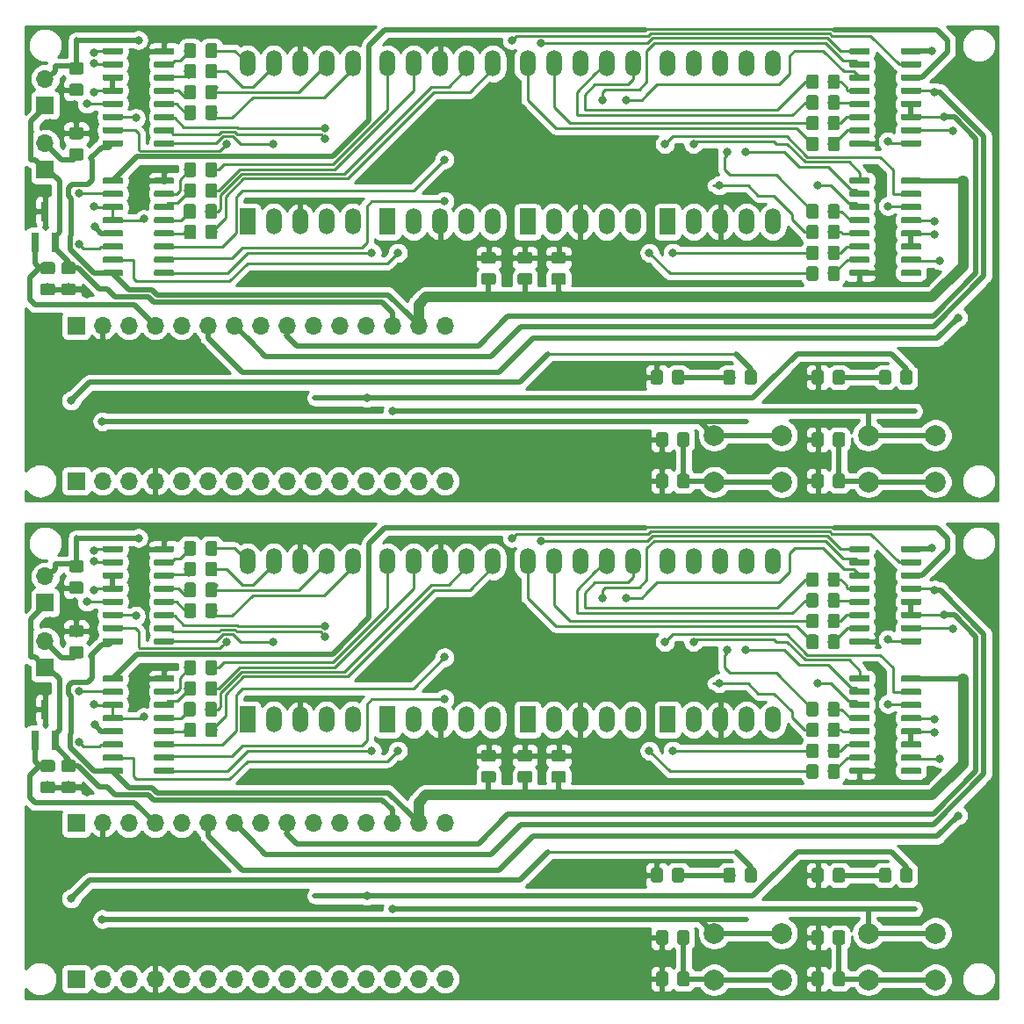
<source format=gbr>
G04 #@! TF.GenerationSoftware,KiCad,Pcbnew,(5.1.2)-1*
G04 #@! TF.CreationDate,2019-07-15T20:07:30+01:00*
G04 #@! TF.ProjectId,Reference_voltage,52656665-7265-46e6-9365-5f766f6c7461,rev?*
G04 #@! TF.SameCoordinates,Original*
G04 #@! TF.FileFunction,Copper,L1,Top*
G04 #@! TF.FilePolarity,Positive*
%FSLAX46Y46*%
G04 Gerber Fmt 4.6, Leading zero omitted, Abs format (unit mm)*
G04 Created by KiCad (PCBNEW (5.1.2)-1) date 2019-07-15 20:07:30*
%MOMM*%
%LPD*%
G04 APERTURE LIST*
%ADD10R,0.800000X1.900000*%
%ADD11O,1.524000X2.524000*%
%ADD12R,1.524000X2.524000*%
%ADD13R,1.700000X1.700000*%
%ADD14O,1.700000X1.700000*%
%ADD15C,2.000000*%
%ADD16C,0.100000*%
%ADD17C,1.150000*%
%ADD18C,0.600000*%
%ADD19C,0.800000*%
%ADD20C,0.250000*%
%ADD21C,0.500000*%
%ADD22C,1.000000*%
%ADD23C,0.254000*%
G04 APERTURE END LIST*
D10*
X99050000Y-117000000D03*
X100950000Y-117000000D03*
X100000000Y-114000000D03*
D11*
X160000000Y-99760000D03*
X162540000Y-99760000D03*
X165080000Y-99760000D03*
X167620000Y-99760000D03*
X170160000Y-99760000D03*
X170160000Y-115000000D03*
X167620000Y-115000000D03*
X165080000Y-115000000D03*
X162540000Y-115000000D03*
D12*
X160000000Y-115000000D03*
D11*
X146500000Y-99760000D03*
X149040000Y-99760000D03*
X151580000Y-99760000D03*
X154120000Y-99760000D03*
X156660000Y-99760000D03*
X156660000Y-115000000D03*
X154120000Y-115000000D03*
X151580000Y-115000000D03*
X149040000Y-115000000D03*
D12*
X146500000Y-115000000D03*
D11*
X133000000Y-99760000D03*
X135540000Y-99760000D03*
X138080000Y-99760000D03*
X140620000Y-99760000D03*
X143160000Y-99760000D03*
X143160000Y-115000000D03*
X140620000Y-115000000D03*
X138080000Y-115000000D03*
X135540000Y-115000000D03*
D12*
X133000000Y-115000000D03*
D11*
X119500000Y-99760000D03*
X122040000Y-99760000D03*
X124580000Y-99760000D03*
X127120000Y-99760000D03*
X129660000Y-99760000D03*
X129660000Y-115000000D03*
X127120000Y-115000000D03*
X124580000Y-115000000D03*
X122040000Y-115000000D03*
D12*
X119500000Y-115000000D03*
D13*
X100000000Y-110000000D03*
D14*
X100000000Y-107460000D03*
D13*
X100000000Y-103750000D03*
D14*
X100000000Y-101210000D03*
D15*
X179350000Y-140100000D03*
X179350000Y-135600000D03*
X185850000Y-140100000D03*
X185850000Y-135600000D03*
X164500000Y-140100000D03*
X164500000Y-135600000D03*
X171000000Y-140100000D03*
X171000000Y-135600000D03*
D16*
G36*
X174824505Y-129301204D02*
G01*
X174848773Y-129304804D01*
X174872572Y-129310765D01*
X174895671Y-129319030D01*
X174917850Y-129329520D01*
X174938893Y-129342132D01*
X174958599Y-129356747D01*
X174976777Y-129373223D01*
X174993253Y-129391401D01*
X175007868Y-129411107D01*
X175020480Y-129432150D01*
X175030970Y-129454329D01*
X175039235Y-129477428D01*
X175045196Y-129501227D01*
X175048796Y-129525495D01*
X175050000Y-129549999D01*
X175050000Y-130450001D01*
X175048796Y-130474505D01*
X175045196Y-130498773D01*
X175039235Y-130522572D01*
X175030970Y-130545671D01*
X175020480Y-130567850D01*
X175007868Y-130588893D01*
X174993253Y-130608599D01*
X174976777Y-130626777D01*
X174958599Y-130643253D01*
X174938893Y-130657868D01*
X174917850Y-130670480D01*
X174895671Y-130680970D01*
X174872572Y-130689235D01*
X174848773Y-130695196D01*
X174824505Y-130698796D01*
X174800001Y-130700000D01*
X174149999Y-130700000D01*
X174125495Y-130698796D01*
X174101227Y-130695196D01*
X174077428Y-130689235D01*
X174054329Y-130680970D01*
X174032150Y-130670480D01*
X174011107Y-130657868D01*
X173991401Y-130643253D01*
X173973223Y-130626777D01*
X173956747Y-130608599D01*
X173942132Y-130588893D01*
X173929520Y-130567850D01*
X173919030Y-130545671D01*
X173910765Y-130522572D01*
X173904804Y-130498773D01*
X173901204Y-130474505D01*
X173900000Y-130450001D01*
X173900000Y-129549999D01*
X173901204Y-129525495D01*
X173904804Y-129501227D01*
X173910765Y-129477428D01*
X173919030Y-129454329D01*
X173929520Y-129432150D01*
X173942132Y-129411107D01*
X173956747Y-129391401D01*
X173973223Y-129373223D01*
X173991401Y-129356747D01*
X174011107Y-129342132D01*
X174032150Y-129329520D01*
X174054329Y-129319030D01*
X174077428Y-129310765D01*
X174101227Y-129304804D01*
X174125495Y-129301204D01*
X174149999Y-129300000D01*
X174800001Y-129300000D01*
X174824505Y-129301204D01*
X174824505Y-129301204D01*
G37*
D17*
X174475000Y-130000000D03*
D16*
G36*
X176874505Y-129301204D02*
G01*
X176898773Y-129304804D01*
X176922572Y-129310765D01*
X176945671Y-129319030D01*
X176967850Y-129329520D01*
X176988893Y-129342132D01*
X177008599Y-129356747D01*
X177026777Y-129373223D01*
X177043253Y-129391401D01*
X177057868Y-129411107D01*
X177070480Y-129432150D01*
X177080970Y-129454329D01*
X177089235Y-129477428D01*
X177095196Y-129501227D01*
X177098796Y-129525495D01*
X177100000Y-129549999D01*
X177100000Y-130450001D01*
X177098796Y-130474505D01*
X177095196Y-130498773D01*
X177089235Y-130522572D01*
X177080970Y-130545671D01*
X177070480Y-130567850D01*
X177057868Y-130588893D01*
X177043253Y-130608599D01*
X177026777Y-130626777D01*
X177008599Y-130643253D01*
X176988893Y-130657868D01*
X176967850Y-130670480D01*
X176945671Y-130680970D01*
X176922572Y-130689235D01*
X176898773Y-130695196D01*
X176874505Y-130698796D01*
X176850001Y-130700000D01*
X176199999Y-130700000D01*
X176175495Y-130698796D01*
X176151227Y-130695196D01*
X176127428Y-130689235D01*
X176104329Y-130680970D01*
X176082150Y-130670480D01*
X176061107Y-130657868D01*
X176041401Y-130643253D01*
X176023223Y-130626777D01*
X176006747Y-130608599D01*
X175992132Y-130588893D01*
X175979520Y-130567850D01*
X175969030Y-130545671D01*
X175960765Y-130522572D01*
X175954804Y-130498773D01*
X175951204Y-130474505D01*
X175950000Y-130450001D01*
X175950000Y-129549999D01*
X175951204Y-129525495D01*
X175954804Y-129501227D01*
X175960765Y-129477428D01*
X175969030Y-129454329D01*
X175979520Y-129432150D01*
X175992132Y-129411107D01*
X176006747Y-129391401D01*
X176023223Y-129373223D01*
X176041401Y-129356747D01*
X176061107Y-129342132D01*
X176082150Y-129329520D01*
X176104329Y-129319030D01*
X176127428Y-129310765D01*
X176151227Y-129304804D01*
X176175495Y-129301204D01*
X176199999Y-129300000D01*
X176850001Y-129300000D01*
X176874505Y-129301204D01*
X176874505Y-129301204D01*
G37*
D17*
X176525000Y-130000000D03*
D16*
G36*
X174824505Y-139301204D02*
G01*
X174848773Y-139304804D01*
X174872572Y-139310765D01*
X174895671Y-139319030D01*
X174917850Y-139329520D01*
X174938893Y-139342132D01*
X174958599Y-139356747D01*
X174976777Y-139373223D01*
X174993253Y-139391401D01*
X175007868Y-139411107D01*
X175020480Y-139432150D01*
X175030970Y-139454329D01*
X175039235Y-139477428D01*
X175045196Y-139501227D01*
X175048796Y-139525495D01*
X175050000Y-139549999D01*
X175050000Y-140450001D01*
X175048796Y-140474505D01*
X175045196Y-140498773D01*
X175039235Y-140522572D01*
X175030970Y-140545671D01*
X175020480Y-140567850D01*
X175007868Y-140588893D01*
X174993253Y-140608599D01*
X174976777Y-140626777D01*
X174958599Y-140643253D01*
X174938893Y-140657868D01*
X174917850Y-140670480D01*
X174895671Y-140680970D01*
X174872572Y-140689235D01*
X174848773Y-140695196D01*
X174824505Y-140698796D01*
X174800001Y-140700000D01*
X174149999Y-140700000D01*
X174125495Y-140698796D01*
X174101227Y-140695196D01*
X174077428Y-140689235D01*
X174054329Y-140680970D01*
X174032150Y-140670480D01*
X174011107Y-140657868D01*
X173991401Y-140643253D01*
X173973223Y-140626777D01*
X173956747Y-140608599D01*
X173942132Y-140588893D01*
X173929520Y-140567850D01*
X173919030Y-140545671D01*
X173910765Y-140522572D01*
X173904804Y-140498773D01*
X173901204Y-140474505D01*
X173900000Y-140450001D01*
X173900000Y-139549999D01*
X173901204Y-139525495D01*
X173904804Y-139501227D01*
X173910765Y-139477428D01*
X173919030Y-139454329D01*
X173929520Y-139432150D01*
X173942132Y-139411107D01*
X173956747Y-139391401D01*
X173973223Y-139373223D01*
X173991401Y-139356747D01*
X174011107Y-139342132D01*
X174032150Y-139329520D01*
X174054329Y-139319030D01*
X174077428Y-139310765D01*
X174101227Y-139304804D01*
X174125495Y-139301204D01*
X174149999Y-139300000D01*
X174800001Y-139300000D01*
X174824505Y-139301204D01*
X174824505Y-139301204D01*
G37*
D17*
X174475000Y-140000000D03*
D16*
G36*
X176874505Y-139301204D02*
G01*
X176898773Y-139304804D01*
X176922572Y-139310765D01*
X176945671Y-139319030D01*
X176967850Y-139329520D01*
X176988893Y-139342132D01*
X177008599Y-139356747D01*
X177026777Y-139373223D01*
X177043253Y-139391401D01*
X177057868Y-139411107D01*
X177070480Y-139432150D01*
X177080970Y-139454329D01*
X177089235Y-139477428D01*
X177095196Y-139501227D01*
X177098796Y-139525495D01*
X177100000Y-139549999D01*
X177100000Y-140450001D01*
X177098796Y-140474505D01*
X177095196Y-140498773D01*
X177089235Y-140522572D01*
X177080970Y-140545671D01*
X177070480Y-140567850D01*
X177057868Y-140588893D01*
X177043253Y-140608599D01*
X177026777Y-140626777D01*
X177008599Y-140643253D01*
X176988893Y-140657868D01*
X176967850Y-140670480D01*
X176945671Y-140680970D01*
X176922572Y-140689235D01*
X176898773Y-140695196D01*
X176874505Y-140698796D01*
X176850001Y-140700000D01*
X176199999Y-140700000D01*
X176175495Y-140698796D01*
X176151227Y-140695196D01*
X176127428Y-140689235D01*
X176104329Y-140680970D01*
X176082150Y-140670480D01*
X176061107Y-140657868D01*
X176041401Y-140643253D01*
X176023223Y-140626777D01*
X176006747Y-140608599D01*
X175992132Y-140588893D01*
X175979520Y-140567850D01*
X175969030Y-140545671D01*
X175960765Y-140522572D01*
X175954804Y-140498773D01*
X175951204Y-140474505D01*
X175950000Y-140450001D01*
X175950000Y-139549999D01*
X175951204Y-139525495D01*
X175954804Y-139501227D01*
X175960765Y-139477428D01*
X175969030Y-139454329D01*
X175979520Y-139432150D01*
X175992132Y-139411107D01*
X176006747Y-139391401D01*
X176023223Y-139373223D01*
X176041401Y-139356747D01*
X176061107Y-139342132D01*
X176082150Y-139329520D01*
X176104329Y-139319030D01*
X176127428Y-139310765D01*
X176151227Y-139304804D01*
X176175495Y-139301204D01*
X176199999Y-139300000D01*
X176850001Y-139300000D01*
X176874505Y-139301204D01*
X176874505Y-139301204D01*
G37*
D17*
X176525000Y-140000000D03*
D16*
G36*
X159324505Y-129301204D02*
G01*
X159348773Y-129304804D01*
X159372572Y-129310765D01*
X159395671Y-129319030D01*
X159417850Y-129329520D01*
X159438893Y-129342132D01*
X159458599Y-129356747D01*
X159476777Y-129373223D01*
X159493253Y-129391401D01*
X159507868Y-129411107D01*
X159520480Y-129432150D01*
X159530970Y-129454329D01*
X159539235Y-129477428D01*
X159545196Y-129501227D01*
X159548796Y-129525495D01*
X159550000Y-129549999D01*
X159550000Y-130450001D01*
X159548796Y-130474505D01*
X159545196Y-130498773D01*
X159539235Y-130522572D01*
X159530970Y-130545671D01*
X159520480Y-130567850D01*
X159507868Y-130588893D01*
X159493253Y-130608599D01*
X159476777Y-130626777D01*
X159458599Y-130643253D01*
X159438893Y-130657868D01*
X159417850Y-130670480D01*
X159395671Y-130680970D01*
X159372572Y-130689235D01*
X159348773Y-130695196D01*
X159324505Y-130698796D01*
X159300001Y-130700000D01*
X158649999Y-130700000D01*
X158625495Y-130698796D01*
X158601227Y-130695196D01*
X158577428Y-130689235D01*
X158554329Y-130680970D01*
X158532150Y-130670480D01*
X158511107Y-130657868D01*
X158491401Y-130643253D01*
X158473223Y-130626777D01*
X158456747Y-130608599D01*
X158442132Y-130588893D01*
X158429520Y-130567850D01*
X158419030Y-130545671D01*
X158410765Y-130522572D01*
X158404804Y-130498773D01*
X158401204Y-130474505D01*
X158400000Y-130450001D01*
X158400000Y-129549999D01*
X158401204Y-129525495D01*
X158404804Y-129501227D01*
X158410765Y-129477428D01*
X158419030Y-129454329D01*
X158429520Y-129432150D01*
X158442132Y-129411107D01*
X158456747Y-129391401D01*
X158473223Y-129373223D01*
X158491401Y-129356747D01*
X158511107Y-129342132D01*
X158532150Y-129329520D01*
X158554329Y-129319030D01*
X158577428Y-129310765D01*
X158601227Y-129304804D01*
X158625495Y-129301204D01*
X158649999Y-129300000D01*
X159300001Y-129300000D01*
X159324505Y-129301204D01*
X159324505Y-129301204D01*
G37*
D17*
X158975000Y-130000000D03*
D16*
G36*
X161374505Y-129301204D02*
G01*
X161398773Y-129304804D01*
X161422572Y-129310765D01*
X161445671Y-129319030D01*
X161467850Y-129329520D01*
X161488893Y-129342132D01*
X161508599Y-129356747D01*
X161526777Y-129373223D01*
X161543253Y-129391401D01*
X161557868Y-129411107D01*
X161570480Y-129432150D01*
X161580970Y-129454329D01*
X161589235Y-129477428D01*
X161595196Y-129501227D01*
X161598796Y-129525495D01*
X161600000Y-129549999D01*
X161600000Y-130450001D01*
X161598796Y-130474505D01*
X161595196Y-130498773D01*
X161589235Y-130522572D01*
X161580970Y-130545671D01*
X161570480Y-130567850D01*
X161557868Y-130588893D01*
X161543253Y-130608599D01*
X161526777Y-130626777D01*
X161508599Y-130643253D01*
X161488893Y-130657868D01*
X161467850Y-130670480D01*
X161445671Y-130680970D01*
X161422572Y-130689235D01*
X161398773Y-130695196D01*
X161374505Y-130698796D01*
X161350001Y-130700000D01*
X160699999Y-130700000D01*
X160675495Y-130698796D01*
X160651227Y-130695196D01*
X160627428Y-130689235D01*
X160604329Y-130680970D01*
X160582150Y-130670480D01*
X160561107Y-130657868D01*
X160541401Y-130643253D01*
X160523223Y-130626777D01*
X160506747Y-130608599D01*
X160492132Y-130588893D01*
X160479520Y-130567850D01*
X160469030Y-130545671D01*
X160460765Y-130522572D01*
X160454804Y-130498773D01*
X160451204Y-130474505D01*
X160450000Y-130450001D01*
X160450000Y-129549999D01*
X160451204Y-129525495D01*
X160454804Y-129501227D01*
X160460765Y-129477428D01*
X160469030Y-129454329D01*
X160479520Y-129432150D01*
X160492132Y-129411107D01*
X160506747Y-129391401D01*
X160523223Y-129373223D01*
X160541401Y-129356747D01*
X160561107Y-129342132D01*
X160582150Y-129329520D01*
X160604329Y-129319030D01*
X160627428Y-129310765D01*
X160651227Y-129304804D01*
X160675495Y-129301204D01*
X160699999Y-129300000D01*
X161350001Y-129300000D01*
X161374505Y-129301204D01*
X161374505Y-129301204D01*
G37*
D17*
X161025000Y-130000000D03*
D16*
G36*
X116374505Y-97801204D02*
G01*
X116398773Y-97804804D01*
X116422572Y-97810765D01*
X116445671Y-97819030D01*
X116467850Y-97829520D01*
X116488893Y-97842132D01*
X116508599Y-97856747D01*
X116526777Y-97873223D01*
X116543253Y-97891401D01*
X116557868Y-97911107D01*
X116570480Y-97932150D01*
X116580970Y-97954329D01*
X116589235Y-97977428D01*
X116595196Y-98001227D01*
X116598796Y-98025495D01*
X116600000Y-98049999D01*
X116600000Y-98950001D01*
X116598796Y-98974505D01*
X116595196Y-98998773D01*
X116589235Y-99022572D01*
X116580970Y-99045671D01*
X116570480Y-99067850D01*
X116557868Y-99088893D01*
X116543253Y-99108599D01*
X116526777Y-99126777D01*
X116508599Y-99143253D01*
X116488893Y-99157868D01*
X116467850Y-99170480D01*
X116445671Y-99180970D01*
X116422572Y-99189235D01*
X116398773Y-99195196D01*
X116374505Y-99198796D01*
X116350001Y-99200000D01*
X115699999Y-99200000D01*
X115675495Y-99198796D01*
X115651227Y-99195196D01*
X115627428Y-99189235D01*
X115604329Y-99180970D01*
X115582150Y-99170480D01*
X115561107Y-99157868D01*
X115541401Y-99143253D01*
X115523223Y-99126777D01*
X115506747Y-99108599D01*
X115492132Y-99088893D01*
X115479520Y-99067850D01*
X115469030Y-99045671D01*
X115460765Y-99022572D01*
X115454804Y-98998773D01*
X115451204Y-98974505D01*
X115450000Y-98950001D01*
X115450000Y-98049999D01*
X115451204Y-98025495D01*
X115454804Y-98001227D01*
X115460765Y-97977428D01*
X115469030Y-97954329D01*
X115479520Y-97932150D01*
X115492132Y-97911107D01*
X115506747Y-97891401D01*
X115523223Y-97873223D01*
X115541401Y-97856747D01*
X115561107Y-97842132D01*
X115582150Y-97829520D01*
X115604329Y-97819030D01*
X115627428Y-97810765D01*
X115651227Y-97804804D01*
X115675495Y-97801204D01*
X115699999Y-97800000D01*
X116350001Y-97800000D01*
X116374505Y-97801204D01*
X116374505Y-97801204D01*
G37*
D17*
X116025000Y-98500000D03*
D16*
G36*
X114324505Y-97801204D02*
G01*
X114348773Y-97804804D01*
X114372572Y-97810765D01*
X114395671Y-97819030D01*
X114417850Y-97829520D01*
X114438893Y-97842132D01*
X114458599Y-97856747D01*
X114476777Y-97873223D01*
X114493253Y-97891401D01*
X114507868Y-97911107D01*
X114520480Y-97932150D01*
X114530970Y-97954329D01*
X114539235Y-97977428D01*
X114545196Y-98001227D01*
X114548796Y-98025495D01*
X114550000Y-98049999D01*
X114550000Y-98950001D01*
X114548796Y-98974505D01*
X114545196Y-98998773D01*
X114539235Y-99022572D01*
X114530970Y-99045671D01*
X114520480Y-99067850D01*
X114507868Y-99088893D01*
X114493253Y-99108599D01*
X114476777Y-99126777D01*
X114458599Y-99143253D01*
X114438893Y-99157868D01*
X114417850Y-99170480D01*
X114395671Y-99180970D01*
X114372572Y-99189235D01*
X114348773Y-99195196D01*
X114324505Y-99198796D01*
X114300001Y-99200000D01*
X113649999Y-99200000D01*
X113625495Y-99198796D01*
X113601227Y-99195196D01*
X113577428Y-99189235D01*
X113554329Y-99180970D01*
X113532150Y-99170480D01*
X113511107Y-99157868D01*
X113491401Y-99143253D01*
X113473223Y-99126777D01*
X113456747Y-99108599D01*
X113442132Y-99088893D01*
X113429520Y-99067850D01*
X113419030Y-99045671D01*
X113410765Y-99022572D01*
X113404804Y-98998773D01*
X113401204Y-98974505D01*
X113400000Y-98950001D01*
X113400000Y-98049999D01*
X113401204Y-98025495D01*
X113404804Y-98001227D01*
X113410765Y-97977428D01*
X113419030Y-97954329D01*
X113429520Y-97932150D01*
X113442132Y-97911107D01*
X113456747Y-97891401D01*
X113473223Y-97873223D01*
X113491401Y-97856747D01*
X113511107Y-97842132D01*
X113532150Y-97829520D01*
X113554329Y-97819030D01*
X113577428Y-97810765D01*
X113601227Y-97804804D01*
X113625495Y-97801204D01*
X113649999Y-97800000D01*
X114300001Y-97800000D01*
X114324505Y-97801204D01*
X114324505Y-97801204D01*
G37*
D17*
X113975000Y-98500000D03*
D16*
G36*
X116374505Y-99801204D02*
G01*
X116398773Y-99804804D01*
X116422572Y-99810765D01*
X116445671Y-99819030D01*
X116467850Y-99829520D01*
X116488893Y-99842132D01*
X116508599Y-99856747D01*
X116526777Y-99873223D01*
X116543253Y-99891401D01*
X116557868Y-99911107D01*
X116570480Y-99932150D01*
X116580970Y-99954329D01*
X116589235Y-99977428D01*
X116595196Y-100001227D01*
X116598796Y-100025495D01*
X116600000Y-100049999D01*
X116600000Y-100950001D01*
X116598796Y-100974505D01*
X116595196Y-100998773D01*
X116589235Y-101022572D01*
X116580970Y-101045671D01*
X116570480Y-101067850D01*
X116557868Y-101088893D01*
X116543253Y-101108599D01*
X116526777Y-101126777D01*
X116508599Y-101143253D01*
X116488893Y-101157868D01*
X116467850Y-101170480D01*
X116445671Y-101180970D01*
X116422572Y-101189235D01*
X116398773Y-101195196D01*
X116374505Y-101198796D01*
X116350001Y-101200000D01*
X115699999Y-101200000D01*
X115675495Y-101198796D01*
X115651227Y-101195196D01*
X115627428Y-101189235D01*
X115604329Y-101180970D01*
X115582150Y-101170480D01*
X115561107Y-101157868D01*
X115541401Y-101143253D01*
X115523223Y-101126777D01*
X115506747Y-101108599D01*
X115492132Y-101088893D01*
X115479520Y-101067850D01*
X115469030Y-101045671D01*
X115460765Y-101022572D01*
X115454804Y-100998773D01*
X115451204Y-100974505D01*
X115450000Y-100950001D01*
X115450000Y-100049999D01*
X115451204Y-100025495D01*
X115454804Y-100001227D01*
X115460765Y-99977428D01*
X115469030Y-99954329D01*
X115479520Y-99932150D01*
X115492132Y-99911107D01*
X115506747Y-99891401D01*
X115523223Y-99873223D01*
X115541401Y-99856747D01*
X115561107Y-99842132D01*
X115582150Y-99829520D01*
X115604329Y-99819030D01*
X115627428Y-99810765D01*
X115651227Y-99804804D01*
X115675495Y-99801204D01*
X115699999Y-99800000D01*
X116350001Y-99800000D01*
X116374505Y-99801204D01*
X116374505Y-99801204D01*
G37*
D17*
X116025000Y-100500000D03*
D16*
G36*
X114324505Y-99801204D02*
G01*
X114348773Y-99804804D01*
X114372572Y-99810765D01*
X114395671Y-99819030D01*
X114417850Y-99829520D01*
X114438893Y-99842132D01*
X114458599Y-99856747D01*
X114476777Y-99873223D01*
X114493253Y-99891401D01*
X114507868Y-99911107D01*
X114520480Y-99932150D01*
X114530970Y-99954329D01*
X114539235Y-99977428D01*
X114545196Y-100001227D01*
X114548796Y-100025495D01*
X114550000Y-100049999D01*
X114550000Y-100950001D01*
X114548796Y-100974505D01*
X114545196Y-100998773D01*
X114539235Y-101022572D01*
X114530970Y-101045671D01*
X114520480Y-101067850D01*
X114507868Y-101088893D01*
X114493253Y-101108599D01*
X114476777Y-101126777D01*
X114458599Y-101143253D01*
X114438893Y-101157868D01*
X114417850Y-101170480D01*
X114395671Y-101180970D01*
X114372572Y-101189235D01*
X114348773Y-101195196D01*
X114324505Y-101198796D01*
X114300001Y-101200000D01*
X113649999Y-101200000D01*
X113625495Y-101198796D01*
X113601227Y-101195196D01*
X113577428Y-101189235D01*
X113554329Y-101180970D01*
X113532150Y-101170480D01*
X113511107Y-101157868D01*
X113491401Y-101143253D01*
X113473223Y-101126777D01*
X113456747Y-101108599D01*
X113442132Y-101088893D01*
X113429520Y-101067850D01*
X113419030Y-101045671D01*
X113410765Y-101022572D01*
X113404804Y-100998773D01*
X113401204Y-100974505D01*
X113400000Y-100950001D01*
X113400000Y-100049999D01*
X113401204Y-100025495D01*
X113404804Y-100001227D01*
X113410765Y-99977428D01*
X113419030Y-99954329D01*
X113429520Y-99932150D01*
X113442132Y-99911107D01*
X113456747Y-99891401D01*
X113473223Y-99873223D01*
X113491401Y-99856747D01*
X113511107Y-99842132D01*
X113532150Y-99829520D01*
X113554329Y-99819030D01*
X113577428Y-99810765D01*
X113601227Y-99804804D01*
X113625495Y-99801204D01*
X113649999Y-99800000D01*
X114300001Y-99800000D01*
X114324505Y-99801204D01*
X114324505Y-99801204D01*
G37*
D17*
X113975000Y-100500000D03*
D16*
G36*
X116374505Y-101801204D02*
G01*
X116398773Y-101804804D01*
X116422572Y-101810765D01*
X116445671Y-101819030D01*
X116467850Y-101829520D01*
X116488893Y-101842132D01*
X116508599Y-101856747D01*
X116526777Y-101873223D01*
X116543253Y-101891401D01*
X116557868Y-101911107D01*
X116570480Y-101932150D01*
X116580970Y-101954329D01*
X116589235Y-101977428D01*
X116595196Y-102001227D01*
X116598796Y-102025495D01*
X116600000Y-102049999D01*
X116600000Y-102950001D01*
X116598796Y-102974505D01*
X116595196Y-102998773D01*
X116589235Y-103022572D01*
X116580970Y-103045671D01*
X116570480Y-103067850D01*
X116557868Y-103088893D01*
X116543253Y-103108599D01*
X116526777Y-103126777D01*
X116508599Y-103143253D01*
X116488893Y-103157868D01*
X116467850Y-103170480D01*
X116445671Y-103180970D01*
X116422572Y-103189235D01*
X116398773Y-103195196D01*
X116374505Y-103198796D01*
X116350001Y-103200000D01*
X115699999Y-103200000D01*
X115675495Y-103198796D01*
X115651227Y-103195196D01*
X115627428Y-103189235D01*
X115604329Y-103180970D01*
X115582150Y-103170480D01*
X115561107Y-103157868D01*
X115541401Y-103143253D01*
X115523223Y-103126777D01*
X115506747Y-103108599D01*
X115492132Y-103088893D01*
X115479520Y-103067850D01*
X115469030Y-103045671D01*
X115460765Y-103022572D01*
X115454804Y-102998773D01*
X115451204Y-102974505D01*
X115450000Y-102950001D01*
X115450000Y-102049999D01*
X115451204Y-102025495D01*
X115454804Y-102001227D01*
X115460765Y-101977428D01*
X115469030Y-101954329D01*
X115479520Y-101932150D01*
X115492132Y-101911107D01*
X115506747Y-101891401D01*
X115523223Y-101873223D01*
X115541401Y-101856747D01*
X115561107Y-101842132D01*
X115582150Y-101829520D01*
X115604329Y-101819030D01*
X115627428Y-101810765D01*
X115651227Y-101804804D01*
X115675495Y-101801204D01*
X115699999Y-101800000D01*
X116350001Y-101800000D01*
X116374505Y-101801204D01*
X116374505Y-101801204D01*
G37*
D17*
X116025000Y-102500000D03*
D16*
G36*
X114324505Y-101801204D02*
G01*
X114348773Y-101804804D01*
X114372572Y-101810765D01*
X114395671Y-101819030D01*
X114417850Y-101829520D01*
X114438893Y-101842132D01*
X114458599Y-101856747D01*
X114476777Y-101873223D01*
X114493253Y-101891401D01*
X114507868Y-101911107D01*
X114520480Y-101932150D01*
X114530970Y-101954329D01*
X114539235Y-101977428D01*
X114545196Y-102001227D01*
X114548796Y-102025495D01*
X114550000Y-102049999D01*
X114550000Y-102950001D01*
X114548796Y-102974505D01*
X114545196Y-102998773D01*
X114539235Y-103022572D01*
X114530970Y-103045671D01*
X114520480Y-103067850D01*
X114507868Y-103088893D01*
X114493253Y-103108599D01*
X114476777Y-103126777D01*
X114458599Y-103143253D01*
X114438893Y-103157868D01*
X114417850Y-103170480D01*
X114395671Y-103180970D01*
X114372572Y-103189235D01*
X114348773Y-103195196D01*
X114324505Y-103198796D01*
X114300001Y-103200000D01*
X113649999Y-103200000D01*
X113625495Y-103198796D01*
X113601227Y-103195196D01*
X113577428Y-103189235D01*
X113554329Y-103180970D01*
X113532150Y-103170480D01*
X113511107Y-103157868D01*
X113491401Y-103143253D01*
X113473223Y-103126777D01*
X113456747Y-103108599D01*
X113442132Y-103088893D01*
X113429520Y-103067850D01*
X113419030Y-103045671D01*
X113410765Y-103022572D01*
X113404804Y-102998773D01*
X113401204Y-102974505D01*
X113400000Y-102950001D01*
X113400000Y-102049999D01*
X113401204Y-102025495D01*
X113404804Y-102001227D01*
X113410765Y-101977428D01*
X113419030Y-101954329D01*
X113429520Y-101932150D01*
X113442132Y-101911107D01*
X113456747Y-101891401D01*
X113473223Y-101873223D01*
X113491401Y-101856747D01*
X113511107Y-101842132D01*
X113532150Y-101829520D01*
X113554329Y-101819030D01*
X113577428Y-101810765D01*
X113601227Y-101804804D01*
X113625495Y-101801204D01*
X113649999Y-101800000D01*
X114300001Y-101800000D01*
X114324505Y-101801204D01*
X114324505Y-101801204D01*
G37*
D17*
X113975000Y-102500000D03*
D16*
G36*
X116374505Y-103801204D02*
G01*
X116398773Y-103804804D01*
X116422572Y-103810765D01*
X116445671Y-103819030D01*
X116467850Y-103829520D01*
X116488893Y-103842132D01*
X116508599Y-103856747D01*
X116526777Y-103873223D01*
X116543253Y-103891401D01*
X116557868Y-103911107D01*
X116570480Y-103932150D01*
X116580970Y-103954329D01*
X116589235Y-103977428D01*
X116595196Y-104001227D01*
X116598796Y-104025495D01*
X116600000Y-104049999D01*
X116600000Y-104950001D01*
X116598796Y-104974505D01*
X116595196Y-104998773D01*
X116589235Y-105022572D01*
X116580970Y-105045671D01*
X116570480Y-105067850D01*
X116557868Y-105088893D01*
X116543253Y-105108599D01*
X116526777Y-105126777D01*
X116508599Y-105143253D01*
X116488893Y-105157868D01*
X116467850Y-105170480D01*
X116445671Y-105180970D01*
X116422572Y-105189235D01*
X116398773Y-105195196D01*
X116374505Y-105198796D01*
X116350001Y-105200000D01*
X115699999Y-105200000D01*
X115675495Y-105198796D01*
X115651227Y-105195196D01*
X115627428Y-105189235D01*
X115604329Y-105180970D01*
X115582150Y-105170480D01*
X115561107Y-105157868D01*
X115541401Y-105143253D01*
X115523223Y-105126777D01*
X115506747Y-105108599D01*
X115492132Y-105088893D01*
X115479520Y-105067850D01*
X115469030Y-105045671D01*
X115460765Y-105022572D01*
X115454804Y-104998773D01*
X115451204Y-104974505D01*
X115450000Y-104950001D01*
X115450000Y-104049999D01*
X115451204Y-104025495D01*
X115454804Y-104001227D01*
X115460765Y-103977428D01*
X115469030Y-103954329D01*
X115479520Y-103932150D01*
X115492132Y-103911107D01*
X115506747Y-103891401D01*
X115523223Y-103873223D01*
X115541401Y-103856747D01*
X115561107Y-103842132D01*
X115582150Y-103829520D01*
X115604329Y-103819030D01*
X115627428Y-103810765D01*
X115651227Y-103804804D01*
X115675495Y-103801204D01*
X115699999Y-103800000D01*
X116350001Y-103800000D01*
X116374505Y-103801204D01*
X116374505Y-103801204D01*
G37*
D17*
X116025000Y-104500000D03*
D16*
G36*
X114324505Y-103801204D02*
G01*
X114348773Y-103804804D01*
X114372572Y-103810765D01*
X114395671Y-103819030D01*
X114417850Y-103829520D01*
X114438893Y-103842132D01*
X114458599Y-103856747D01*
X114476777Y-103873223D01*
X114493253Y-103891401D01*
X114507868Y-103911107D01*
X114520480Y-103932150D01*
X114530970Y-103954329D01*
X114539235Y-103977428D01*
X114545196Y-104001227D01*
X114548796Y-104025495D01*
X114550000Y-104049999D01*
X114550000Y-104950001D01*
X114548796Y-104974505D01*
X114545196Y-104998773D01*
X114539235Y-105022572D01*
X114530970Y-105045671D01*
X114520480Y-105067850D01*
X114507868Y-105088893D01*
X114493253Y-105108599D01*
X114476777Y-105126777D01*
X114458599Y-105143253D01*
X114438893Y-105157868D01*
X114417850Y-105170480D01*
X114395671Y-105180970D01*
X114372572Y-105189235D01*
X114348773Y-105195196D01*
X114324505Y-105198796D01*
X114300001Y-105200000D01*
X113649999Y-105200000D01*
X113625495Y-105198796D01*
X113601227Y-105195196D01*
X113577428Y-105189235D01*
X113554329Y-105180970D01*
X113532150Y-105170480D01*
X113511107Y-105157868D01*
X113491401Y-105143253D01*
X113473223Y-105126777D01*
X113456747Y-105108599D01*
X113442132Y-105088893D01*
X113429520Y-105067850D01*
X113419030Y-105045671D01*
X113410765Y-105022572D01*
X113404804Y-104998773D01*
X113401204Y-104974505D01*
X113400000Y-104950001D01*
X113400000Y-104049999D01*
X113401204Y-104025495D01*
X113404804Y-104001227D01*
X113410765Y-103977428D01*
X113419030Y-103954329D01*
X113429520Y-103932150D01*
X113442132Y-103911107D01*
X113456747Y-103891401D01*
X113473223Y-103873223D01*
X113491401Y-103856747D01*
X113511107Y-103842132D01*
X113532150Y-103829520D01*
X113554329Y-103819030D01*
X113577428Y-103810765D01*
X113601227Y-103804804D01*
X113625495Y-103801204D01*
X113649999Y-103800000D01*
X114300001Y-103800000D01*
X114324505Y-103801204D01*
X114324505Y-103801204D01*
G37*
D17*
X113975000Y-104500000D03*
D16*
G36*
X174324505Y-106801204D02*
G01*
X174348773Y-106804804D01*
X174372572Y-106810765D01*
X174395671Y-106819030D01*
X174417850Y-106829520D01*
X174438893Y-106842132D01*
X174458599Y-106856747D01*
X174476777Y-106873223D01*
X174493253Y-106891401D01*
X174507868Y-106911107D01*
X174520480Y-106932150D01*
X174530970Y-106954329D01*
X174539235Y-106977428D01*
X174545196Y-107001227D01*
X174548796Y-107025495D01*
X174550000Y-107049999D01*
X174550000Y-107950001D01*
X174548796Y-107974505D01*
X174545196Y-107998773D01*
X174539235Y-108022572D01*
X174530970Y-108045671D01*
X174520480Y-108067850D01*
X174507868Y-108088893D01*
X174493253Y-108108599D01*
X174476777Y-108126777D01*
X174458599Y-108143253D01*
X174438893Y-108157868D01*
X174417850Y-108170480D01*
X174395671Y-108180970D01*
X174372572Y-108189235D01*
X174348773Y-108195196D01*
X174324505Y-108198796D01*
X174300001Y-108200000D01*
X173649999Y-108200000D01*
X173625495Y-108198796D01*
X173601227Y-108195196D01*
X173577428Y-108189235D01*
X173554329Y-108180970D01*
X173532150Y-108170480D01*
X173511107Y-108157868D01*
X173491401Y-108143253D01*
X173473223Y-108126777D01*
X173456747Y-108108599D01*
X173442132Y-108088893D01*
X173429520Y-108067850D01*
X173419030Y-108045671D01*
X173410765Y-108022572D01*
X173404804Y-107998773D01*
X173401204Y-107974505D01*
X173400000Y-107950001D01*
X173400000Y-107049999D01*
X173401204Y-107025495D01*
X173404804Y-107001227D01*
X173410765Y-106977428D01*
X173419030Y-106954329D01*
X173429520Y-106932150D01*
X173442132Y-106911107D01*
X173456747Y-106891401D01*
X173473223Y-106873223D01*
X173491401Y-106856747D01*
X173511107Y-106842132D01*
X173532150Y-106829520D01*
X173554329Y-106819030D01*
X173577428Y-106810765D01*
X173601227Y-106804804D01*
X173625495Y-106801204D01*
X173649999Y-106800000D01*
X174300001Y-106800000D01*
X174324505Y-106801204D01*
X174324505Y-106801204D01*
G37*
D17*
X173975000Y-107500000D03*
D16*
G36*
X176374505Y-106801204D02*
G01*
X176398773Y-106804804D01*
X176422572Y-106810765D01*
X176445671Y-106819030D01*
X176467850Y-106829520D01*
X176488893Y-106842132D01*
X176508599Y-106856747D01*
X176526777Y-106873223D01*
X176543253Y-106891401D01*
X176557868Y-106911107D01*
X176570480Y-106932150D01*
X176580970Y-106954329D01*
X176589235Y-106977428D01*
X176595196Y-107001227D01*
X176598796Y-107025495D01*
X176600000Y-107049999D01*
X176600000Y-107950001D01*
X176598796Y-107974505D01*
X176595196Y-107998773D01*
X176589235Y-108022572D01*
X176580970Y-108045671D01*
X176570480Y-108067850D01*
X176557868Y-108088893D01*
X176543253Y-108108599D01*
X176526777Y-108126777D01*
X176508599Y-108143253D01*
X176488893Y-108157868D01*
X176467850Y-108170480D01*
X176445671Y-108180970D01*
X176422572Y-108189235D01*
X176398773Y-108195196D01*
X176374505Y-108198796D01*
X176350001Y-108200000D01*
X175699999Y-108200000D01*
X175675495Y-108198796D01*
X175651227Y-108195196D01*
X175627428Y-108189235D01*
X175604329Y-108180970D01*
X175582150Y-108170480D01*
X175561107Y-108157868D01*
X175541401Y-108143253D01*
X175523223Y-108126777D01*
X175506747Y-108108599D01*
X175492132Y-108088893D01*
X175479520Y-108067850D01*
X175469030Y-108045671D01*
X175460765Y-108022572D01*
X175454804Y-107998773D01*
X175451204Y-107974505D01*
X175450000Y-107950001D01*
X175450000Y-107049999D01*
X175451204Y-107025495D01*
X175454804Y-107001227D01*
X175460765Y-106977428D01*
X175469030Y-106954329D01*
X175479520Y-106932150D01*
X175492132Y-106911107D01*
X175506747Y-106891401D01*
X175523223Y-106873223D01*
X175541401Y-106856747D01*
X175561107Y-106842132D01*
X175582150Y-106829520D01*
X175604329Y-106819030D01*
X175627428Y-106810765D01*
X175651227Y-106804804D01*
X175675495Y-106801204D01*
X175699999Y-106800000D01*
X176350001Y-106800000D01*
X176374505Y-106801204D01*
X176374505Y-106801204D01*
G37*
D17*
X176025000Y-107500000D03*
D16*
G36*
X174324505Y-104801204D02*
G01*
X174348773Y-104804804D01*
X174372572Y-104810765D01*
X174395671Y-104819030D01*
X174417850Y-104829520D01*
X174438893Y-104842132D01*
X174458599Y-104856747D01*
X174476777Y-104873223D01*
X174493253Y-104891401D01*
X174507868Y-104911107D01*
X174520480Y-104932150D01*
X174530970Y-104954329D01*
X174539235Y-104977428D01*
X174545196Y-105001227D01*
X174548796Y-105025495D01*
X174550000Y-105049999D01*
X174550000Y-105950001D01*
X174548796Y-105974505D01*
X174545196Y-105998773D01*
X174539235Y-106022572D01*
X174530970Y-106045671D01*
X174520480Y-106067850D01*
X174507868Y-106088893D01*
X174493253Y-106108599D01*
X174476777Y-106126777D01*
X174458599Y-106143253D01*
X174438893Y-106157868D01*
X174417850Y-106170480D01*
X174395671Y-106180970D01*
X174372572Y-106189235D01*
X174348773Y-106195196D01*
X174324505Y-106198796D01*
X174300001Y-106200000D01*
X173649999Y-106200000D01*
X173625495Y-106198796D01*
X173601227Y-106195196D01*
X173577428Y-106189235D01*
X173554329Y-106180970D01*
X173532150Y-106170480D01*
X173511107Y-106157868D01*
X173491401Y-106143253D01*
X173473223Y-106126777D01*
X173456747Y-106108599D01*
X173442132Y-106088893D01*
X173429520Y-106067850D01*
X173419030Y-106045671D01*
X173410765Y-106022572D01*
X173404804Y-105998773D01*
X173401204Y-105974505D01*
X173400000Y-105950001D01*
X173400000Y-105049999D01*
X173401204Y-105025495D01*
X173404804Y-105001227D01*
X173410765Y-104977428D01*
X173419030Y-104954329D01*
X173429520Y-104932150D01*
X173442132Y-104911107D01*
X173456747Y-104891401D01*
X173473223Y-104873223D01*
X173491401Y-104856747D01*
X173511107Y-104842132D01*
X173532150Y-104829520D01*
X173554329Y-104819030D01*
X173577428Y-104810765D01*
X173601227Y-104804804D01*
X173625495Y-104801204D01*
X173649999Y-104800000D01*
X174300001Y-104800000D01*
X174324505Y-104801204D01*
X174324505Y-104801204D01*
G37*
D17*
X173975000Y-105500000D03*
D16*
G36*
X176374505Y-104801204D02*
G01*
X176398773Y-104804804D01*
X176422572Y-104810765D01*
X176445671Y-104819030D01*
X176467850Y-104829520D01*
X176488893Y-104842132D01*
X176508599Y-104856747D01*
X176526777Y-104873223D01*
X176543253Y-104891401D01*
X176557868Y-104911107D01*
X176570480Y-104932150D01*
X176580970Y-104954329D01*
X176589235Y-104977428D01*
X176595196Y-105001227D01*
X176598796Y-105025495D01*
X176600000Y-105049999D01*
X176600000Y-105950001D01*
X176598796Y-105974505D01*
X176595196Y-105998773D01*
X176589235Y-106022572D01*
X176580970Y-106045671D01*
X176570480Y-106067850D01*
X176557868Y-106088893D01*
X176543253Y-106108599D01*
X176526777Y-106126777D01*
X176508599Y-106143253D01*
X176488893Y-106157868D01*
X176467850Y-106170480D01*
X176445671Y-106180970D01*
X176422572Y-106189235D01*
X176398773Y-106195196D01*
X176374505Y-106198796D01*
X176350001Y-106200000D01*
X175699999Y-106200000D01*
X175675495Y-106198796D01*
X175651227Y-106195196D01*
X175627428Y-106189235D01*
X175604329Y-106180970D01*
X175582150Y-106170480D01*
X175561107Y-106157868D01*
X175541401Y-106143253D01*
X175523223Y-106126777D01*
X175506747Y-106108599D01*
X175492132Y-106088893D01*
X175479520Y-106067850D01*
X175469030Y-106045671D01*
X175460765Y-106022572D01*
X175454804Y-105998773D01*
X175451204Y-105974505D01*
X175450000Y-105950001D01*
X175450000Y-105049999D01*
X175451204Y-105025495D01*
X175454804Y-105001227D01*
X175460765Y-104977428D01*
X175469030Y-104954329D01*
X175479520Y-104932150D01*
X175492132Y-104911107D01*
X175506747Y-104891401D01*
X175523223Y-104873223D01*
X175541401Y-104856747D01*
X175561107Y-104842132D01*
X175582150Y-104829520D01*
X175604329Y-104819030D01*
X175627428Y-104810765D01*
X175651227Y-104804804D01*
X175675495Y-104801204D01*
X175699999Y-104800000D01*
X176350001Y-104800000D01*
X176374505Y-104801204D01*
X176374505Y-104801204D01*
G37*
D17*
X176025000Y-105500000D03*
D16*
G36*
X174324505Y-102801204D02*
G01*
X174348773Y-102804804D01*
X174372572Y-102810765D01*
X174395671Y-102819030D01*
X174417850Y-102829520D01*
X174438893Y-102842132D01*
X174458599Y-102856747D01*
X174476777Y-102873223D01*
X174493253Y-102891401D01*
X174507868Y-102911107D01*
X174520480Y-102932150D01*
X174530970Y-102954329D01*
X174539235Y-102977428D01*
X174545196Y-103001227D01*
X174548796Y-103025495D01*
X174550000Y-103049999D01*
X174550000Y-103950001D01*
X174548796Y-103974505D01*
X174545196Y-103998773D01*
X174539235Y-104022572D01*
X174530970Y-104045671D01*
X174520480Y-104067850D01*
X174507868Y-104088893D01*
X174493253Y-104108599D01*
X174476777Y-104126777D01*
X174458599Y-104143253D01*
X174438893Y-104157868D01*
X174417850Y-104170480D01*
X174395671Y-104180970D01*
X174372572Y-104189235D01*
X174348773Y-104195196D01*
X174324505Y-104198796D01*
X174300001Y-104200000D01*
X173649999Y-104200000D01*
X173625495Y-104198796D01*
X173601227Y-104195196D01*
X173577428Y-104189235D01*
X173554329Y-104180970D01*
X173532150Y-104170480D01*
X173511107Y-104157868D01*
X173491401Y-104143253D01*
X173473223Y-104126777D01*
X173456747Y-104108599D01*
X173442132Y-104088893D01*
X173429520Y-104067850D01*
X173419030Y-104045671D01*
X173410765Y-104022572D01*
X173404804Y-103998773D01*
X173401204Y-103974505D01*
X173400000Y-103950001D01*
X173400000Y-103049999D01*
X173401204Y-103025495D01*
X173404804Y-103001227D01*
X173410765Y-102977428D01*
X173419030Y-102954329D01*
X173429520Y-102932150D01*
X173442132Y-102911107D01*
X173456747Y-102891401D01*
X173473223Y-102873223D01*
X173491401Y-102856747D01*
X173511107Y-102842132D01*
X173532150Y-102829520D01*
X173554329Y-102819030D01*
X173577428Y-102810765D01*
X173601227Y-102804804D01*
X173625495Y-102801204D01*
X173649999Y-102800000D01*
X174300001Y-102800000D01*
X174324505Y-102801204D01*
X174324505Y-102801204D01*
G37*
D17*
X173975000Y-103500000D03*
D16*
G36*
X176374505Y-102801204D02*
G01*
X176398773Y-102804804D01*
X176422572Y-102810765D01*
X176445671Y-102819030D01*
X176467850Y-102829520D01*
X176488893Y-102842132D01*
X176508599Y-102856747D01*
X176526777Y-102873223D01*
X176543253Y-102891401D01*
X176557868Y-102911107D01*
X176570480Y-102932150D01*
X176580970Y-102954329D01*
X176589235Y-102977428D01*
X176595196Y-103001227D01*
X176598796Y-103025495D01*
X176600000Y-103049999D01*
X176600000Y-103950001D01*
X176598796Y-103974505D01*
X176595196Y-103998773D01*
X176589235Y-104022572D01*
X176580970Y-104045671D01*
X176570480Y-104067850D01*
X176557868Y-104088893D01*
X176543253Y-104108599D01*
X176526777Y-104126777D01*
X176508599Y-104143253D01*
X176488893Y-104157868D01*
X176467850Y-104170480D01*
X176445671Y-104180970D01*
X176422572Y-104189235D01*
X176398773Y-104195196D01*
X176374505Y-104198796D01*
X176350001Y-104200000D01*
X175699999Y-104200000D01*
X175675495Y-104198796D01*
X175651227Y-104195196D01*
X175627428Y-104189235D01*
X175604329Y-104180970D01*
X175582150Y-104170480D01*
X175561107Y-104157868D01*
X175541401Y-104143253D01*
X175523223Y-104126777D01*
X175506747Y-104108599D01*
X175492132Y-104088893D01*
X175479520Y-104067850D01*
X175469030Y-104045671D01*
X175460765Y-104022572D01*
X175454804Y-103998773D01*
X175451204Y-103974505D01*
X175450000Y-103950001D01*
X175450000Y-103049999D01*
X175451204Y-103025495D01*
X175454804Y-103001227D01*
X175460765Y-102977428D01*
X175469030Y-102954329D01*
X175479520Y-102932150D01*
X175492132Y-102911107D01*
X175506747Y-102891401D01*
X175523223Y-102873223D01*
X175541401Y-102856747D01*
X175561107Y-102842132D01*
X175582150Y-102829520D01*
X175604329Y-102819030D01*
X175627428Y-102810765D01*
X175651227Y-102804804D01*
X175675495Y-102801204D01*
X175699999Y-102800000D01*
X176350001Y-102800000D01*
X176374505Y-102801204D01*
X176374505Y-102801204D01*
G37*
D17*
X176025000Y-103500000D03*
D16*
G36*
X174324505Y-100801204D02*
G01*
X174348773Y-100804804D01*
X174372572Y-100810765D01*
X174395671Y-100819030D01*
X174417850Y-100829520D01*
X174438893Y-100842132D01*
X174458599Y-100856747D01*
X174476777Y-100873223D01*
X174493253Y-100891401D01*
X174507868Y-100911107D01*
X174520480Y-100932150D01*
X174530970Y-100954329D01*
X174539235Y-100977428D01*
X174545196Y-101001227D01*
X174548796Y-101025495D01*
X174550000Y-101049999D01*
X174550000Y-101950001D01*
X174548796Y-101974505D01*
X174545196Y-101998773D01*
X174539235Y-102022572D01*
X174530970Y-102045671D01*
X174520480Y-102067850D01*
X174507868Y-102088893D01*
X174493253Y-102108599D01*
X174476777Y-102126777D01*
X174458599Y-102143253D01*
X174438893Y-102157868D01*
X174417850Y-102170480D01*
X174395671Y-102180970D01*
X174372572Y-102189235D01*
X174348773Y-102195196D01*
X174324505Y-102198796D01*
X174300001Y-102200000D01*
X173649999Y-102200000D01*
X173625495Y-102198796D01*
X173601227Y-102195196D01*
X173577428Y-102189235D01*
X173554329Y-102180970D01*
X173532150Y-102170480D01*
X173511107Y-102157868D01*
X173491401Y-102143253D01*
X173473223Y-102126777D01*
X173456747Y-102108599D01*
X173442132Y-102088893D01*
X173429520Y-102067850D01*
X173419030Y-102045671D01*
X173410765Y-102022572D01*
X173404804Y-101998773D01*
X173401204Y-101974505D01*
X173400000Y-101950001D01*
X173400000Y-101049999D01*
X173401204Y-101025495D01*
X173404804Y-101001227D01*
X173410765Y-100977428D01*
X173419030Y-100954329D01*
X173429520Y-100932150D01*
X173442132Y-100911107D01*
X173456747Y-100891401D01*
X173473223Y-100873223D01*
X173491401Y-100856747D01*
X173511107Y-100842132D01*
X173532150Y-100829520D01*
X173554329Y-100819030D01*
X173577428Y-100810765D01*
X173601227Y-100804804D01*
X173625495Y-100801204D01*
X173649999Y-100800000D01*
X174300001Y-100800000D01*
X174324505Y-100801204D01*
X174324505Y-100801204D01*
G37*
D17*
X173975000Y-101500000D03*
D16*
G36*
X176374505Y-100801204D02*
G01*
X176398773Y-100804804D01*
X176422572Y-100810765D01*
X176445671Y-100819030D01*
X176467850Y-100829520D01*
X176488893Y-100842132D01*
X176508599Y-100856747D01*
X176526777Y-100873223D01*
X176543253Y-100891401D01*
X176557868Y-100911107D01*
X176570480Y-100932150D01*
X176580970Y-100954329D01*
X176589235Y-100977428D01*
X176595196Y-101001227D01*
X176598796Y-101025495D01*
X176600000Y-101049999D01*
X176600000Y-101950001D01*
X176598796Y-101974505D01*
X176595196Y-101998773D01*
X176589235Y-102022572D01*
X176580970Y-102045671D01*
X176570480Y-102067850D01*
X176557868Y-102088893D01*
X176543253Y-102108599D01*
X176526777Y-102126777D01*
X176508599Y-102143253D01*
X176488893Y-102157868D01*
X176467850Y-102170480D01*
X176445671Y-102180970D01*
X176422572Y-102189235D01*
X176398773Y-102195196D01*
X176374505Y-102198796D01*
X176350001Y-102200000D01*
X175699999Y-102200000D01*
X175675495Y-102198796D01*
X175651227Y-102195196D01*
X175627428Y-102189235D01*
X175604329Y-102180970D01*
X175582150Y-102170480D01*
X175561107Y-102157868D01*
X175541401Y-102143253D01*
X175523223Y-102126777D01*
X175506747Y-102108599D01*
X175492132Y-102088893D01*
X175479520Y-102067850D01*
X175469030Y-102045671D01*
X175460765Y-102022572D01*
X175454804Y-101998773D01*
X175451204Y-101974505D01*
X175450000Y-101950001D01*
X175450000Y-101049999D01*
X175451204Y-101025495D01*
X175454804Y-101001227D01*
X175460765Y-100977428D01*
X175469030Y-100954329D01*
X175479520Y-100932150D01*
X175492132Y-100911107D01*
X175506747Y-100891401D01*
X175523223Y-100873223D01*
X175541401Y-100856747D01*
X175561107Y-100842132D01*
X175582150Y-100829520D01*
X175604329Y-100819030D01*
X175627428Y-100810765D01*
X175651227Y-100804804D01*
X175675495Y-100801204D01*
X175699999Y-100800000D01*
X176350001Y-100800000D01*
X176374505Y-100801204D01*
X176374505Y-100801204D01*
G37*
D17*
X176025000Y-101500000D03*
D16*
G36*
X116374505Y-109301204D02*
G01*
X116398773Y-109304804D01*
X116422572Y-109310765D01*
X116445671Y-109319030D01*
X116467850Y-109329520D01*
X116488893Y-109342132D01*
X116508599Y-109356747D01*
X116526777Y-109373223D01*
X116543253Y-109391401D01*
X116557868Y-109411107D01*
X116570480Y-109432150D01*
X116580970Y-109454329D01*
X116589235Y-109477428D01*
X116595196Y-109501227D01*
X116598796Y-109525495D01*
X116600000Y-109549999D01*
X116600000Y-110450001D01*
X116598796Y-110474505D01*
X116595196Y-110498773D01*
X116589235Y-110522572D01*
X116580970Y-110545671D01*
X116570480Y-110567850D01*
X116557868Y-110588893D01*
X116543253Y-110608599D01*
X116526777Y-110626777D01*
X116508599Y-110643253D01*
X116488893Y-110657868D01*
X116467850Y-110670480D01*
X116445671Y-110680970D01*
X116422572Y-110689235D01*
X116398773Y-110695196D01*
X116374505Y-110698796D01*
X116350001Y-110700000D01*
X115699999Y-110700000D01*
X115675495Y-110698796D01*
X115651227Y-110695196D01*
X115627428Y-110689235D01*
X115604329Y-110680970D01*
X115582150Y-110670480D01*
X115561107Y-110657868D01*
X115541401Y-110643253D01*
X115523223Y-110626777D01*
X115506747Y-110608599D01*
X115492132Y-110588893D01*
X115479520Y-110567850D01*
X115469030Y-110545671D01*
X115460765Y-110522572D01*
X115454804Y-110498773D01*
X115451204Y-110474505D01*
X115450000Y-110450001D01*
X115450000Y-109549999D01*
X115451204Y-109525495D01*
X115454804Y-109501227D01*
X115460765Y-109477428D01*
X115469030Y-109454329D01*
X115479520Y-109432150D01*
X115492132Y-109411107D01*
X115506747Y-109391401D01*
X115523223Y-109373223D01*
X115541401Y-109356747D01*
X115561107Y-109342132D01*
X115582150Y-109329520D01*
X115604329Y-109319030D01*
X115627428Y-109310765D01*
X115651227Y-109304804D01*
X115675495Y-109301204D01*
X115699999Y-109300000D01*
X116350001Y-109300000D01*
X116374505Y-109301204D01*
X116374505Y-109301204D01*
G37*
D17*
X116025000Y-110000000D03*
D16*
G36*
X114324505Y-109301204D02*
G01*
X114348773Y-109304804D01*
X114372572Y-109310765D01*
X114395671Y-109319030D01*
X114417850Y-109329520D01*
X114438893Y-109342132D01*
X114458599Y-109356747D01*
X114476777Y-109373223D01*
X114493253Y-109391401D01*
X114507868Y-109411107D01*
X114520480Y-109432150D01*
X114530970Y-109454329D01*
X114539235Y-109477428D01*
X114545196Y-109501227D01*
X114548796Y-109525495D01*
X114550000Y-109549999D01*
X114550000Y-110450001D01*
X114548796Y-110474505D01*
X114545196Y-110498773D01*
X114539235Y-110522572D01*
X114530970Y-110545671D01*
X114520480Y-110567850D01*
X114507868Y-110588893D01*
X114493253Y-110608599D01*
X114476777Y-110626777D01*
X114458599Y-110643253D01*
X114438893Y-110657868D01*
X114417850Y-110670480D01*
X114395671Y-110680970D01*
X114372572Y-110689235D01*
X114348773Y-110695196D01*
X114324505Y-110698796D01*
X114300001Y-110700000D01*
X113649999Y-110700000D01*
X113625495Y-110698796D01*
X113601227Y-110695196D01*
X113577428Y-110689235D01*
X113554329Y-110680970D01*
X113532150Y-110670480D01*
X113511107Y-110657868D01*
X113491401Y-110643253D01*
X113473223Y-110626777D01*
X113456747Y-110608599D01*
X113442132Y-110588893D01*
X113429520Y-110567850D01*
X113419030Y-110545671D01*
X113410765Y-110522572D01*
X113404804Y-110498773D01*
X113401204Y-110474505D01*
X113400000Y-110450001D01*
X113400000Y-109549999D01*
X113401204Y-109525495D01*
X113404804Y-109501227D01*
X113410765Y-109477428D01*
X113419030Y-109454329D01*
X113429520Y-109432150D01*
X113442132Y-109411107D01*
X113456747Y-109391401D01*
X113473223Y-109373223D01*
X113491401Y-109356747D01*
X113511107Y-109342132D01*
X113532150Y-109329520D01*
X113554329Y-109319030D01*
X113577428Y-109310765D01*
X113601227Y-109304804D01*
X113625495Y-109301204D01*
X113649999Y-109300000D01*
X114300001Y-109300000D01*
X114324505Y-109301204D01*
X114324505Y-109301204D01*
G37*
D17*
X113975000Y-110000000D03*
D16*
G36*
X116374505Y-111301204D02*
G01*
X116398773Y-111304804D01*
X116422572Y-111310765D01*
X116445671Y-111319030D01*
X116467850Y-111329520D01*
X116488893Y-111342132D01*
X116508599Y-111356747D01*
X116526777Y-111373223D01*
X116543253Y-111391401D01*
X116557868Y-111411107D01*
X116570480Y-111432150D01*
X116580970Y-111454329D01*
X116589235Y-111477428D01*
X116595196Y-111501227D01*
X116598796Y-111525495D01*
X116600000Y-111549999D01*
X116600000Y-112450001D01*
X116598796Y-112474505D01*
X116595196Y-112498773D01*
X116589235Y-112522572D01*
X116580970Y-112545671D01*
X116570480Y-112567850D01*
X116557868Y-112588893D01*
X116543253Y-112608599D01*
X116526777Y-112626777D01*
X116508599Y-112643253D01*
X116488893Y-112657868D01*
X116467850Y-112670480D01*
X116445671Y-112680970D01*
X116422572Y-112689235D01*
X116398773Y-112695196D01*
X116374505Y-112698796D01*
X116350001Y-112700000D01*
X115699999Y-112700000D01*
X115675495Y-112698796D01*
X115651227Y-112695196D01*
X115627428Y-112689235D01*
X115604329Y-112680970D01*
X115582150Y-112670480D01*
X115561107Y-112657868D01*
X115541401Y-112643253D01*
X115523223Y-112626777D01*
X115506747Y-112608599D01*
X115492132Y-112588893D01*
X115479520Y-112567850D01*
X115469030Y-112545671D01*
X115460765Y-112522572D01*
X115454804Y-112498773D01*
X115451204Y-112474505D01*
X115450000Y-112450001D01*
X115450000Y-111549999D01*
X115451204Y-111525495D01*
X115454804Y-111501227D01*
X115460765Y-111477428D01*
X115469030Y-111454329D01*
X115479520Y-111432150D01*
X115492132Y-111411107D01*
X115506747Y-111391401D01*
X115523223Y-111373223D01*
X115541401Y-111356747D01*
X115561107Y-111342132D01*
X115582150Y-111329520D01*
X115604329Y-111319030D01*
X115627428Y-111310765D01*
X115651227Y-111304804D01*
X115675495Y-111301204D01*
X115699999Y-111300000D01*
X116350001Y-111300000D01*
X116374505Y-111301204D01*
X116374505Y-111301204D01*
G37*
D17*
X116025000Y-112000000D03*
D16*
G36*
X114324505Y-111301204D02*
G01*
X114348773Y-111304804D01*
X114372572Y-111310765D01*
X114395671Y-111319030D01*
X114417850Y-111329520D01*
X114438893Y-111342132D01*
X114458599Y-111356747D01*
X114476777Y-111373223D01*
X114493253Y-111391401D01*
X114507868Y-111411107D01*
X114520480Y-111432150D01*
X114530970Y-111454329D01*
X114539235Y-111477428D01*
X114545196Y-111501227D01*
X114548796Y-111525495D01*
X114550000Y-111549999D01*
X114550000Y-112450001D01*
X114548796Y-112474505D01*
X114545196Y-112498773D01*
X114539235Y-112522572D01*
X114530970Y-112545671D01*
X114520480Y-112567850D01*
X114507868Y-112588893D01*
X114493253Y-112608599D01*
X114476777Y-112626777D01*
X114458599Y-112643253D01*
X114438893Y-112657868D01*
X114417850Y-112670480D01*
X114395671Y-112680970D01*
X114372572Y-112689235D01*
X114348773Y-112695196D01*
X114324505Y-112698796D01*
X114300001Y-112700000D01*
X113649999Y-112700000D01*
X113625495Y-112698796D01*
X113601227Y-112695196D01*
X113577428Y-112689235D01*
X113554329Y-112680970D01*
X113532150Y-112670480D01*
X113511107Y-112657868D01*
X113491401Y-112643253D01*
X113473223Y-112626777D01*
X113456747Y-112608599D01*
X113442132Y-112588893D01*
X113429520Y-112567850D01*
X113419030Y-112545671D01*
X113410765Y-112522572D01*
X113404804Y-112498773D01*
X113401204Y-112474505D01*
X113400000Y-112450001D01*
X113400000Y-111549999D01*
X113401204Y-111525495D01*
X113404804Y-111501227D01*
X113410765Y-111477428D01*
X113419030Y-111454329D01*
X113429520Y-111432150D01*
X113442132Y-111411107D01*
X113456747Y-111391401D01*
X113473223Y-111373223D01*
X113491401Y-111356747D01*
X113511107Y-111342132D01*
X113532150Y-111329520D01*
X113554329Y-111319030D01*
X113577428Y-111310765D01*
X113601227Y-111304804D01*
X113625495Y-111301204D01*
X113649999Y-111300000D01*
X114300001Y-111300000D01*
X114324505Y-111301204D01*
X114324505Y-111301204D01*
G37*
D17*
X113975000Y-112000000D03*
D16*
G36*
X116349505Y-113301204D02*
G01*
X116373773Y-113304804D01*
X116397572Y-113310765D01*
X116420671Y-113319030D01*
X116442850Y-113329520D01*
X116463893Y-113342132D01*
X116483599Y-113356747D01*
X116501777Y-113373223D01*
X116518253Y-113391401D01*
X116532868Y-113411107D01*
X116545480Y-113432150D01*
X116555970Y-113454329D01*
X116564235Y-113477428D01*
X116570196Y-113501227D01*
X116573796Y-113525495D01*
X116575000Y-113549999D01*
X116575000Y-114450001D01*
X116573796Y-114474505D01*
X116570196Y-114498773D01*
X116564235Y-114522572D01*
X116555970Y-114545671D01*
X116545480Y-114567850D01*
X116532868Y-114588893D01*
X116518253Y-114608599D01*
X116501777Y-114626777D01*
X116483599Y-114643253D01*
X116463893Y-114657868D01*
X116442850Y-114670480D01*
X116420671Y-114680970D01*
X116397572Y-114689235D01*
X116373773Y-114695196D01*
X116349505Y-114698796D01*
X116325001Y-114700000D01*
X115674999Y-114700000D01*
X115650495Y-114698796D01*
X115626227Y-114695196D01*
X115602428Y-114689235D01*
X115579329Y-114680970D01*
X115557150Y-114670480D01*
X115536107Y-114657868D01*
X115516401Y-114643253D01*
X115498223Y-114626777D01*
X115481747Y-114608599D01*
X115467132Y-114588893D01*
X115454520Y-114567850D01*
X115444030Y-114545671D01*
X115435765Y-114522572D01*
X115429804Y-114498773D01*
X115426204Y-114474505D01*
X115425000Y-114450001D01*
X115425000Y-113549999D01*
X115426204Y-113525495D01*
X115429804Y-113501227D01*
X115435765Y-113477428D01*
X115444030Y-113454329D01*
X115454520Y-113432150D01*
X115467132Y-113411107D01*
X115481747Y-113391401D01*
X115498223Y-113373223D01*
X115516401Y-113356747D01*
X115536107Y-113342132D01*
X115557150Y-113329520D01*
X115579329Y-113319030D01*
X115602428Y-113310765D01*
X115626227Y-113304804D01*
X115650495Y-113301204D01*
X115674999Y-113300000D01*
X116325001Y-113300000D01*
X116349505Y-113301204D01*
X116349505Y-113301204D01*
G37*
D17*
X116000000Y-114000000D03*
D16*
G36*
X114299505Y-113301204D02*
G01*
X114323773Y-113304804D01*
X114347572Y-113310765D01*
X114370671Y-113319030D01*
X114392850Y-113329520D01*
X114413893Y-113342132D01*
X114433599Y-113356747D01*
X114451777Y-113373223D01*
X114468253Y-113391401D01*
X114482868Y-113411107D01*
X114495480Y-113432150D01*
X114505970Y-113454329D01*
X114514235Y-113477428D01*
X114520196Y-113501227D01*
X114523796Y-113525495D01*
X114525000Y-113549999D01*
X114525000Y-114450001D01*
X114523796Y-114474505D01*
X114520196Y-114498773D01*
X114514235Y-114522572D01*
X114505970Y-114545671D01*
X114495480Y-114567850D01*
X114482868Y-114588893D01*
X114468253Y-114608599D01*
X114451777Y-114626777D01*
X114433599Y-114643253D01*
X114413893Y-114657868D01*
X114392850Y-114670480D01*
X114370671Y-114680970D01*
X114347572Y-114689235D01*
X114323773Y-114695196D01*
X114299505Y-114698796D01*
X114275001Y-114700000D01*
X113624999Y-114700000D01*
X113600495Y-114698796D01*
X113576227Y-114695196D01*
X113552428Y-114689235D01*
X113529329Y-114680970D01*
X113507150Y-114670480D01*
X113486107Y-114657868D01*
X113466401Y-114643253D01*
X113448223Y-114626777D01*
X113431747Y-114608599D01*
X113417132Y-114588893D01*
X113404520Y-114567850D01*
X113394030Y-114545671D01*
X113385765Y-114522572D01*
X113379804Y-114498773D01*
X113376204Y-114474505D01*
X113375000Y-114450001D01*
X113375000Y-113549999D01*
X113376204Y-113525495D01*
X113379804Y-113501227D01*
X113385765Y-113477428D01*
X113394030Y-113454329D01*
X113404520Y-113432150D01*
X113417132Y-113411107D01*
X113431747Y-113391401D01*
X113448223Y-113373223D01*
X113466401Y-113356747D01*
X113486107Y-113342132D01*
X113507150Y-113329520D01*
X113529329Y-113319030D01*
X113552428Y-113310765D01*
X113576227Y-113304804D01*
X113600495Y-113301204D01*
X113624999Y-113300000D01*
X114275001Y-113300000D01*
X114299505Y-113301204D01*
X114299505Y-113301204D01*
G37*
D17*
X113950000Y-114000000D03*
D16*
G36*
X116374505Y-115301204D02*
G01*
X116398773Y-115304804D01*
X116422572Y-115310765D01*
X116445671Y-115319030D01*
X116467850Y-115329520D01*
X116488893Y-115342132D01*
X116508599Y-115356747D01*
X116526777Y-115373223D01*
X116543253Y-115391401D01*
X116557868Y-115411107D01*
X116570480Y-115432150D01*
X116580970Y-115454329D01*
X116589235Y-115477428D01*
X116595196Y-115501227D01*
X116598796Y-115525495D01*
X116600000Y-115549999D01*
X116600000Y-116450001D01*
X116598796Y-116474505D01*
X116595196Y-116498773D01*
X116589235Y-116522572D01*
X116580970Y-116545671D01*
X116570480Y-116567850D01*
X116557868Y-116588893D01*
X116543253Y-116608599D01*
X116526777Y-116626777D01*
X116508599Y-116643253D01*
X116488893Y-116657868D01*
X116467850Y-116670480D01*
X116445671Y-116680970D01*
X116422572Y-116689235D01*
X116398773Y-116695196D01*
X116374505Y-116698796D01*
X116350001Y-116700000D01*
X115699999Y-116700000D01*
X115675495Y-116698796D01*
X115651227Y-116695196D01*
X115627428Y-116689235D01*
X115604329Y-116680970D01*
X115582150Y-116670480D01*
X115561107Y-116657868D01*
X115541401Y-116643253D01*
X115523223Y-116626777D01*
X115506747Y-116608599D01*
X115492132Y-116588893D01*
X115479520Y-116567850D01*
X115469030Y-116545671D01*
X115460765Y-116522572D01*
X115454804Y-116498773D01*
X115451204Y-116474505D01*
X115450000Y-116450001D01*
X115450000Y-115549999D01*
X115451204Y-115525495D01*
X115454804Y-115501227D01*
X115460765Y-115477428D01*
X115469030Y-115454329D01*
X115479520Y-115432150D01*
X115492132Y-115411107D01*
X115506747Y-115391401D01*
X115523223Y-115373223D01*
X115541401Y-115356747D01*
X115561107Y-115342132D01*
X115582150Y-115329520D01*
X115604329Y-115319030D01*
X115627428Y-115310765D01*
X115651227Y-115304804D01*
X115675495Y-115301204D01*
X115699999Y-115300000D01*
X116350001Y-115300000D01*
X116374505Y-115301204D01*
X116374505Y-115301204D01*
G37*
D17*
X116025000Y-116000000D03*
D16*
G36*
X114324505Y-115301204D02*
G01*
X114348773Y-115304804D01*
X114372572Y-115310765D01*
X114395671Y-115319030D01*
X114417850Y-115329520D01*
X114438893Y-115342132D01*
X114458599Y-115356747D01*
X114476777Y-115373223D01*
X114493253Y-115391401D01*
X114507868Y-115411107D01*
X114520480Y-115432150D01*
X114530970Y-115454329D01*
X114539235Y-115477428D01*
X114545196Y-115501227D01*
X114548796Y-115525495D01*
X114550000Y-115549999D01*
X114550000Y-116450001D01*
X114548796Y-116474505D01*
X114545196Y-116498773D01*
X114539235Y-116522572D01*
X114530970Y-116545671D01*
X114520480Y-116567850D01*
X114507868Y-116588893D01*
X114493253Y-116608599D01*
X114476777Y-116626777D01*
X114458599Y-116643253D01*
X114438893Y-116657868D01*
X114417850Y-116670480D01*
X114395671Y-116680970D01*
X114372572Y-116689235D01*
X114348773Y-116695196D01*
X114324505Y-116698796D01*
X114300001Y-116700000D01*
X113649999Y-116700000D01*
X113625495Y-116698796D01*
X113601227Y-116695196D01*
X113577428Y-116689235D01*
X113554329Y-116680970D01*
X113532150Y-116670480D01*
X113511107Y-116657868D01*
X113491401Y-116643253D01*
X113473223Y-116626777D01*
X113456747Y-116608599D01*
X113442132Y-116588893D01*
X113429520Y-116567850D01*
X113419030Y-116545671D01*
X113410765Y-116522572D01*
X113404804Y-116498773D01*
X113401204Y-116474505D01*
X113400000Y-116450001D01*
X113400000Y-115549999D01*
X113401204Y-115525495D01*
X113404804Y-115501227D01*
X113410765Y-115477428D01*
X113419030Y-115454329D01*
X113429520Y-115432150D01*
X113442132Y-115411107D01*
X113456747Y-115391401D01*
X113473223Y-115373223D01*
X113491401Y-115356747D01*
X113511107Y-115342132D01*
X113532150Y-115329520D01*
X113554329Y-115319030D01*
X113577428Y-115310765D01*
X113601227Y-115304804D01*
X113625495Y-115301204D01*
X113649999Y-115300000D01*
X114300001Y-115300000D01*
X114324505Y-115301204D01*
X114324505Y-115301204D01*
G37*
D17*
X113975000Y-116000000D03*
D16*
G36*
X174324505Y-119301204D02*
G01*
X174348773Y-119304804D01*
X174372572Y-119310765D01*
X174395671Y-119319030D01*
X174417850Y-119329520D01*
X174438893Y-119342132D01*
X174458599Y-119356747D01*
X174476777Y-119373223D01*
X174493253Y-119391401D01*
X174507868Y-119411107D01*
X174520480Y-119432150D01*
X174530970Y-119454329D01*
X174539235Y-119477428D01*
X174545196Y-119501227D01*
X174548796Y-119525495D01*
X174550000Y-119549999D01*
X174550000Y-120450001D01*
X174548796Y-120474505D01*
X174545196Y-120498773D01*
X174539235Y-120522572D01*
X174530970Y-120545671D01*
X174520480Y-120567850D01*
X174507868Y-120588893D01*
X174493253Y-120608599D01*
X174476777Y-120626777D01*
X174458599Y-120643253D01*
X174438893Y-120657868D01*
X174417850Y-120670480D01*
X174395671Y-120680970D01*
X174372572Y-120689235D01*
X174348773Y-120695196D01*
X174324505Y-120698796D01*
X174300001Y-120700000D01*
X173649999Y-120700000D01*
X173625495Y-120698796D01*
X173601227Y-120695196D01*
X173577428Y-120689235D01*
X173554329Y-120680970D01*
X173532150Y-120670480D01*
X173511107Y-120657868D01*
X173491401Y-120643253D01*
X173473223Y-120626777D01*
X173456747Y-120608599D01*
X173442132Y-120588893D01*
X173429520Y-120567850D01*
X173419030Y-120545671D01*
X173410765Y-120522572D01*
X173404804Y-120498773D01*
X173401204Y-120474505D01*
X173400000Y-120450001D01*
X173400000Y-119549999D01*
X173401204Y-119525495D01*
X173404804Y-119501227D01*
X173410765Y-119477428D01*
X173419030Y-119454329D01*
X173429520Y-119432150D01*
X173442132Y-119411107D01*
X173456747Y-119391401D01*
X173473223Y-119373223D01*
X173491401Y-119356747D01*
X173511107Y-119342132D01*
X173532150Y-119329520D01*
X173554329Y-119319030D01*
X173577428Y-119310765D01*
X173601227Y-119304804D01*
X173625495Y-119301204D01*
X173649999Y-119300000D01*
X174300001Y-119300000D01*
X174324505Y-119301204D01*
X174324505Y-119301204D01*
G37*
D17*
X173975000Y-120000000D03*
D16*
G36*
X176374505Y-119301204D02*
G01*
X176398773Y-119304804D01*
X176422572Y-119310765D01*
X176445671Y-119319030D01*
X176467850Y-119329520D01*
X176488893Y-119342132D01*
X176508599Y-119356747D01*
X176526777Y-119373223D01*
X176543253Y-119391401D01*
X176557868Y-119411107D01*
X176570480Y-119432150D01*
X176580970Y-119454329D01*
X176589235Y-119477428D01*
X176595196Y-119501227D01*
X176598796Y-119525495D01*
X176600000Y-119549999D01*
X176600000Y-120450001D01*
X176598796Y-120474505D01*
X176595196Y-120498773D01*
X176589235Y-120522572D01*
X176580970Y-120545671D01*
X176570480Y-120567850D01*
X176557868Y-120588893D01*
X176543253Y-120608599D01*
X176526777Y-120626777D01*
X176508599Y-120643253D01*
X176488893Y-120657868D01*
X176467850Y-120670480D01*
X176445671Y-120680970D01*
X176422572Y-120689235D01*
X176398773Y-120695196D01*
X176374505Y-120698796D01*
X176350001Y-120700000D01*
X175699999Y-120700000D01*
X175675495Y-120698796D01*
X175651227Y-120695196D01*
X175627428Y-120689235D01*
X175604329Y-120680970D01*
X175582150Y-120670480D01*
X175561107Y-120657868D01*
X175541401Y-120643253D01*
X175523223Y-120626777D01*
X175506747Y-120608599D01*
X175492132Y-120588893D01*
X175479520Y-120567850D01*
X175469030Y-120545671D01*
X175460765Y-120522572D01*
X175454804Y-120498773D01*
X175451204Y-120474505D01*
X175450000Y-120450001D01*
X175450000Y-119549999D01*
X175451204Y-119525495D01*
X175454804Y-119501227D01*
X175460765Y-119477428D01*
X175469030Y-119454329D01*
X175479520Y-119432150D01*
X175492132Y-119411107D01*
X175506747Y-119391401D01*
X175523223Y-119373223D01*
X175541401Y-119356747D01*
X175561107Y-119342132D01*
X175582150Y-119329520D01*
X175604329Y-119319030D01*
X175627428Y-119310765D01*
X175651227Y-119304804D01*
X175675495Y-119301204D01*
X175699999Y-119300000D01*
X176350001Y-119300000D01*
X176374505Y-119301204D01*
X176374505Y-119301204D01*
G37*
D17*
X176025000Y-120000000D03*
D16*
G36*
X174324505Y-117301204D02*
G01*
X174348773Y-117304804D01*
X174372572Y-117310765D01*
X174395671Y-117319030D01*
X174417850Y-117329520D01*
X174438893Y-117342132D01*
X174458599Y-117356747D01*
X174476777Y-117373223D01*
X174493253Y-117391401D01*
X174507868Y-117411107D01*
X174520480Y-117432150D01*
X174530970Y-117454329D01*
X174539235Y-117477428D01*
X174545196Y-117501227D01*
X174548796Y-117525495D01*
X174550000Y-117549999D01*
X174550000Y-118450001D01*
X174548796Y-118474505D01*
X174545196Y-118498773D01*
X174539235Y-118522572D01*
X174530970Y-118545671D01*
X174520480Y-118567850D01*
X174507868Y-118588893D01*
X174493253Y-118608599D01*
X174476777Y-118626777D01*
X174458599Y-118643253D01*
X174438893Y-118657868D01*
X174417850Y-118670480D01*
X174395671Y-118680970D01*
X174372572Y-118689235D01*
X174348773Y-118695196D01*
X174324505Y-118698796D01*
X174300001Y-118700000D01*
X173649999Y-118700000D01*
X173625495Y-118698796D01*
X173601227Y-118695196D01*
X173577428Y-118689235D01*
X173554329Y-118680970D01*
X173532150Y-118670480D01*
X173511107Y-118657868D01*
X173491401Y-118643253D01*
X173473223Y-118626777D01*
X173456747Y-118608599D01*
X173442132Y-118588893D01*
X173429520Y-118567850D01*
X173419030Y-118545671D01*
X173410765Y-118522572D01*
X173404804Y-118498773D01*
X173401204Y-118474505D01*
X173400000Y-118450001D01*
X173400000Y-117549999D01*
X173401204Y-117525495D01*
X173404804Y-117501227D01*
X173410765Y-117477428D01*
X173419030Y-117454329D01*
X173429520Y-117432150D01*
X173442132Y-117411107D01*
X173456747Y-117391401D01*
X173473223Y-117373223D01*
X173491401Y-117356747D01*
X173511107Y-117342132D01*
X173532150Y-117329520D01*
X173554329Y-117319030D01*
X173577428Y-117310765D01*
X173601227Y-117304804D01*
X173625495Y-117301204D01*
X173649999Y-117300000D01*
X174300001Y-117300000D01*
X174324505Y-117301204D01*
X174324505Y-117301204D01*
G37*
D17*
X173975000Y-118000000D03*
D16*
G36*
X176374505Y-117301204D02*
G01*
X176398773Y-117304804D01*
X176422572Y-117310765D01*
X176445671Y-117319030D01*
X176467850Y-117329520D01*
X176488893Y-117342132D01*
X176508599Y-117356747D01*
X176526777Y-117373223D01*
X176543253Y-117391401D01*
X176557868Y-117411107D01*
X176570480Y-117432150D01*
X176580970Y-117454329D01*
X176589235Y-117477428D01*
X176595196Y-117501227D01*
X176598796Y-117525495D01*
X176600000Y-117549999D01*
X176600000Y-118450001D01*
X176598796Y-118474505D01*
X176595196Y-118498773D01*
X176589235Y-118522572D01*
X176580970Y-118545671D01*
X176570480Y-118567850D01*
X176557868Y-118588893D01*
X176543253Y-118608599D01*
X176526777Y-118626777D01*
X176508599Y-118643253D01*
X176488893Y-118657868D01*
X176467850Y-118670480D01*
X176445671Y-118680970D01*
X176422572Y-118689235D01*
X176398773Y-118695196D01*
X176374505Y-118698796D01*
X176350001Y-118700000D01*
X175699999Y-118700000D01*
X175675495Y-118698796D01*
X175651227Y-118695196D01*
X175627428Y-118689235D01*
X175604329Y-118680970D01*
X175582150Y-118670480D01*
X175561107Y-118657868D01*
X175541401Y-118643253D01*
X175523223Y-118626777D01*
X175506747Y-118608599D01*
X175492132Y-118588893D01*
X175479520Y-118567850D01*
X175469030Y-118545671D01*
X175460765Y-118522572D01*
X175454804Y-118498773D01*
X175451204Y-118474505D01*
X175450000Y-118450001D01*
X175450000Y-117549999D01*
X175451204Y-117525495D01*
X175454804Y-117501227D01*
X175460765Y-117477428D01*
X175469030Y-117454329D01*
X175479520Y-117432150D01*
X175492132Y-117411107D01*
X175506747Y-117391401D01*
X175523223Y-117373223D01*
X175541401Y-117356747D01*
X175561107Y-117342132D01*
X175582150Y-117329520D01*
X175604329Y-117319030D01*
X175627428Y-117310765D01*
X175651227Y-117304804D01*
X175675495Y-117301204D01*
X175699999Y-117300000D01*
X176350001Y-117300000D01*
X176374505Y-117301204D01*
X176374505Y-117301204D01*
G37*
D17*
X176025000Y-118000000D03*
D16*
G36*
X174324505Y-115301204D02*
G01*
X174348773Y-115304804D01*
X174372572Y-115310765D01*
X174395671Y-115319030D01*
X174417850Y-115329520D01*
X174438893Y-115342132D01*
X174458599Y-115356747D01*
X174476777Y-115373223D01*
X174493253Y-115391401D01*
X174507868Y-115411107D01*
X174520480Y-115432150D01*
X174530970Y-115454329D01*
X174539235Y-115477428D01*
X174545196Y-115501227D01*
X174548796Y-115525495D01*
X174550000Y-115549999D01*
X174550000Y-116450001D01*
X174548796Y-116474505D01*
X174545196Y-116498773D01*
X174539235Y-116522572D01*
X174530970Y-116545671D01*
X174520480Y-116567850D01*
X174507868Y-116588893D01*
X174493253Y-116608599D01*
X174476777Y-116626777D01*
X174458599Y-116643253D01*
X174438893Y-116657868D01*
X174417850Y-116670480D01*
X174395671Y-116680970D01*
X174372572Y-116689235D01*
X174348773Y-116695196D01*
X174324505Y-116698796D01*
X174300001Y-116700000D01*
X173649999Y-116700000D01*
X173625495Y-116698796D01*
X173601227Y-116695196D01*
X173577428Y-116689235D01*
X173554329Y-116680970D01*
X173532150Y-116670480D01*
X173511107Y-116657868D01*
X173491401Y-116643253D01*
X173473223Y-116626777D01*
X173456747Y-116608599D01*
X173442132Y-116588893D01*
X173429520Y-116567850D01*
X173419030Y-116545671D01*
X173410765Y-116522572D01*
X173404804Y-116498773D01*
X173401204Y-116474505D01*
X173400000Y-116450001D01*
X173400000Y-115549999D01*
X173401204Y-115525495D01*
X173404804Y-115501227D01*
X173410765Y-115477428D01*
X173419030Y-115454329D01*
X173429520Y-115432150D01*
X173442132Y-115411107D01*
X173456747Y-115391401D01*
X173473223Y-115373223D01*
X173491401Y-115356747D01*
X173511107Y-115342132D01*
X173532150Y-115329520D01*
X173554329Y-115319030D01*
X173577428Y-115310765D01*
X173601227Y-115304804D01*
X173625495Y-115301204D01*
X173649999Y-115300000D01*
X174300001Y-115300000D01*
X174324505Y-115301204D01*
X174324505Y-115301204D01*
G37*
D17*
X173975000Y-116000000D03*
D16*
G36*
X176374505Y-115301204D02*
G01*
X176398773Y-115304804D01*
X176422572Y-115310765D01*
X176445671Y-115319030D01*
X176467850Y-115329520D01*
X176488893Y-115342132D01*
X176508599Y-115356747D01*
X176526777Y-115373223D01*
X176543253Y-115391401D01*
X176557868Y-115411107D01*
X176570480Y-115432150D01*
X176580970Y-115454329D01*
X176589235Y-115477428D01*
X176595196Y-115501227D01*
X176598796Y-115525495D01*
X176600000Y-115549999D01*
X176600000Y-116450001D01*
X176598796Y-116474505D01*
X176595196Y-116498773D01*
X176589235Y-116522572D01*
X176580970Y-116545671D01*
X176570480Y-116567850D01*
X176557868Y-116588893D01*
X176543253Y-116608599D01*
X176526777Y-116626777D01*
X176508599Y-116643253D01*
X176488893Y-116657868D01*
X176467850Y-116670480D01*
X176445671Y-116680970D01*
X176422572Y-116689235D01*
X176398773Y-116695196D01*
X176374505Y-116698796D01*
X176350001Y-116700000D01*
X175699999Y-116700000D01*
X175675495Y-116698796D01*
X175651227Y-116695196D01*
X175627428Y-116689235D01*
X175604329Y-116680970D01*
X175582150Y-116670480D01*
X175561107Y-116657868D01*
X175541401Y-116643253D01*
X175523223Y-116626777D01*
X175506747Y-116608599D01*
X175492132Y-116588893D01*
X175479520Y-116567850D01*
X175469030Y-116545671D01*
X175460765Y-116522572D01*
X175454804Y-116498773D01*
X175451204Y-116474505D01*
X175450000Y-116450001D01*
X175450000Y-115549999D01*
X175451204Y-115525495D01*
X175454804Y-115501227D01*
X175460765Y-115477428D01*
X175469030Y-115454329D01*
X175479520Y-115432150D01*
X175492132Y-115411107D01*
X175506747Y-115391401D01*
X175523223Y-115373223D01*
X175541401Y-115356747D01*
X175561107Y-115342132D01*
X175582150Y-115329520D01*
X175604329Y-115319030D01*
X175627428Y-115310765D01*
X175651227Y-115304804D01*
X175675495Y-115301204D01*
X175699999Y-115300000D01*
X176350001Y-115300000D01*
X176374505Y-115301204D01*
X176374505Y-115301204D01*
G37*
D17*
X176025000Y-116000000D03*
D16*
G36*
X174324505Y-113301204D02*
G01*
X174348773Y-113304804D01*
X174372572Y-113310765D01*
X174395671Y-113319030D01*
X174417850Y-113329520D01*
X174438893Y-113342132D01*
X174458599Y-113356747D01*
X174476777Y-113373223D01*
X174493253Y-113391401D01*
X174507868Y-113411107D01*
X174520480Y-113432150D01*
X174530970Y-113454329D01*
X174539235Y-113477428D01*
X174545196Y-113501227D01*
X174548796Y-113525495D01*
X174550000Y-113549999D01*
X174550000Y-114450001D01*
X174548796Y-114474505D01*
X174545196Y-114498773D01*
X174539235Y-114522572D01*
X174530970Y-114545671D01*
X174520480Y-114567850D01*
X174507868Y-114588893D01*
X174493253Y-114608599D01*
X174476777Y-114626777D01*
X174458599Y-114643253D01*
X174438893Y-114657868D01*
X174417850Y-114670480D01*
X174395671Y-114680970D01*
X174372572Y-114689235D01*
X174348773Y-114695196D01*
X174324505Y-114698796D01*
X174300001Y-114700000D01*
X173649999Y-114700000D01*
X173625495Y-114698796D01*
X173601227Y-114695196D01*
X173577428Y-114689235D01*
X173554329Y-114680970D01*
X173532150Y-114670480D01*
X173511107Y-114657868D01*
X173491401Y-114643253D01*
X173473223Y-114626777D01*
X173456747Y-114608599D01*
X173442132Y-114588893D01*
X173429520Y-114567850D01*
X173419030Y-114545671D01*
X173410765Y-114522572D01*
X173404804Y-114498773D01*
X173401204Y-114474505D01*
X173400000Y-114450001D01*
X173400000Y-113549999D01*
X173401204Y-113525495D01*
X173404804Y-113501227D01*
X173410765Y-113477428D01*
X173419030Y-113454329D01*
X173429520Y-113432150D01*
X173442132Y-113411107D01*
X173456747Y-113391401D01*
X173473223Y-113373223D01*
X173491401Y-113356747D01*
X173511107Y-113342132D01*
X173532150Y-113329520D01*
X173554329Y-113319030D01*
X173577428Y-113310765D01*
X173601227Y-113304804D01*
X173625495Y-113301204D01*
X173649999Y-113300000D01*
X174300001Y-113300000D01*
X174324505Y-113301204D01*
X174324505Y-113301204D01*
G37*
D17*
X173975000Y-114000000D03*
D16*
G36*
X176374505Y-113301204D02*
G01*
X176398773Y-113304804D01*
X176422572Y-113310765D01*
X176445671Y-113319030D01*
X176467850Y-113329520D01*
X176488893Y-113342132D01*
X176508599Y-113356747D01*
X176526777Y-113373223D01*
X176543253Y-113391401D01*
X176557868Y-113411107D01*
X176570480Y-113432150D01*
X176580970Y-113454329D01*
X176589235Y-113477428D01*
X176595196Y-113501227D01*
X176598796Y-113525495D01*
X176600000Y-113549999D01*
X176600000Y-114450001D01*
X176598796Y-114474505D01*
X176595196Y-114498773D01*
X176589235Y-114522572D01*
X176580970Y-114545671D01*
X176570480Y-114567850D01*
X176557868Y-114588893D01*
X176543253Y-114608599D01*
X176526777Y-114626777D01*
X176508599Y-114643253D01*
X176488893Y-114657868D01*
X176467850Y-114670480D01*
X176445671Y-114680970D01*
X176422572Y-114689235D01*
X176398773Y-114695196D01*
X176374505Y-114698796D01*
X176350001Y-114700000D01*
X175699999Y-114700000D01*
X175675495Y-114698796D01*
X175651227Y-114695196D01*
X175627428Y-114689235D01*
X175604329Y-114680970D01*
X175582150Y-114670480D01*
X175561107Y-114657868D01*
X175541401Y-114643253D01*
X175523223Y-114626777D01*
X175506747Y-114608599D01*
X175492132Y-114588893D01*
X175479520Y-114567850D01*
X175469030Y-114545671D01*
X175460765Y-114522572D01*
X175454804Y-114498773D01*
X175451204Y-114474505D01*
X175450000Y-114450001D01*
X175450000Y-113549999D01*
X175451204Y-113525495D01*
X175454804Y-113501227D01*
X175460765Y-113477428D01*
X175469030Y-113454329D01*
X175479520Y-113432150D01*
X175492132Y-113411107D01*
X175506747Y-113391401D01*
X175523223Y-113373223D01*
X175541401Y-113356747D01*
X175561107Y-113342132D01*
X175582150Y-113329520D01*
X175604329Y-113319030D01*
X175627428Y-113310765D01*
X175651227Y-113304804D01*
X175675495Y-113301204D01*
X175699999Y-113300000D01*
X176350001Y-113300000D01*
X176374505Y-113301204D01*
X176374505Y-113301204D01*
G37*
D17*
X176025000Y-114000000D03*
D16*
G36*
X103474505Y-107951204D02*
G01*
X103498773Y-107954804D01*
X103522572Y-107960765D01*
X103545671Y-107969030D01*
X103567850Y-107979520D01*
X103588893Y-107992132D01*
X103608599Y-108006747D01*
X103626777Y-108023223D01*
X103643253Y-108041401D01*
X103657868Y-108061107D01*
X103670480Y-108082150D01*
X103680970Y-108104329D01*
X103689235Y-108127428D01*
X103695196Y-108151227D01*
X103698796Y-108175495D01*
X103700000Y-108199999D01*
X103700000Y-108850001D01*
X103698796Y-108874505D01*
X103695196Y-108898773D01*
X103689235Y-108922572D01*
X103680970Y-108945671D01*
X103670480Y-108967850D01*
X103657868Y-108988893D01*
X103643253Y-109008599D01*
X103626777Y-109026777D01*
X103608599Y-109043253D01*
X103588893Y-109057868D01*
X103567850Y-109070480D01*
X103545671Y-109080970D01*
X103522572Y-109089235D01*
X103498773Y-109095196D01*
X103474505Y-109098796D01*
X103450001Y-109100000D01*
X102549999Y-109100000D01*
X102525495Y-109098796D01*
X102501227Y-109095196D01*
X102477428Y-109089235D01*
X102454329Y-109080970D01*
X102432150Y-109070480D01*
X102411107Y-109057868D01*
X102391401Y-109043253D01*
X102373223Y-109026777D01*
X102356747Y-109008599D01*
X102342132Y-108988893D01*
X102329520Y-108967850D01*
X102319030Y-108945671D01*
X102310765Y-108922572D01*
X102304804Y-108898773D01*
X102301204Y-108874505D01*
X102300000Y-108850001D01*
X102300000Y-108199999D01*
X102301204Y-108175495D01*
X102304804Y-108151227D01*
X102310765Y-108127428D01*
X102319030Y-108104329D01*
X102329520Y-108082150D01*
X102342132Y-108061107D01*
X102356747Y-108041401D01*
X102373223Y-108023223D01*
X102391401Y-108006747D01*
X102411107Y-107992132D01*
X102432150Y-107979520D01*
X102454329Y-107969030D01*
X102477428Y-107960765D01*
X102501227Y-107954804D01*
X102525495Y-107951204D01*
X102549999Y-107950000D01*
X103450001Y-107950000D01*
X103474505Y-107951204D01*
X103474505Y-107951204D01*
G37*
D17*
X103000000Y-108525000D03*
D16*
G36*
X103474505Y-105901204D02*
G01*
X103498773Y-105904804D01*
X103522572Y-105910765D01*
X103545671Y-105919030D01*
X103567850Y-105929520D01*
X103588893Y-105942132D01*
X103608599Y-105956747D01*
X103626777Y-105973223D01*
X103643253Y-105991401D01*
X103657868Y-106011107D01*
X103670480Y-106032150D01*
X103680970Y-106054329D01*
X103689235Y-106077428D01*
X103695196Y-106101227D01*
X103698796Y-106125495D01*
X103700000Y-106149999D01*
X103700000Y-106800001D01*
X103698796Y-106824505D01*
X103695196Y-106848773D01*
X103689235Y-106872572D01*
X103680970Y-106895671D01*
X103670480Y-106917850D01*
X103657868Y-106938893D01*
X103643253Y-106958599D01*
X103626777Y-106976777D01*
X103608599Y-106993253D01*
X103588893Y-107007868D01*
X103567850Y-107020480D01*
X103545671Y-107030970D01*
X103522572Y-107039235D01*
X103498773Y-107045196D01*
X103474505Y-107048796D01*
X103450001Y-107050000D01*
X102549999Y-107050000D01*
X102525495Y-107048796D01*
X102501227Y-107045196D01*
X102477428Y-107039235D01*
X102454329Y-107030970D01*
X102432150Y-107020480D01*
X102411107Y-107007868D01*
X102391401Y-106993253D01*
X102373223Y-106976777D01*
X102356747Y-106958599D01*
X102342132Y-106938893D01*
X102329520Y-106917850D01*
X102319030Y-106895671D01*
X102310765Y-106872572D01*
X102304804Y-106848773D01*
X102301204Y-106824505D01*
X102300000Y-106800001D01*
X102300000Y-106149999D01*
X102301204Y-106125495D01*
X102304804Y-106101227D01*
X102310765Y-106077428D01*
X102319030Y-106054329D01*
X102329520Y-106032150D01*
X102342132Y-106011107D01*
X102356747Y-105991401D01*
X102373223Y-105973223D01*
X102391401Y-105956747D01*
X102411107Y-105942132D01*
X102432150Y-105929520D01*
X102454329Y-105919030D01*
X102477428Y-105910765D01*
X102501227Y-105904804D01*
X102525495Y-105901204D01*
X102549999Y-105900000D01*
X103450001Y-105900000D01*
X103474505Y-105901204D01*
X103474505Y-105901204D01*
G37*
D17*
X103000000Y-106475000D03*
D16*
G36*
X103474505Y-99651204D02*
G01*
X103498773Y-99654804D01*
X103522572Y-99660765D01*
X103545671Y-99669030D01*
X103567850Y-99679520D01*
X103588893Y-99692132D01*
X103608599Y-99706747D01*
X103626777Y-99723223D01*
X103643253Y-99741401D01*
X103657868Y-99761107D01*
X103670480Y-99782150D01*
X103680970Y-99804329D01*
X103689235Y-99827428D01*
X103695196Y-99851227D01*
X103698796Y-99875495D01*
X103700000Y-99899999D01*
X103700000Y-100550001D01*
X103698796Y-100574505D01*
X103695196Y-100598773D01*
X103689235Y-100622572D01*
X103680970Y-100645671D01*
X103670480Y-100667850D01*
X103657868Y-100688893D01*
X103643253Y-100708599D01*
X103626777Y-100726777D01*
X103608599Y-100743253D01*
X103588893Y-100757868D01*
X103567850Y-100770480D01*
X103545671Y-100780970D01*
X103522572Y-100789235D01*
X103498773Y-100795196D01*
X103474505Y-100798796D01*
X103450001Y-100800000D01*
X102549999Y-100800000D01*
X102525495Y-100798796D01*
X102501227Y-100795196D01*
X102477428Y-100789235D01*
X102454329Y-100780970D01*
X102432150Y-100770480D01*
X102411107Y-100757868D01*
X102391401Y-100743253D01*
X102373223Y-100726777D01*
X102356747Y-100708599D01*
X102342132Y-100688893D01*
X102329520Y-100667850D01*
X102319030Y-100645671D01*
X102310765Y-100622572D01*
X102304804Y-100598773D01*
X102301204Y-100574505D01*
X102300000Y-100550001D01*
X102300000Y-99899999D01*
X102301204Y-99875495D01*
X102304804Y-99851227D01*
X102310765Y-99827428D01*
X102319030Y-99804329D01*
X102329520Y-99782150D01*
X102342132Y-99761107D01*
X102356747Y-99741401D01*
X102373223Y-99723223D01*
X102391401Y-99706747D01*
X102411107Y-99692132D01*
X102432150Y-99679520D01*
X102454329Y-99669030D01*
X102477428Y-99660765D01*
X102501227Y-99654804D01*
X102525495Y-99651204D01*
X102549999Y-99650000D01*
X103450001Y-99650000D01*
X103474505Y-99651204D01*
X103474505Y-99651204D01*
G37*
D17*
X103000000Y-100225000D03*
D16*
G36*
X103474505Y-101701204D02*
G01*
X103498773Y-101704804D01*
X103522572Y-101710765D01*
X103545671Y-101719030D01*
X103567850Y-101729520D01*
X103588893Y-101742132D01*
X103608599Y-101756747D01*
X103626777Y-101773223D01*
X103643253Y-101791401D01*
X103657868Y-101811107D01*
X103670480Y-101832150D01*
X103680970Y-101854329D01*
X103689235Y-101877428D01*
X103695196Y-101901227D01*
X103698796Y-101925495D01*
X103700000Y-101949999D01*
X103700000Y-102600001D01*
X103698796Y-102624505D01*
X103695196Y-102648773D01*
X103689235Y-102672572D01*
X103680970Y-102695671D01*
X103670480Y-102717850D01*
X103657868Y-102738893D01*
X103643253Y-102758599D01*
X103626777Y-102776777D01*
X103608599Y-102793253D01*
X103588893Y-102807868D01*
X103567850Y-102820480D01*
X103545671Y-102830970D01*
X103522572Y-102839235D01*
X103498773Y-102845196D01*
X103474505Y-102848796D01*
X103450001Y-102850000D01*
X102549999Y-102850000D01*
X102525495Y-102848796D01*
X102501227Y-102845196D01*
X102477428Y-102839235D01*
X102454329Y-102830970D01*
X102432150Y-102820480D01*
X102411107Y-102807868D01*
X102391401Y-102793253D01*
X102373223Y-102776777D01*
X102356747Y-102758599D01*
X102342132Y-102738893D01*
X102329520Y-102717850D01*
X102319030Y-102695671D01*
X102310765Y-102672572D01*
X102304804Y-102648773D01*
X102301204Y-102624505D01*
X102300000Y-102600001D01*
X102300000Y-101949999D01*
X102301204Y-101925495D01*
X102304804Y-101901227D01*
X102310765Y-101877428D01*
X102319030Y-101854329D01*
X102329520Y-101832150D01*
X102342132Y-101811107D01*
X102356747Y-101791401D01*
X102373223Y-101773223D01*
X102391401Y-101756747D01*
X102411107Y-101742132D01*
X102432150Y-101729520D01*
X102454329Y-101719030D01*
X102477428Y-101710765D01*
X102501227Y-101704804D01*
X102525495Y-101701204D01*
X102549999Y-101700000D01*
X103450001Y-101700000D01*
X103474505Y-101701204D01*
X103474505Y-101701204D01*
G37*
D17*
X103000000Y-102275000D03*
D13*
X103000000Y-125000000D03*
D14*
X105540000Y-125000000D03*
X108080000Y-125000000D03*
X110620000Y-125000000D03*
X113160000Y-125000000D03*
X115700000Y-125000000D03*
X118240000Y-125000000D03*
X120780000Y-125000000D03*
X123320000Y-125000000D03*
X125860000Y-125000000D03*
X128400000Y-125000000D03*
X130940000Y-125000000D03*
X133480000Y-125000000D03*
X136020000Y-125000000D03*
X138560000Y-125000000D03*
D13*
X103000000Y-140000000D03*
D14*
X105540000Y-140000000D03*
X108080000Y-140000000D03*
X110620000Y-140000000D03*
X113160000Y-140000000D03*
X115700000Y-140000000D03*
X118240000Y-140000000D03*
X120780000Y-140000000D03*
X123320000Y-140000000D03*
X125860000Y-140000000D03*
X128400000Y-140000000D03*
X130940000Y-140000000D03*
X133480000Y-140000000D03*
X136020000Y-140000000D03*
X138560000Y-140000000D03*
D16*
G36*
X181324505Y-129301204D02*
G01*
X181348773Y-129304804D01*
X181372572Y-129310765D01*
X181395671Y-129319030D01*
X181417850Y-129329520D01*
X181438893Y-129342132D01*
X181458599Y-129356747D01*
X181476777Y-129373223D01*
X181493253Y-129391401D01*
X181507868Y-129411107D01*
X181520480Y-129432150D01*
X181530970Y-129454329D01*
X181539235Y-129477428D01*
X181545196Y-129501227D01*
X181548796Y-129525495D01*
X181550000Y-129549999D01*
X181550000Y-130450001D01*
X181548796Y-130474505D01*
X181545196Y-130498773D01*
X181539235Y-130522572D01*
X181530970Y-130545671D01*
X181520480Y-130567850D01*
X181507868Y-130588893D01*
X181493253Y-130608599D01*
X181476777Y-130626777D01*
X181458599Y-130643253D01*
X181438893Y-130657868D01*
X181417850Y-130670480D01*
X181395671Y-130680970D01*
X181372572Y-130689235D01*
X181348773Y-130695196D01*
X181324505Y-130698796D01*
X181300001Y-130700000D01*
X180649999Y-130700000D01*
X180625495Y-130698796D01*
X180601227Y-130695196D01*
X180577428Y-130689235D01*
X180554329Y-130680970D01*
X180532150Y-130670480D01*
X180511107Y-130657868D01*
X180491401Y-130643253D01*
X180473223Y-130626777D01*
X180456747Y-130608599D01*
X180442132Y-130588893D01*
X180429520Y-130567850D01*
X180419030Y-130545671D01*
X180410765Y-130522572D01*
X180404804Y-130498773D01*
X180401204Y-130474505D01*
X180400000Y-130450001D01*
X180400000Y-129549999D01*
X180401204Y-129525495D01*
X180404804Y-129501227D01*
X180410765Y-129477428D01*
X180419030Y-129454329D01*
X180429520Y-129432150D01*
X180442132Y-129411107D01*
X180456747Y-129391401D01*
X180473223Y-129373223D01*
X180491401Y-129356747D01*
X180511107Y-129342132D01*
X180532150Y-129329520D01*
X180554329Y-129319030D01*
X180577428Y-129310765D01*
X180601227Y-129304804D01*
X180625495Y-129301204D01*
X180649999Y-129300000D01*
X181300001Y-129300000D01*
X181324505Y-129301204D01*
X181324505Y-129301204D01*
G37*
D17*
X180975000Y-130000000D03*
D16*
G36*
X183374505Y-129301204D02*
G01*
X183398773Y-129304804D01*
X183422572Y-129310765D01*
X183445671Y-129319030D01*
X183467850Y-129329520D01*
X183488893Y-129342132D01*
X183508599Y-129356747D01*
X183526777Y-129373223D01*
X183543253Y-129391401D01*
X183557868Y-129411107D01*
X183570480Y-129432150D01*
X183580970Y-129454329D01*
X183589235Y-129477428D01*
X183595196Y-129501227D01*
X183598796Y-129525495D01*
X183600000Y-129549999D01*
X183600000Y-130450001D01*
X183598796Y-130474505D01*
X183595196Y-130498773D01*
X183589235Y-130522572D01*
X183580970Y-130545671D01*
X183570480Y-130567850D01*
X183557868Y-130588893D01*
X183543253Y-130608599D01*
X183526777Y-130626777D01*
X183508599Y-130643253D01*
X183488893Y-130657868D01*
X183467850Y-130670480D01*
X183445671Y-130680970D01*
X183422572Y-130689235D01*
X183398773Y-130695196D01*
X183374505Y-130698796D01*
X183350001Y-130700000D01*
X182699999Y-130700000D01*
X182675495Y-130698796D01*
X182651227Y-130695196D01*
X182627428Y-130689235D01*
X182604329Y-130680970D01*
X182582150Y-130670480D01*
X182561107Y-130657868D01*
X182541401Y-130643253D01*
X182523223Y-130626777D01*
X182506747Y-130608599D01*
X182492132Y-130588893D01*
X182479520Y-130567850D01*
X182469030Y-130545671D01*
X182460765Y-130522572D01*
X182454804Y-130498773D01*
X182451204Y-130474505D01*
X182450000Y-130450001D01*
X182450000Y-129549999D01*
X182451204Y-129525495D01*
X182454804Y-129501227D01*
X182460765Y-129477428D01*
X182469030Y-129454329D01*
X182479520Y-129432150D01*
X182492132Y-129411107D01*
X182506747Y-129391401D01*
X182523223Y-129373223D01*
X182541401Y-129356747D01*
X182561107Y-129342132D01*
X182582150Y-129329520D01*
X182604329Y-129319030D01*
X182627428Y-129310765D01*
X182651227Y-129304804D01*
X182675495Y-129301204D01*
X182699999Y-129300000D01*
X183350001Y-129300000D01*
X183374505Y-129301204D01*
X183374505Y-129301204D01*
G37*
D17*
X183025000Y-130000000D03*
D16*
G36*
X166324505Y-129301204D02*
G01*
X166348773Y-129304804D01*
X166372572Y-129310765D01*
X166395671Y-129319030D01*
X166417850Y-129329520D01*
X166438893Y-129342132D01*
X166458599Y-129356747D01*
X166476777Y-129373223D01*
X166493253Y-129391401D01*
X166507868Y-129411107D01*
X166520480Y-129432150D01*
X166530970Y-129454329D01*
X166539235Y-129477428D01*
X166545196Y-129501227D01*
X166548796Y-129525495D01*
X166550000Y-129549999D01*
X166550000Y-130450001D01*
X166548796Y-130474505D01*
X166545196Y-130498773D01*
X166539235Y-130522572D01*
X166530970Y-130545671D01*
X166520480Y-130567850D01*
X166507868Y-130588893D01*
X166493253Y-130608599D01*
X166476777Y-130626777D01*
X166458599Y-130643253D01*
X166438893Y-130657868D01*
X166417850Y-130670480D01*
X166395671Y-130680970D01*
X166372572Y-130689235D01*
X166348773Y-130695196D01*
X166324505Y-130698796D01*
X166300001Y-130700000D01*
X165649999Y-130700000D01*
X165625495Y-130698796D01*
X165601227Y-130695196D01*
X165577428Y-130689235D01*
X165554329Y-130680970D01*
X165532150Y-130670480D01*
X165511107Y-130657868D01*
X165491401Y-130643253D01*
X165473223Y-130626777D01*
X165456747Y-130608599D01*
X165442132Y-130588893D01*
X165429520Y-130567850D01*
X165419030Y-130545671D01*
X165410765Y-130522572D01*
X165404804Y-130498773D01*
X165401204Y-130474505D01*
X165400000Y-130450001D01*
X165400000Y-129549999D01*
X165401204Y-129525495D01*
X165404804Y-129501227D01*
X165410765Y-129477428D01*
X165419030Y-129454329D01*
X165429520Y-129432150D01*
X165442132Y-129411107D01*
X165456747Y-129391401D01*
X165473223Y-129373223D01*
X165491401Y-129356747D01*
X165511107Y-129342132D01*
X165532150Y-129329520D01*
X165554329Y-129319030D01*
X165577428Y-129310765D01*
X165601227Y-129304804D01*
X165625495Y-129301204D01*
X165649999Y-129300000D01*
X166300001Y-129300000D01*
X166324505Y-129301204D01*
X166324505Y-129301204D01*
G37*
D17*
X165975000Y-130000000D03*
D16*
G36*
X168374505Y-129301204D02*
G01*
X168398773Y-129304804D01*
X168422572Y-129310765D01*
X168445671Y-129319030D01*
X168467850Y-129329520D01*
X168488893Y-129342132D01*
X168508599Y-129356747D01*
X168526777Y-129373223D01*
X168543253Y-129391401D01*
X168557868Y-129411107D01*
X168570480Y-129432150D01*
X168580970Y-129454329D01*
X168589235Y-129477428D01*
X168595196Y-129501227D01*
X168598796Y-129525495D01*
X168600000Y-129549999D01*
X168600000Y-130450001D01*
X168598796Y-130474505D01*
X168595196Y-130498773D01*
X168589235Y-130522572D01*
X168580970Y-130545671D01*
X168570480Y-130567850D01*
X168557868Y-130588893D01*
X168543253Y-130608599D01*
X168526777Y-130626777D01*
X168508599Y-130643253D01*
X168488893Y-130657868D01*
X168467850Y-130670480D01*
X168445671Y-130680970D01*
X168422572Y-130689235D01*
X168398773Y-130695196D01*
X168374505Y-130698796D01*
X168350001Y-130700000D01*
X167699999Y-130700000D01*
X167675495Y-130698796D01*
X167651227Y-130695196D01*
X167627428Y-130689235D01*
X167604329Y-130680970D01*
X167582150Y-130670480D01*
X167561107Y-130657868D01*
X167541401Y-130643253D01*
X167523223Y-130626777D01*
X167506747Y-130608599D01*
X167492132Y-130588893D01*
X167479520Y-130567850D01*
X167469030Y-130545671D01*
X167460765Y-130522572D01*
X167454804Y-130498773D01*
X167451204Y-130474505D01*
X167450000Y-130450001D01*
X167450000Y-129549999D01*
X167451204Y-129525495D01*
X167454804Y-129501227D01*
X167460765Y-129477428D01*
X167469030Y-129454329D01*
X167479520Y-129432150D01*
X167492132Y-129411107D01*
X167506747Y-129391401D01*
X167523223Y-129373223D01*
X167541401Y-129356747D01*
X167561107Y-129342132D01*
X167582150Y-129329520D01*
X167604329Y-129319030D01*
X167627428Y-129310765D01*
X167651227Y-129304804D01*
X167675495Y-129301204D01*
X167699999Y-129300000D01*
X168350001Y-129300000D01*
X168374505Y-129301204D01*
X168374505Y-129301204D01*
G37*
D17*
X168025000Y-130000000D03*
D16*
G36*
X146724505Y-119951204D02*
G01*
X146748773Y-119954804D01*
X146772572Y-119960765D01*
X146795671Y-119969030D01*
X146817850Y-119979520D01*
X146838893Y-119992132D01*
X146858599Y-120006747D01*
X146876777Y-120023223D01*
X146893253Y-120041401D01*
X146907868Y-120061107D01*
X146920480Y-120082150D01*
X146930970Y-120104329D01*
X146939235Y-120127428D01*
X146945196Y-120151227D01*
X146948796Y-120175495D01*
X146950000Y-120199999D01*
X146950000Y-120850001D01*
X146948796Y-120874505D01*
X146945196Y-120898773D01*
X146939235Y-120922572D01*
X146930970Y-120945671D01*
X146920480Y-120967850D01*
X146907868Y-120988893D01*
X146893253Y-121008599D01*
X146876777Y-121026777D01*
X146858599Y-121043253D01*
X146838893Y-121057868D01*
X146817850Y-121070480D01*
X146795671Y-121080970D01*
X146772572Y-121089235D01*
X146748773Y-121095196D01*
X146724505Y-121098796D01*
X146700001Y-121100000D01*
X145799999Y-121100000D01*
X145775495Y-121098796D01*
X145751227Y-121095196D01*
X145727428Y-121089235D01*
X145704329Y-121080970D01*
X145682150Y-121070480D01*
X145661107Y-121057868D01*
X145641401Y-121043253D01*
X145623223Y-121026777D01*
X145606747Y-121008599D01*
X145592132Y-120988893D01*
X145579520Y-120967850D01*
X145569030Y-120945671D01*
X145560765Y-120922572D01*
X145554804Y-120898773D01*
X145551204Y-120874505D01*
X145550000Y-120850001D01*
X145550000Y-120199999D01*
X145551204Y-120175495D01*
X145554804Y-120151227D01*
X145560765Y-120127428D01*
X145569030Y-120104329D01*
X145579520Y-120082150D01*
X145592132Y-120061107D01*
X145606747Y-120041401D01*
X145623223Y-120023223D01*
X145641401Y-120006747D01*
X145661107Y-119992132D01*
X145682150Y-119979520D01*
X145704329Y-119969030D01*
X145727428Y-119960765D01*
X145751227Y-119954804D01*
X145775495Y-119951204D01*
X145799999Y-119950000D01*
X146700001Y-119950000D01*
X146724505Y-119951204D01*
X146724505Y-119951204D01*
G37*
D17*
X146250000Y-120525000D03*
D16*
G36*
X146724505Y-117901204D02*
G01*
X146748773Y-117904804D01*
X146772572Y-117910765D01*
X146795671Y-117919030D01*
X146817850Y-117929520D01*
X146838893Y-117942132D01*
X146858599Y-117956747D01*
X146876777Y-117973223D01*
X146893253Y-117991401D01*
X146907868Y-118011107D01*
X146920480Y-118032150D01*
X146930970Y-118054329D01*
X146939235Y-118077428D01*
X146945196Y-118101227D01*
X146948796Y-118125495D01*
X146950000Y-118149999D01*
X146950000Y-118800001D01*
X146948796Y-118824505D01*
X146945196Y-118848773D01*
X146939235Y-118872572D01*
X146930970Y-118895671D01*
X146920480Y-118917850D01*
X146907868Y-118938893D01*
X146893253Y-118958599D01*
X146876777Y-118976777D01*
X146858599Y-118993253D01*
X146838893Y-119007868D01*
X146817850Y-119020480D01*
X146795671Y-119030970D01*
X146772572Y-119039235D01*
X146748773Y-119045196D01*
X146724505Y-119048796D01*
X146700001Y-119050000D01*
X145799999Y-119050000D01*
X145775495Y-119048796D01*
X145751227Y-119045196D01*
X145727428Y-119039235D01*
X145704329Y-119030970D01*
X145682150Y-119020480D01*
X145661107Y-119007868D01*
X145641401Y-118993253D01*
X145623223Y-118976777D01*
X145606747Y-118958599D01*
X145592132Y-118938893D01*
X145579520Y-118917850D01*
X145569030Y-118895671D01*
X145560765Y-118872572D01*
X145554804Y-118848773D01*
X145551204Y-118824505D01*
X145550000Y-118800001D01*
X145550000Y-118149999D01*
X145551204Y-118125495D01*
X145554804Y-118101227D01*
X145560765Y-118077428D01*
X145569030Y-118054329D01*
X145579520Y-118032150D01*
X145592132Y-118011107D01*
X145606747Y-117991401D01*
X145623223Y-117973223D01*
X145641401Y-117956747D01*
X145661107Y-117942132D01*
X145682150Y-117929520D01*
X145704329Y-117919030D01*
X145727428Y-117910765D01*
X145751227Y-117904804D01*
X145775495Y-117901204D01*
X145799999Y-117900000D01*
X146700001Y-117900000D01*
X146724505Y-117901204D01*
X146724505Y-117901204D01*
G37*
D17*
X146250000Y-118475000D03*
D16*
G36*
X149974505Y-119951204D02*
G01*
X149998773Y-119954804D01*
X150022572Y-119960765D01*
X150045671Y-119969030D01*
X150067850Y-119979520D01*
X150088893Y-119992132D01*
X150108599Y-120006747D01*
X150126777Y-120023223D01*
X150143253Y-120041401D01*
X150157868Y-120061107D01*
X150170480Y-120082150D01*
X150180970Y-120104329D01*
X150189235Y-120127428D01*
X150195196Y-120151227D01*
X150198796Y-120175495D01*
X150200000Y-120199999D01*
X150200000Y-120850001D01*
X150198796Y-120874505D01*
X150195196Y-120898773D01*
X150189235Y-120922572D01*
X150180970Y-120945671D01*
X150170480Y-120967850D01*
X150157868Y-120988893D01*
X150143253Y-121008599D01*
X150126777Y-121026777D01*
X150108599Y-121043253D01*
X150088893Y-121057868D01*
X150067850Y-121070480D01*
X150045671Y-121080970D01*
X150022572Y-121089235D01*
X149998773Y-121095196D01*
X149974505Y-121098796D01*
X149950001Y-121100000D01*
X149049999Y-121100000D01*
X149025495Y-121098796D01*
X149001227Y-121095196D01*
X148977428Y-121089235D01*
X148954329Y-121080970D01*
X148932150Y-121070480D01*
X148911107Y-121057868D01*
X148891401Y-121043253D01*
X148873223Y-121026777D01*
X148856747Y-121008599D01*
X148842132Y-120988893D01*
X148829520Y-120967850D01*
X148819030Y-120945671D01*
X148810765Y-120922572D01*
X148804804Y-120898773D01*
X148801204Y-120874505D01*
X148800000Y-120850001D01*
X148800000Y-120199999D01*
X148801204Y-120175495D01*
X148804804Y-120151227D01*
X148810765Y-120127428D01*
X148819030Y-120104329D01*
X148829520Y-120082150D01*
X148842132Y-120061107D01*
X148856747Y-120041401D01*
X148873223Y-120023223D01*
X148891401Y-120006747D01*
X148911107Y-119992132D01*
X148932150Y-119979520D01*
X148954329Y-119969030D01*
X148977428Y-119960765D01*
X149001227Y-119954804D01*
X149025495Y-119951204D01*
X149049999Y-119950000D01*
X149950001Y-119950000D01*
X149974505Y-119951204D01*
X149974505Y-119951204D01*
G37*
D17*
X149500000Y-120525000D03*
D16*
G36*
X149974505Y-117901204D02*
G01*
X149998773Y-117904804D01*
X150022572Y-117910765D01*
X150045671Y-117919030D01*
X150067850Y-117929520D01*
X150088893Y-117942132D01*
X150108599Y-117956747D01*
X150126777Y-117973223D01*
X150143253Y-117991401D01*
X150157868Y-118011107D01*
X150170480Y-118032150D01*
X150180970Y-118054329D01*
X150189235Y-118077428D01*
X150195196Y-118101227D01*
X150198796Y-118125495D01*
X150200000Y-118149999D01*
X150200000Y-118800001D01*
X150198796Y-118824505D01*
X150195196Y-118848773D01*
X150189235Y-118872572D01*
X150180970Y-118895671D01*
X150170480Y-118917850D01*
X150157868Y-118938893D01*
X150143253Y-118958599D01*
X150126777Y-118976777D01*
X150108599Y-118993253D01*
X150088893Y-119007868D01*
X150067850Y-119020480D01*
X150045671Y-119030970D01*
X150022572Y-119039235D01*
X149998773Y-119045196D01*
X149974505Y-119048796D01*
X149950001Y-119050000D01*
X149049999Y-119050000D01*
X149025495Y-119048796D01*
X149001227Y-119045196D01*
X148977428Y-119039235D01*
X148954329Y-119030970D01*
X148932150Y-119020480D01*
X148911107Y-119007868D01*
X148891401Y-118993253D01*
X148873223Y-118976777D01*
X148856747Y-118958599D01*
X148842132Y-118938893D01*
X148829520Y-118917850D01*
X148819030Y-118895671D01*
X148810765Y-118872572D01*
X148804804Y-118848773D01*
X148801204Y-118824505D01*
X148800000Y-118800001D01*
X148800000Y-118149999D01*
X148801204Y-118125495D01*
X148804804Y-118101227D01*
X148810765Y-118077428D01*
X148819030Y-118054329D01*
X148829520Y-118032150D01*
X148842132Y-118011107D01*
X148856747Y-117991401D01*
X148873223Y-117973223D01*
X148891401Y-117956747D01*
X148911107Y-117942132D01*
X148932150Y-117929520D01*
X148954329Y-117919030D01*
X148977428Y-117910765D01*
X149001227Y-117904804D01*
X149025495Y-117901204D01*
X149049999Y-117900000D01*
X149950001Y-117900000D01*
X149974505Y-117901204D01*
X149974505Y-117901204D01*
G37*
D17*
X149500000Y-118475000D03*
D16*
G36*
X143224505Y-119951204D02*
G01*
X143248773Y-119954804D01*
X143272572Y-119960765D01*
X143295671Y-119969030D01*
X143317850Y-119979520D01*
X143338893Y-119992132D01*
X143358599Y-120006747D01*
X143376777Y-120023223D01*
X143393253Y-120041401D01*
X143407868Y-120061107D01*
X143420480Y-120082150D01*
X143430970Y-120104329D01*
X143439235Y-120127428D01*
X143445196Y-120151227D01*
X143448796Y-120175495D01*
X143450000Y-120199999D01*
X143450000Y-120850001D01*
X143448796Y-120874505D01*
X143445196Y-120898773D01*
X143439235Y-120922572D01*
X143430970Y-120945671D01*
X143420480Y-120967850D01*
X143407868Y-120988893D01*
X143393253Y-121008599D01*
X143376777Y-121026777D01*
X143358599Y-121043253D01*
X143338893Y-121057868D01*
X143317850Y-121070480D01*
X143295671Y-121080970D01*
X143272572Y-121089235D01*
X143248773Y-121095196D01*
X143224505Y-121098796D01*
X143200001Y-121100000D01*
X142299999Y-121100000D01*
X142275495Y-121098796D01*
X142251227Y-121095196D01*
X142227428Y-121089235D01*
X142204329Y-121080970D01*
X142182150Y-121070480D01*
X142161107Y-121057868D01*
X142141401Y-121043253D01*
X142123223Y-121026777D01*
X142106747Y-121008599D01*
X142092132Y-120988893D01*
X142079520Y-120967850D01*
X142069030Y-120945671D01*
X142060765Y-120922572D01*
X142054804Y-120898773D01*
X142051204Y-120874505D01*
X142050000Y-120850001D01*
X142050000Y-120199999D01*
X142051204Y-120175495D01*
X142054804Y-120151227D01*
X142060765Y-120127428D01*
X142069030Y-120104329D01*
X142079520Y-120082150D01*
X142092132Y-120061107D01*
X142106747Y-120041401D01*
X142123223Y-120023223D01*
X142141401Y-120006747D01*
X142161107Y-119992132D01*
X142182150Y-119979520D01*
X142204329Y-119969030D01*
X142227428Y-119960765D01*
X142251227Y-119954804D01*
X142275495Y-119951204D01*
X142299999Y-119950000D01*
X143200001Y-119950000D01*
X143224505Y-119951204D01*
X143224505Y-119951204D01*
G37*
D17*
X142750000Y-120525000D03*
D16*
G36*
X143224505Y-117901204D02*
G01*
X143248773Y-117904804D01*
X143272572Y-117910765D01*
X143295671Y-117919030D01*
X143317850Y-117929520D01*
X143338893Y-117942132D01*
X143358599Y-117956747D01*
X143376777Y-117973223D01*
X143393253Y-117991401D01*
X143407868Y-118011107D01*
X143420480Y-118032150D01*
X143430970Y-118054329D01*
X143439235Y-118077428D01*
X143445196Y-118101227D01*
X143448796Y-118125495D01*
X143450000Y-118149999D01*
X143450000Y-118800001D01*
X143448796Y-118824505D01*
X143445196Y-118848773D01*
X143439235Y-118872572D01*
X143430970Y-118895671D01*
X143420480Y-118917850D01*
X143407868Y-118938893D01*
X143393253Y-118958599D01*
X143376777Y-118976777D01*
X143358599Y-118993253D01*
X143338893Y-119007868D01*
X143317850Y-119020480D01*
X143295671Y-119030970D01*
X143272572Y-119039235D01*
X143248773Y-119045196D01*
X143224505Y-119048796D01*
X143200001Y-119050000D01*
X142299999Y-119050000D01*
X142275495Y-119048796D01*
X142251227Y-119045196D01*
X142227428Y-119039235D01*
X142204329Y-119030970D01*
X142182150Y-119020480D01*
X142161107Y-119007868D01*
X142141401Y-118993253D01*
X142123223Y-118976777D01*
X142106747Y-118958599D01*
X142092132Y-118938893D01*
X142079520Y-118917850D01*
X142069030Y-118895671D01*
X142060765Y-118872572D01*
X142054804Y-118848773D01*
X142051204Y-118824505D01*
X142050000Y-118800001D01*
X142050000Y-118149999D01*
X142051204Y-118125495D01*
X142054804Y-118101227D01*
X142060765Y-118077428D01*
X142069030Y-118054329D01*
X142079520Y-118032150D01*
X142092132Y-118011107D01*
X142106747Y-117991401D01*
X142123223Y-117973223D01*
X142141401Y-117956747D01*
X142161107Y-117942132D01*
X142182150Y-117929520D01*
X142204329Y-117919030D01*
X142227428Y-117910765D01*
X142251227Y-117904804D01*
X142275495Y-117901204D01*
X142299999Y-117900000D01*
X143200001Y-117900000D01*
X143224505Y-117901204D01*
X143224505Y-117901204D01*
G37*
D17*
X142750000Y-118475000D03*
D16*
G36*
X102724505Y-118901204D02*
G01*
X102748773Y-118904804D01*
X102772572Y-118910765D01*
X102795671Y-118919030D01*
X102817850Y-118929520D01*
X102838893Y-118942132D01*
X102858599Y-118956747D01*
X102876777Y-118973223D01*
X102893253Y-118991401D01*
X102907868Y-119011107D01*
X102920480Y-119032150D01*
X102930970Y-119054329D01*
X102939235Y-119077428D01*
X102945196Y-119101227D01*
X102948796Y-119125495D01*
X102950000Y-119149999D01*
X102950000Y-119800001D01*
X102948796Y-119824505D01*
X102945196Y-119848773D01*
X102939235Y-119872572D01*
X102930970Y-119895671D01*
X102920480Y-119917850D01*
X102907868Y-119938893D01*
X102893253Y-119958599D01*
X102876777Y-119976777D01*
X102858599Y-119993253D01*
X102838893Y-120007868D01*
X102817850Y-120020480D01*
X102795671Y-120030970D01*
X102772572Y-120039235D01*
X102748773Y-120045196D01*
X102724505Y-120048796D01*
X102700001Y-120050000D01*
X101799999Y-120050000D01*
X101775495Y-120048796D01*
X101751227Y-120045196D01*
X101727428Y-120039235D01*
X101704329Y-120030970D01*
X101682150Y-120020480D01*
X101661107Y-120007868D01*
X101641401Y-119993253D01*
X101623223Y-119976777D01*
X101606747Y-119958599D01*
X101592132Y-119938893D01*
X101579520Y-119917850D01*
X101569030Y-119895671D01*
X101560765Y-119872572D01*
X101554804Y-119848773D01*
X101551204Y-119824505D01*
X101550000Y-119800001D01*
X101550000Y-119149999D01*
X101551204Y-119125495D01*
X101554804Y-119101227D01*
X101560765Y-119077428D01*
X101569030Y-119054329D01*
X101579520Y-119032150D01*
X101592132Y-119011107D01*
X101606747Y-118991401D01*
X101623223Y-118973223D01*
X101641401Y-118956747D01*
X101661107Y-118942132D01*
X101682150Y-118929520D01*
X101704329Y-118919030D01*
X101727428Y-118910765D01*
X101751227Y-118904804D01*
X101775495Y-118901204D01*
X101799999Y-118900000D01*
X102700001Y-118900000D01*
X102724505Y-118901204D01*
X102724505Y-118901204D01*
G37*
D17*
X102250000Y-119475000D03*
D16*
G36*
X102724505Y-120951204D02*
G01*
X102748773Y-120954804D01*
X102772572Y-120960765D01*
X102795671Y-120969030D01*
X102817850Y-120979520D01*
X102838893Y-120992132D01*
X102858599Y-121006747D01*
X102876777Y-121023223D01*
X102893253Y-121041401D01*
X102907868Y-121061107D01*
X102920480Y-121082150D01*
X102930970Y-121104329D01*
X102939235Y-121127428D01*
X102945196Y-121151227D01*
X102948796Y-121175495D01*
X102950000Y-121199999D01*
X102950000Y-121850001D01*
X102948796Y-121874505D01*
X102945196Y-121898773D01*
X102939235Y-121922572D01*
X102930970Y-121945671D01*
X102920480Y-121967850D01*
X102907868Y-121988893D01*
X102893253Y-122008599D01*
X102876777Y-122026777D01*
X102858599Y-122043253D01*
X102838893Y-122057868D01*
X102817850Y-122070480D01*
X102795671Y-122080970D01*
X102772572Y-122089235D01*
X102748773Y-122095196D01*
X102724505Y-122098796D01*
X102700001Y-122100000D01*
X101799999Y-122100000D01*
X101775495Y-122098796D01*
X101751227Y-122095196D01*
X101727428Y-122089235D01*
X101704329Y-122080970D01*
X101682150Y-122070480D01*
X101661107Y-122057868D01*
X101641401Y-122043253D01*
X101623223Y-122026777D01*
X101606747Y-122008599D01*
X101592132Y-121988893D01*
X101579520Y-121967850D01*
X101569030Y-121945671D01*
X101560765Y-121922572D01*
X101554804Y-121898773D01*
X101551204Y-121874505D01*
X101550000Y-121850001D01*
X101550000Y-121199999D01*
X101551204Y-121175495D01*
X101554804Y-121151227D01*
X101560765Y-121127428D01*
X101569030Y-121104329D01*
X101579520Y-121082150D01*
X101592132Y-121061107D01*
X101606747Y-121041401D01*
X101623223Y-121023223D01*
X101641401Y-121006747D01*
X101661107Y-120992132D01*
X101682150Y-120979520D01*
X101704329Y-120969030D01*
X101727428Y-120960765D01*
X101751227Y-120954804D01*
X101775495Y-120951204D01*
X101799999Y-120950000D01*
X102700001Y-120950000D01*
X102724505Y-120951204D01*
X102724505Y-120951204D01*
G37*
D17*
X102250000Y-121525000D03*
D16*
G36*
X100724505Y-118901204D02*
G01*
X100748773Y-118904804D01*
X100772572Y-118910765D01*
X100795671Y-118919030D01*
X100817850Y-118929520D01*
X100838893Y-118942132D01*
X100858599Y-118956747D01*
X100876777Y-118973223D01*
X100893253Y-118991401D01*
X100907868Y-119011107D01*
X100920480Y-119032150D01*
X100930970Y-119054329D01*
X100939235Y-119077428D01*
X100945196Y-119101227D01*
X100948796Y-119125495D01*
X100950000Y-119149999D01*
X100950000Y-119800001D01*
X100948796Y-119824505D01*
X100945196Y-119848773D01*
X100939235Y-119872572D01*
X100930970Y-119895671D01*
X100920480Y-119917850D01*
X100907868Y-119938893D01*
X100893253Y-119958599D01*
X100876777Y-119976777D01*
X100858599Y-119993253D01*
X100838893Y-120007868D01*
X100817850Y-120020480D01*
X100795671Y-120030970D01*
X100772572Y-120039235D01*
X100748773Y-120045196D01*
X100724505Y-120048796D01*
X100700001Y-120050000D01*
X99799999Y-120050000D01*
X99775495Y-120048796D01*
X99751227Y-120045196D01*
X99727428Y-120039235D01*
X99704329Y-120030970D01*
X99682150Y-120020480D01*
X99661107Y-120007868D01*
X99641401Y-119993253D01*
X99623223Y-119976777D01*
X99606747Y-119958599D01*
X99592132Y-119938893D01*
X99579520Y-119917850D01*
X99569030Y-119895671D01*
X99560765Y-119872572D01*
X99554804Y-119848773D01*
X99551204Y-119824505D01*
X99550000Y-119800001D01*
X99550000Y-119149999D01*
X99551204Y-119125495D01*
X99554804Y-119101227D01*
X99560765Y-119077428D01*
X99569030Y-119054329D01*
X99579520Y-119032150D01*
X99592132Y-119011107D01*
X99606747Y-118991401D01*
X99623223Y-118973223D01*
X99641401Y-118956747D01*
X99661107Y-118942132D01*
X99682150Y-118929520D01*
X99704329Y-118919030D01*
X99727428Y-118910765D01*
X99751227Y-118904804D01*
X99775495Y-118901204D01*
X99799999Y-118900000D01*
X100700001Y-118900000D01*
X100724505Y-118901204D01*
X100724505Y-118901204D01*
G37*
D17*
X100250000Y-119475000D03*
D16*
G36*
X100724505Y-120951204D02*
G01*
X100748773Y-120954804D01*
X100772572Y-120960765D01*
X100795671Y-120969030D01*
X100817850Y-120979520D01*
X100838893Y-120992132D01*
X100858599Y-121006747D01*
X100876777Y-121023223D01*
X100893253Y-121041401D01*
X100907868Y-121061107D01*
X100920480Y-121082150D01*
X100930970Y-121104329D01*
X100939235Y-121127428D01*
X100945196Y-121151227D01*
X100948796Y-121175495D01*
X100950000Y-121199999D01*
X100950000Y-121850001D01*
X100948796Y-121874505D01*
X100945196Y-121898773D01*
X100939235Y-121922572D01*
X100930970Y-121945671D01*
X100920480Y-121967850D01*
X100907868Y-121988893D01*
X100893253Y-122008599D01*
X100876777Y-122026777D01*
X100858599Y-122043253D01*
X100838893Y-122057868D01*
X100817850Y-122070480D01*
X100795671Y-122080970D01*
X100772572Y-122089235D01*
X100748773Y-122095196D01*
X100724505Y-122098796D01*
X100700001Y-122100000D01*
X99799999Y-122100000D01*
X99775495Y-122098796D01*
X99751227Y-122095196D01*
X99727428Y-122089235D01*
X99704329Y-122080970D01*
X99682150Y-122070480D01*
X99661107Y-122057868D01*
X99641401Y-122043253D01*
X99623223Y-122026777D01*
X99606747Y-122008599D01*
X99592132Y-121988893D01*
X99579520Y-121967850D01*
X99569030Y-121945671D01*
X99560765Y-121922572D01*
X99554804Y-121898773D01*
X99551204Y-121874505D01*
X99550000Y-121850001D01*
X99550000Y-121199999D01*
X99551204Y-121175495D01*
X99554804Y-121151227D01*
X99560765Y-121127428D01*
X99569030Y-121104329D01*
X99579520Y-121082150D01*
X99592132Y-121061107D01*
X99606747Y-121041401D01*
X99623223Y-121023223D01*
X99641401Y-121006747D01*
X99661107Y-120992132D01*
X99682150Y-120979520D01*
X99704329Y-120969030D01*
X99727428Y-120960765D01*
X99751227Y-120954804D01*
X99775495Y-120951204D01*
X99799999Y-120950000D01*
X100700001Y-120950000D01*
X100724505Y-120951204D01*
X100724505Y-120951204D01*
G37*
D17*
X100250000Y-121525000D03*
D16*
G36*
X159824505Y-139301204D02*
G01*
X159848773Y-139304804D01*
X159872572Y-139310765D01*
X159895671Y-139319030D01*
X159917850Y-139329520D01*
X159938893Y-139342132D01*
X159958599Y-139356747D01*
X159976777Y-139373223D01*
X159993253Y-139391401D01*
X160007868Y-139411107D01*
X160020480Y-139432150D01*
X160030970Y-139454329D01*
X160039235Y-139477428D01*
X160045196Y-139501227D01*
X160048796Y-139525495D01*
X160050000Y-139549999D01*
X160050000Y-140450001D01*
X160048796Y-140474505D01*
X160045196Y-140498773D01*
X160039235Y-140522572D01*
X160030970Y-140545671D01*
X160020480Y-140567850D01*
X160007868Y-140588893D01*
X159993253Y-140608599D01*
X159976777Y-140626777D01*
X159958599Y-140643253D01*
X159938893Y-140657868D01*
X159917850Y-140670480D01*
X159895671Y-140680970D01*
X159872572Y-140689235D01*
X159848773Y-140695196D01*
X159824505Y-140698796D01*
X159800001Y-140700000D01*
X159149999Y-140700000D01*
X159125495Y-140698796D01*
X159101227Y-140695196D01*
X159077428Y-140689235D01*
X159054329Y-140680970D01*
X159032150Y-140670480D01*
X159011107Y-140657868D01*
X158991401Y-140643253D01*
X158973223Y-140626777D01*
X158956747Y-140608599D01*
X158942132Y-140588893D01*
X158929520Y-140567850D01*
X158919030Y-140545671D01*
X158910765Y-140522572D01*
X158904804Y-140498773D01*
X158901204Y-140474505D01*
X158900000Y-140450001D01*
X158900000Y-139549999D01*
X158901204Y-139525495D01*
X158904804Y-139501227D01*
X158910765Y-139477428D01*
X158919030Y-139454329D01*
X158929520Y-139432150D01*
X158942132Y-139411107D01*
X158956747Y-139391401D01*
X158973223Y-139373223D01*
X158991401Y-139356747D01*
X159011107Y-139342132D01*
X159032150Y-139329520D01*
X159054329Y-139319030D01*
X159077428Y-139310765D01*
X159101227Y-139304804D01*
X159125495Y-139301204D01*
X159149999Y-139300000D01*
X159800001Y-139300000D01*
X159824505Y-139301204D01*
X159824505Y-139301204D01*
G37*
D17*
X159475000Y-140000000D03*
D16*
G36*
X161874505Y-139301204D02*
G01*
X161898773Y-139304804D01*
X161922572Y-139310765D01*
X161945671Y-139319030D01*
X161967850Y-139329520D01*
X161988893Y-139342132D01*
X162008599Y-139356747D01*
X162026777Y-139373223D01*
X162043253Y-139391401D01*
X162057868Y-139411107D01*
X162070480Y-139432150D01*
X162080970Y-139454329D01*
X162089235Y-139477428D01*
X162095196Y-139501227D01*
X162098796Y-139525495D01*
X162100000Y-139549999D01*
X162100000Y-140450001D01*
X162098796Y-140474505D01*
X162095196Y-140498773D01*
X162089235Y-140522572D01*
X162080970Y-140545671D01*
X162070480Y-140567850D01*
X162057868Y-140588893D01*
X162043253Y-140608599D01*
X162026777Y-140626777D01*
X162008599Y-140643253D01*
X161988893Y-140657868D01*
X161967850Y-140670480D01*
X161945671Y-140680970D01*
X161922572Y-140689235D01*
X161898773Y-140695196D01*
X161874505Y-140698796D01*
X161850001Y-140700000D01*
X161199999Y-140700000D01*
X161175495Y-140698796D01*
X161151227Y-140695196D01*
X161127428Y-140689235D01*
X161104329Y-140680970D01*
X161082150Y-140670480D01*
X161061107Y-140657868D01*
X161041401Y-140643253D01*
X161023223Y-140626777D01*
X161006747Y-140608599D01*
X160992132Y-140588893D01*
X160979520Y-140567850D01*
X160969030Y-140545671D01*
X160960765Y-140522572D01*
X160954804Y-140498773D01*
X160951204Y-140474505D01*
X160950000Y-140450001D01*
X160950000Y-139549999D01*
X160951204Y-139525495D01*
X160954804Y-139501227D01*
X160960765Y-139477428D01*
X160969030Y-139454329D01*
X160979520Y-139432150D01*
X160992132Y-139411107D01*
X161006747Y-139391401D01*
X161023223Y-139373223D01*
X161041401Y-139356747D01*
X161061107Y-139342132D01*
X161082150Y-139329520D01*
X161104329Y-139319030D01*
X161127428Y-139310765D01*
X161151227Y-139304804D01*
X161175495Y-139301204D01*
X161199999Y-139300000D01*
X161850001Y-139300000D01*
X161874505Y-139301204D01*
X161874505Y-139301204D01*
G37*
D17*
X161525000Y-140000000D03*
D16*
G36*
X174824505Y-135301204D02*
G01*
X174848773Y-135304804D01*
X174872572Y-135310765D01*
X174895671Y-135319030D01*
X174917850Y-135329520D01*
X174938893Y-135342132D01*
X174958599Y-135356747D01*
X174976777Y-135373223D01*
X174993253Y-135391401D01*
X175007868Y-135411107D01*
X175020480Y-135432150D01*
X175030970Y-135454329D01*
X175039235Y-135477428D01*
X175045196Y-135501227D01*
X175048796Y-135525495D01*
X175050000Y-135549999D01*
X175050000Y-136450001D01*
X175048796Y-136474505D01*
X175045196Y-136498773D01*
X175039235Y-136522572D01*
X175030970Y-136545671D01*
X175020480Y-136567850D01*
X175007868Y-136588893D01*
X174993253Y-136608599D01*
X174976777Y-136626777D01*
X174958599Y-136643253D01*
X174938893Y-136657868D01*
X174917850Y-136670480D01*
X174895671Y-136680970D01*
X174872572Y-136689235D01*
X174848773Y-136695196D01*
X174824505Y-136698796D01*
X174800001Y-136700000D01*
X174149999Y-136700000D01*
X174125495Y-136698796D01*
X174101227Y-136695196D01*
X174077428Y-136689235D01*
X174054329Y-136680970D01*
X174032150Y-136670480D01*
X174011107Y-136657868D01*
X173991401Y-136643253D01*
X173973223Y-136626777D01*
X173956747Y-136608599D01*
X173942132Y-136588893D01*
X173929520Y-136567850D01*
X173919030Y-136545671D01*
X173910765Y-136522572D01*
X173904804Y-136498773D01*
X173901204Y-136474505D01*
X173900000Y-136450001D01*
X173900000Y-135549999D01*
X173901204Y-135525495D01*
X173904804Y-135501227D01*
X173910765Y-135477428D01*
X173919030Y-135454329D01*
X173929520Y-135432150D01*
X173942132Y-135411107D01*
X173956747Y-135391401D01*
X173973223Y-135373223D01*
X173991401Y-135356747D01*
X174011107Y-135342132D01*
X174032150Y-135329520D01*
X174054329Y-135319030D01*
X174077428Y-135310765D01*
X174101227Y-135304804D01*
X174125495Y-135301204D01*
X174149999Y-135300000D01*
X174800001Y-135300000D01*
X174824505Y-135301204D01*
X174824505Y-135301204D01*
G37*
D17*
X174475000Y-136000000D03*
D16*
G36*
X176874505Y-135301204D02*
G01*
X176898773Y-135304804D01*
X176922572Y-135310765D01*
X176945671Y-135319030D01*
X176967850Y-135329520D01*
X176988893Y-135342132D01*
X177008599Y-135356747D01*
X177026777Y-135373223D01*
X177043253Y-135391401D01*
X177057868Y-135411107D01*
X177070480Y-135432150D01*
X177080970Y-135454329D01*
X177089235Y-135477428D01*
X177095196Y-135501227D01*
X177098796Y-135525495D01*
X177100000Y-135549999D01*
X177100000Y-136450001D01*
X177098796Y-136474505D01*
X177095196Y-136498773D01*
X177089235Y-136522572D01*
X177080970Y-136545671D01*
X177070480Y-136567850D01*
X177057868Y-136588893D01*
X177043253Y-136608599D01*
X177026777Y-136626777D01*
X177008599Y-136643253D01*
X176988893Y-136657868D01*
X176967850Y-136670480D01*
X176945671Y-136680970D01*
X176922572Y-136689235D01*
X176898773Y-136695196D01*
X176874505Y-136698796D01*
X176850001Y-136700000D01*
X176199999Y-136700000D01*
X176175495Y-136698796D01*
X176151227Y-136695196D01*
X176127428Y-136689235D01*
X176104329Y-136680970D01*
X176082150Y-136670480D01*
X176061107Y-136657868D01*
X176041401Y-136643253D01*
X176023223Y-136626777D01*
X176006747Y-136608599D01*
X175992132Y-136588893D01*
X175979520Y-136567850D01*
X175969030Y-136545671D01*
X175960765Y-136522572D01*
X175954804Y-136498773D01*
X175951204Y-136474505D01*
X175950000Y-136450001D01*
X175950000Y-135549999D01*
X175951204Y-135525495D01*
X175954804Y-135501227D01*
X175960765Y-135477428D01*
X175969030Y-135454329D01*
X175979520Y-135432150D01*
X175992132Y-135411107D01*
X176006747Y-135391401D01*
X176023223Y-135373223D01*
X176041401Y-135356747D01*
X176061107Y-135342132D01*
X176082150Y-135329520D01*
X176104329Y-135319030D01*
X176127428Y-135310765D01*
X176151227Y-135304804D01*
X176175495Y-135301204D01*
X176199999Y-135300000D01*
X176850001Y-135300000D01*
X176874505Y-135301204D01*
X176874505Y-135301204D01*
G37*
D17*
X176525000Y-136000000D03*
D16*
G36*
X159824505Y-135301204D02*
G01*
X159848773Y-135304804D01*
X159872572Y-135310765D01*
X159895671Y-135319030D01*
X159917850Y-135329520D01*
X159938893Y-135342132D01*
X159958599Y-135356747D01*
X159976777Y-135373223D01*
X159993253Y-135391401D01*
X160007868Y-135411107D01*
X160020480Y-135432150D01*
X160030970Y-135454329D01*
X160039235Y-135477428D01*
X160045196Y-135501227D01*
X160048796Y-135525495D01*
X160050000Y-135549999D01*
X160050000Y-136450001D01*
X160048796Y-136474505D01*
X160045196Y-136498773D01*
X160039235Y-136522572D01*
X160030970Y-136545671D01*
X160020480Y-136567850D01*
X160007868Y-136588893D01*
X159993253Y-136608599D01*
X159976777Y-136626777D01*
X159958599Y-136643253D01*
X159938893Y-136657868D01*
X159917850Y-136670480D01*
X159895671Y-136680970D01*
X159872572Y-136689235D01*
X159848773Y-136695196D01*
X159824505Y-136698796D01*
X159800001Y-136700000D01*
X159149999Y-136700000D01*
X159125495Y-136698796D01*
X159101227Y-136695196D01*
X159077428Y-136689235D01*
X159054329Y-136680970D01*
X159032150Y-136670480D01*
X159011107Y-136657868D01*
X158991401Y-136643253D01*
X158973223Y-136626777D01*
X158956747Y-136608599D01*
X158942132Y-136588893D01*
X158929520Y-136567850D01*
X158919030Y-136545671D01*
X158910765Y-136522572D01*
X158904804Y-136498773D01*
X158901204Y-136474505D01*
X158900000Y-136450001D01*
X158900000Y-135549999D01*
X158901204Y-135525495D01*
X158904804Y-135501227D01*
X158910765Y-135477428D01*
X158919030Y-135454329D01*
X158929520Y-135432150D01*
X158942132Y-135411107D01*
X158956747Y-135391401D01*
X158973223Y-135373223D01*
X158991401Y-135356747D01*
X159011107Y-135342132D01*
X159032150Y-135329520D01*
X159054329Y-135319030D01*
X159077428Y-135310765D01*
X159101227Y-135304804D01*
X159125495Y-135301204D01*
X159149999Y-135300000D01*
X159800001Y-135300000D01*
X159824505Y-135301204D01*
X159824505Y-135301204D01*
G37*
D17*
X159475000Y-136000000D03*
D16*
G36*
X161874505Y-135301204D02*
G01*
X161898773Y-135304804D01*
X161922572Y-135310765D01*
X161945671Y-135319030D01*
X161967850Y-135329520D01*
X161988893Y-135342132D01*
X162008599Y-135356747D01*
X162026777Y-135373223D01*
X162043253Y-135391401D01*
X162057868Y-135411107D01*
X162070480Y-135432150D01*
X162080970Y-135454329D01*
X162089235Y-135477428D01*
X162095196Y-135501227D01*
X162098796Y-135525495D01*
X162100000Y-135549999D01*
X162100000Y-136450001D01*
X162098796Y-136474505D01*
X162095196Y-136498773D01*
X162089235Y-136522572D01*
X162080970Y-136545671D01*
X162070480Y-136567850D01*
X162057868Y-136588893D01*
X162043253Y-136608599D01*
X162026777Y-136626777D01*
X162008599Y-136643253D01*
X161988893Y-136657868D01*
X161967850Y-136670480D01*
X161945671Y-136680970D01*
X161922572Y-136689235D01*
X161898773Y-136695196D01*
X161874505Y-136698796D01*
X161850001Y-136700000D01*
X161199999Y-136700000D01*
X161175495Y-136698796D01*
X161151227Y-136695196D01*
X161127428Y-136689235D01*
X161104329Y-136680970D01*
X161082150Y-136670480D01*
X161061107Y-136657868D01*
X161041401Y-136643253D01*
X161023223Y-136626777D01*
X161006747Y-136608599D01*
X160992132Y-136588893D01*
X160979520Y-136567850D01*
X160969030Y-136545671D01*
X160960765Y-136522572D01*
X160954804Y-136498773D01*
X160951204Y-136474505D01*
X160950000Y-136450001D01*
X160950000Y-135549999D01*
X160951204Y-135525495D01*
X160954804Y-135501227D01*
X160960765Y-135477428D01*
X160969030Y-135454329D01*
X160979520Y-135432150D01*
X160992132Y-135411107D01*
X161006747Y-135391401D01*
X161023223Y-135373223D01*
X161041401Y-135356747D01*
X161061107Y-135342132D01*
X161082150Y-135329520D01*
X161104329Y-135319030D01*
X161127428Y-135310765D01*
X161151227Y-135304804D01*
X161175495Y-135301204D01*
X161199999Y-135300000D01*
X161850001Y-135300000D01*
X161874505Y-135301204D01*
X161874505Y-135301204D01*
G37*
D17*
X161525000Y-136000000D03*
D16*
G36*
X179364703Y-110755722D02*
G01*
X179379264Y-110757882D01*
X179393543Y-110761459D01*
X179407403Y-110766418D01*
X179420710Y-110772712D01*
X179433336Y-110780280D01*
X179445159Y-110789048D01*
X179456066Y-110798934D01*
X179465952Y-110809841D01*
X179474720Y-110821664D01*
X179482288Y-110834290D01*
X179488582Y-110847597D01*
X179493541Y-110861457D01*
X179497118Y-110875736D01*
X179499278Y-110890297D01*
X179500000Y-110905000D01*
X179500000Y-111205000D01*
X179499278Y-111219703D01*
X179497118Y-111234264D01*
X179493541Y-111248543D01*
X179488582Y-111262403D01*
X179482288Y-111275710D01*
X179474720Y-111288336D01*
X179465952Y-111300159D01*
X179456066Y-111311066D01*
X179445159Y-111320952D01*
X179433336Y-111329720D01*
X179420710Y-111337288D01*
X179407403Y-111343582D01*
X179393543Y-111348541D01*
X179379264Y-111352118D01*
X179364703Y-111354278D01*
X179350000Y-111355000D01*
X177700000Y-111355000D01*
X177685297Y-111354278D01*
X177670736Y-111352118D01*
X177656457Y-111348541D01*
X177642597Y-111343582D01*
X177629290Y-111337288D01*
X177616664Y-111329720D01*
X177604841Y-111320952D01*
X177593934Y-111311066D01*
X177584048Y-111300159D01*
X177575280Y-111288336D01*
X177567712Y-111275710D01*
X177561418Y-111262403D01*
X177556459Y-111248543D01*
X177552882Y-111234264D01*
X177550722Y-111219703D01*
X177550000Y-111205000D01*
X177550000Y-110905000D01*
X177550722Y-110890297D01*
X177552882Y-110875736D01*
X177556459Y-110861457D01*
X177561418Y-110847597D01*
X177567712Y-110834290D01*
X177575280Y-110821664D01*
X177584048Y-110809841D01*
X177593934Y-110798934D01*
X177604841Y-110789048D01*
X177616664Y-110780280D01*
X177629290Y-110772712D01*
X177642597Y-110766418D01*
X177656457Y-110761459D01*
X177670736Y-110757882D01*
X177685297Y-110755722D01*
X177700000Y-110755000D01*
X179350000Y-110755000D01*
X179364703Y-110755722D01*
X179364703Y-110755722D01*
G37*
D18*
X178525000Y-111055000D03*
D16*
G36*
X179364703Y-112025722D02*
G01*
X179379264Y-112027882D01*
X179393543Y-112031459D01*
X179407403Y-112036418D01*
X179420710Y-112042712D01*
X179433336Y-112050280D01*
X179445159Y-112059048D01*
X179456066Y-112068934D01*
X179465952Y-112079841D01*
X179474720Y-112091664D01*
X179482288Y-112104290D01*
X179488582Y-112117597D01*
X179493541Y-112131457D01*
X179497118Y-112145736D01*
X179499278Y-112160297D01*
X179500000Y-112175000D01*
X179500000Y-112475000D01*
X179499278Y-112489703D01*
X179497118Y-112504264D01*
X179493541Y-112518543D01*
X179488582Y-112532403D01*
X179482288Y-112545710D01*
X179474720Y-112558336D01*
X179465952Y-112570159D01*
X179456066Y-112581066D01*
X179445159Y-112590952D01*
X179433336Y-112599720D01*
X179420710Y-112607288D01*
X179407403Y-112613582D01*
X179393543Y-112618541D01*
X179379264Y-112622118D01*
X179364703Y-112624278D01*
X179350000Y-112625000D01*
X177700000Y-112625000D01*
X177685297Y-112624278D01*
X177670736Y-112622118D01*
X177656457Y-112618541D01*
X177642597Y-112613582D01*
X177629290Y-112607288D01*
X177616664Y-112599720D01*
X177604841Y-112590952D01*
X177593934Y-112581066D01*
X177584048Y-112570159D01*
X177575280Y-112558336D01*
X177567712Y-112545710D01*
X177561418Y-112532403D01*
X177556459Y-112518543D01*
X177552882Y-112504264D01*
X177550722Y-112489703D01*
X177550000Y-112475000D01*
X177550000Y-112175000D01*
X177550722Y-112160297D01*
X177552882Y-112145736D01*
X177556459Y-112131457D01*
X177561418Y-112117597D01*
X177567712Y-112104290D01*
X177575280Y-112091664D01*
X177584048Y-112079841D01*
X177593934Y-112068934D01*
X177604841Y-112059048D01*
X177616664Y-112050280D01*
X177629290Y-112042712D01*
X177642597Y-112036418D01*
X177656457Y-112031459D01*
X177670736Y-112027882D01*
X177685297Y-112025722D01*
X177700000Y-112025000D01*
X179350000Y-112025000D01*
X179364703Y-112025722D01*
X179364703Y-112025722D01*
G37*
D18*
X178525000Y-112325000D03*
D16*
G36*
X179364703Y-113295722D02*
G01*
X179379264Y-113297882D01*
X179393543Y-113301459D01*
X179407403Y-113306418D01*
X179420710Y-113312712D01*
X179433336Y-113320280D01*
X179445159Y-113329048D01*
X179456066Y-113338934D01*
X179465952Y-113349841D01*
X179474720Y-113361664D01*
X179482288Y-113374290D01*
X179488582Y-113387597D01*
X179493541Y-113401457D01*
X179497118Y-113415736D01*
X179499278Y-113430297D01*
X179500000Y-113445000D01*
X179500000Y-113745000D01*
X179499278Y-113759703D01*
X179497118Y-113774264D01*
X179493541Y-113788543D01*
X179488582Y-113802403D01*
X179482288Y-113815710D01*
X179474720Y-113828336D01*
X179465952Y-113840159D01*
X179456066Y-113851066D01*
X179445159Y-113860952D01*
X179433336Y-113869720D01*
X179420710Y-113877288D01*
X179407403Y-113883582D01*
X179393543Y-113888541D01*
X179379264Y-113892118D01*
X179364703Y-113894278D01*
X179350000Y-113895000D01*
X177700000Y-113895000D01*
X177685297Y-113894278D01*
X177670736Y-113892118D01*
X177656457Y-113888541D01*
X177642597Y-113883582D01*
X177629290Y-113877288D01*
X177616664Y-113869720D01*
X177604841Y-113860952D01*
X177593934Y-113851066D01*
X177584048Y-113840159D01*
X177575280Y-113828336D01*
X177567712Y-113815710D01*
X177561418Y-113802403D01*
X177556459Y-113788543D01*
X177552882Y-113774264D01*
X177550722Y-113759703D01*
X177550000Y-113745000D01*
X177550000Y-113445000D01*
X177550722Y-113430297D01*
X177552882Y-113415736D01*
X177556459Y-113401457D01*
X177561418Y-113387597D01*
X177567712Y-113374290D01*
X177575280Y-113361664D01*
X177584048Y-113349841D01*
X177593934Y-113338934D01*
X177604841Y-113329048D01*
X177616664Y-113320280D01*
X177629290Y-113312712D01*
X177642597Y-113306418D01*
X177656457Y-113301459D01*
X177670736Y-113297882D01*
X177685297Y-113295722D01*
X177700000Y-113295000D01*
X179350000Y-113295000D01*
X179364703Y-113295722D01*
X179364703Y-113295722D01*
G37*
D18*
X178525000Y-113595000D03*
D16*
G36*
X179364703Y-114565722D02*
G01*
X179379264Y-114567882D01*
X179393543Y-114571459D01*
X179407403Y-114576418D01*
X179420710Y-114582712D01*
X179433336Y-114590280D01*
X179445159Y-114599048D01*
X179456066Y-114608934D01*
X179465952Y-114619841D01*
X179474720Y-114631664D01*
X179482288Y-114644290D01*
X179488582Y-114657597D01*
X179493541Y-114671457D01*
X179497118Y-114685736D01*
X179499278Y-114700297D01*
X179500000Y-114715000D01*
X179500000Y-115015000D01*
X179499278Y-115029703D01*
X179497118Y-115044264D01*
X179493541Y-115058543D01*
X179488582Y-115072403D01*
X179482288Y-115085710D01*
X179474720Y-115098336D01*
X179465952Y-115110159D01*
X179456066Y-115121066D01*
X179445159Y-115130952D01*
X179433336Y-115139720D01*
X179420710Y-115147288D01*
X179407403Y-115153582D01*
X179393543Y-115158541D01*
X179379264Y-115162118D01*
X179364703Y-115164278D01*
X179350000Y-115165000D01*
X177700000Y-115165000D01*
X177685297Y-115164278D01*
X177670736Y-115162118D01*
X177656457Y-115158541D01*
X177642597Y-115153582D01*
X177629290Y-115147288D01*
X177616664Y-115139720D01*
X177604841Y-115130952D01*
X177593934Y-115121066D01*
X177584048Y-115110159D01*
X177575280Y-115098336D01*
X177567712Y-115085710D01*
X177561418Y-115072403D01*
X177556459Y-115058543D01*
X177552882Y-115044264D01*
X177550722Y-115029703D01*
X177550000Y-115015000D01*
X177550000Y-114715000D01*
X177550722Y-114700297D01*
X177552882Y-114685736D01*
X177556459Y-114671457D01*
X177561418Y-114657597D01*
X177567712Y-114644290D01*
X177575280Y-114631664D01*
X177584048Y-114619841D01*
X177593934Y-114608934D01*
X177604841Y-114599048D01*
X177616664Y-114590280D01*
X177629290Y-114582712D01*
X177642597Y-114576418D01*
X177656457Y-114571459D01*
X177670736Y-114567882D01*
X177685297Y-114565722D01*
X177700000Y-114565000D01*
X179350000Y-114565000D01*
X179364703Y-114565722D01*
X179364703Y-114565722D01*
G37*
D18*
X178525000Y-114865000D03*
D16*
G36*
X179364703Y-115835722D02*
G01*
X179379264Y-115837882D01*
X179393543Y-115841459D01*
X179407403Y-115846418D01*
X179420710Y-115852712D01*
X179433336Y-115860280D01*
X179445159Y-115869048D01*
X179456066Y-115878934D01*
X179465952Y-115889841D01*
X179474720Y-115901664D01*
X179482288Y-115914290D01*
X179488582Y-115927597D01*
X179493541Y-115941457D01*
X179497118Y-115955736D01*
X179499278Y-115970297D01*
X179500000Y-115985000D01*
X179500000Y-116285000D01*
X179499278Y-116299703D01*
X179497118Y-116314264D01*
X179493541Y-116328543D01*
X179488582Y-116342403D01*
X179482288Y-116355710D01*
X179474720Y-116368336D01*
X179465952Y-116380159D01*
X179456066Y-116391066D01*
X179445159Y-116400952D01*
X179433336Y-116409720D01*
X179420710Y-116417288D01*
X179407403Y-116423582D01*
X179393543Y-116428541D01*
X179379264Y-116432118D01*
X179364703Y-116434278D01*
X179350000Y-116435000D01*
X177700000Y-116435000D01*
X177685297Y-116434278D01*
X177670736Y-116432118D01*
X177656457Y-116428541D01*
X177642597Y-116423582D01*
X177629290Y-116417288D01*
X177616664Y-116409720D01*
X177604841Y-116400952D01*
X177593934Y-116391066D01*
X177584048Y-116380159D01*
X177575280Y-116368336D01*
X177567712Y-116355710D01*
X177561418Y-116342403D01*
X177556459Y-116328543D01*
X177552882Y-116314264D01*
X177550722Y-116299703D01*
X177550000Y-116285000D01*
X177550000Y-115985000D01*
X177550722Y-115970297D01*
X177552882Y-115955736D01*
X177556459Y-115941457D01*
X177561418Y-115927597D01*
X177567712Y-115914290D01*
X177575280Y-115901664D01*
X177584048Y-115889841D01*
X177593934Y-115878934D01*
X177604841Y-115869048D01*
X177616664Y-115860280D01*
X177629290Y-115852712D01*
X177642597Y-115846418D01*
X177656457Y-115841459D01*
X177670736Y-115837882D01*
X177685297Y-115835722D01*
X177700000Y-115835000D01*
X179350000Y-115835000D01*
X179364703Y-115835722D01*
X179364703Y-115835722D01*
G37*
D18*
X178525000Y-116135000D03*
D16*
G36*
X179364703Y-117105722D02*
G01*
X179379264Y-117107882D01*
X179393543Y-117111459D01*
X179407403Y-117116418D01*
X179420710Y-117122712D01*
X179433336Y-117130280D01*
X179445159Y-117139048D01*
X179456066Y-117148934D01*
X179465952Y-117159841D01*
X179474720Y-117171664D01*
X179482288Y-117184290D01*
X179488582Y-117197597D01*
X179493541Y-117211457D01*
X179497118Y-117225736D01*
X179499278Y-117240297D01*
X179500000Y-117255000D01*
X179500000Y-117555000D01*
X179499278Y-117569703D01*
X179497118Y-117584264D01*
X179493541Y-117598543D01*
X179488582Y-117612403D01*
X179482288Y-117625710D01*
X179474720Y-117638336D01*
X179465952Y-117650159D01*
X179456066Y-117661066D01*
X179445159Y-117670952D01*
X179433336Y-117679720D01*
X179420710Y-117687288D01*
X179407403Y-117693582D01*
X179393543Y-117698541D01*
X179379264Y-117702118D01*
X179364703Y-117704278D01*
X179350000Y-117705000D01*
X177700000Y-117705000D01*
X177685297Y-117704278D01*
X177670736Y-117702118D01*
X177656457Y-117698541D01*
X177642597Y-117693582D01*
X177629290Y-117687288D01*
X177616664Y-117679720D01*
X177604841Y-117670952D01*
X177593934Y-117661066D01*
X177584048Y-117650159D01*
X177575280Y-117638336D01*
X177567712Y-117625710D01*
X177561418Y-117612403D01*
X177556459Y-117598543D01*
X177552882Y-117584264D01*
X177550722Y-117569703D01*
X177550000Y-117555000D01*
X177550000Y-117255000D01*
X177550722Y-117240297D01*
X177552882Y-117225736D01*
X177556459Y-117211457D01*
X177561418Y-117197597D01*
X177567712Y-117184290D01*
X177575280Y-117171664D01*
X177584048Y-117159841D01*
X177593934Y-117148934D01*
X177604841Y-117139048D01*
X177616664Y-117130280D01*
X177629290Y-117122712D01*
X177642597Y-117116418D01*
X177656457Y-117111459D01*
X177670736Y-117107882D01*
X177685297Y-117105722D01*
X177700000Y-117105000D01*
X179350000Y-117105000D01*
X179364703Y-117105722D01*
X179364703Y-117105722D01*
G37*
D18*
X178525000Y-117405000D03*
D16*
G36*
X179364703Y-118375722D02*
G01*
X179379264Y-118377882D01*
X179393543Y-118381459D01*
X179407403Y-118386418D01*
X179420710Y-118392712D01*
X179433336Y-118400280D01*
X179445159Y-118409048D01*
X179456066Y-118418934D01*
X179465952Y-118429841D01*
X179474720Y-118441664D01*
X179482288Y-118454290D01*
X179488582Y-118467597D01*
X179493541Y-118481457D01*
X179497118Y-118495736D01*
X179499278Y-118510297D01*
X179500000Y-118525000D01*
X179500000Y-118825000D01*
X179499278Y-118839703D01*
X179497118Y-118854264D01*
X179493541Y-118868543D01*
X179488582Y-118882403D01*
X179482288Y-118895710D01*
X179474720Y-118908336D01*
X179465952Y-118920159D01*
X179456066Y-118931066D01*
X179445159Y-118940952D01*
X179433336Y-118949720D01*
X179420710Y-118957288D01*
X179407403Y-118963582D01*
X179393543Y-118968541D01*
X179379264Y-118972118D01*
X179364703Y-118974278D01*
X179350000Y-118975000D01*
X177700000Y-118975000D01*
X177685297Y-118974278D01*
X177670736Y-118972118D01*
X177656457Y-118968541D01*
X177642597Y-118963582D01*
X177629290Y-118957288D01*
X177616664Y-118949720D01*
X177604841Y-118940952D01*
X177593934Y-118931066D01*
X177584048Y-118920159D01*
X177575280Y-118908336D01*
X177567712Y-118895710D01*
X177561418Y-118882403D01*
X177556459Y-118868543D01*
X177552882Y-118854264D01*
X177550722Y-118839703D01*
X177550000Y-118825000D01*
X177550000Y-118525000D01*
X177550722Y-118510297D01*
X177552882Y-118495736D01*
X177556459Y-118481457D01*
X177561418Y-118467597D01*
X177567712Y-118454290D01*
X177575280Y-118441664D01*
X177584048Y-118429841D01*
X177593934Y-118418934D01*
X177604841Y-118409048D01*
X177616664Y-118400280D01*
X177629290Y-118392712D01*
X177642597Y-118386418D01*
X177656457Y-118381459D01*
X177670736Y-118377882D01*
X177685297Y-118375722D01*
X177700000Y-118375000D01*
X179350000Y-118375000D01*
X179364703Y-118375722D01*
X179364703Y-118375722D01*
G37*
D18*
X178525000Y-118675000D03*
D16*
G36*
X179364703Y-119645722D02*
G01*
X179379264Y-119647882D01*
X179393543Y-119651459D01*
X179407403Y-119656418D01*
X179420710Y-119662712D01*
X179433336Y-119670280D01*
X179445159Y-119679048D01*
X179456066Y-119688934D01*
X179465952Y-119699841D01*
X179474720Y-119711664D01*
X179482288Y-119724290D01*
X179488582Y-119737597D01*
X179493541Y-119751457D01*
X179497118Y-119765736D01*
X179499278Y-119780297D01*
X179500000Y-119795000D01*
X179500000Y-120095000D01*
X179499278Y-120109703D01*
X179497118Y-120124264D01*
X179493541Y-120138543D01*
X179488582Y-120152403D01*
X179482288Y-120165710D01*
X179474720Y-120178336D01*
X179465952Y-120190159D01*
X179456066Y-120201066D01*
X179445159Y-120210952D01*
X179433336Y-120219720D01*
X179420710Y-120227288D01*
X179407403Y-120233582D01*
X179393543Y-120238541D01*
X179379264Y-120242118D01*
X179364703Y-120244278D01*
X179350000Y-120245000D01*
X177700000Y-120245000D01*
X177685297Y-120244278D01*
X177670736Y-120242118D01*
X177656457Y-120238541D01*
X177642597Y-120233582D01*
X177629290Y-120227288D01*
X177616664Y-120219720D01*
X177604841Y-120210952D01*
X177593934Y-120201066D01*
X177584048Y-120190159D01*
X177575280Y-120178336D01*
X177567712Y-120165710D01*
X177561418Y-120152403D01*
X177556459Y-120138543D01*
X177552882Y-120124264D01*
X177550722Y-120109703D01*
X177550000Y-120095000D01*
X177550000Y-119795000D01*
X177550722Y-119780297D01*
X177552882Y-119765736D01*
X177556459Y-119751457D01*
X177561418Y-119737597D01*
X177567712Y-119724290D01*
X177575280Y-119711664D01*
X177584048Y-119699841D01*
X177593934Y-119688934D01*
X177604841Y-119679048D01*
X177616664Y-119670280D01*
X177629290Y-119662712D01*
X177642597Y-119656418D01*
X177656457Y-119651459D01*
X177670736Y-119647882D01*
X177685297Y-119645722D01*
X177700000Y-119645000D01*
X179350000Y-119645000D01*
X179364703Y-119645722D01*
X179364703Y-119645722D01*
G37*
D18*
X178525000Y-119945000D03*
D16*
G36*
X184314703Y-119645722D02*
G01*
X184329264Y-119647882D01*
X184343543Y-119651459D01*
X184357403Y-119656418D01*
X184370710Y-119662712D01*
X184383336Y-119670280D01*
X184395159Y-119679048D01*
X184406066Y-119688934D01*
X184415952Y-119699841D01*
X184424720Y-119711664D01*
X184432288Y-119724290D01*
X184438582Y-119737597D01*
X184443541Y-119751457D01*
X184447118Y-119765736D01*
X184449278Y-119780297D01*
X184450000Y-119795000D01*
X184450000Y-120095000D01*
X184449278Y-120109703D01*
X184447118Y-120124264D01*
X184443541Y-120138543D01*
X184438582Y-120152403D01*
X184432288Y-120165710D01*
X184424720Y-120178336D01*
X184415952Y-120190159D01*
X184406066Y-120201066D01*
X184395159Y-120210952D01*
X184383336Y-120219720D01*
X184370710Y-120227288D01*
X184357403Y-120233582D01*
X184343543Y-120238541D01*
X184329264Y-120242118D01*
X184314703Y-120244278D01*
X184300000Y-120245000D01*
X182650000Y-120245000D01*
X182635297Y-120244278D01*
X182620736Y-120242118D01*
X182606457Y-120238541D01*
X182592597Y-120233582D01*
X182579290Y-120227288D01*
X182566664Y-120219720D01*
X182554841Y-120210952D01*
X182543934Y-120201066D01*
X182534048Y-120190159D01*
X182525280Y-120178336D01*
X182517712Y-120165710D01*
X182511418Y-120152403D01*
X182506459Y-120138543D01*
X182502882Y-120124264D01*
X182500722Y-120109703D01*
X182500000Y-120095000D01*
X182500000Y-119795000D01*
X182500722Y-119780297D01*
X182502882Y-119765736D01*
X182506459Y-119751457D01*
X182511418Y-119737597D01*
X182517712Y-119724290D01*
X182525280Y-119711664D01*
X182534048Y-119699841D01*
X182543934Y-119688934D01*
X182554841Y-119679048D01*
X182566664Y-119670280D01*
X182579290Y-119662712D01*
X182592597Y-119656418D01*
X182606457Y-119651459D01*
X182620736Y-119647882D01*
X182635297Y-119645722D01*
X182650000Y-119645000D01*
X184300000Y-119645000D01*
X184314703Y-119645722D01*
X184314703Y-119645722D01*
G37*
D18*
X183475000Y-119945000D03*
D16*
G36*
X184314703Y-118375722D02*
G01*
X184329264Y-118377882D01*
X184343543Y-118381459D01*
X184357403Y-118386418D01*
X184370710Y-118392712D01*
X184383336Y-118400280D01*
X184395159Y-118409048D01*
X184406066Y-118418934D01*
X184415952Y-118429841D01*
X184424720Y-118441664D01*
X184432288Y-118454290D01*
X184438582Y-118467597D01*
X184443541Y-118481457D01*
X184447118Y-118495736D01*
X184449278Y-118510297D01*
X184450000Y-118525000D01*
X184450000Y-118825000D01*
X184449278Y-118839703D01*
X184447118Y-118854264D01*
X184443541Y-118868543D01*
X184438582Y-118882403D01*
X184432288Y-118895710D01*
X184424720Y-118908336D01*
X184415952Y-118920159D01*
X184406066Y-118931066D01*
X184395159Y-118940952D01*
X184383336Y-118949720D01*
X184370710Y-118957288D01*
X184357403Y-118963582D01*
X184343543Y-118968541D01*
X184329264Y-118972118D01*
X184314703Y-118974278D01*
X184300000Y-118975000D01*
X182650000Y-118975000D01*
X182635297Y-118974278D01*
X182620736Y-118972118D01*
X182606457Y-118968541D01*
X182592597Y-118963582D01*
X182579290Y-118957288D01*
X182566664Y-118949720D01*
X182554841Y-118940952D01*
X182543934Y-118931066D01*
X182534048Y-118920159D01*
X182525280Y-118908336D01*
X182517712Y-118895710D01*
X182511418Y-118882403D01*
X182506459Y-118868543D01*
X182502882Y-118854264D01*
X182500722Y-118839703D01*
X182500000Y-118825000D01*
X182500000Y-118525000D01*
X182500722Y-118510297D01*
X182502882Y-118495736D01*
X182506459Y-118481457D01*
X182511418Y-118467597D01*
X182517712Y-118454290D01*
X182525280Y-118441664D01*
X182534048Y-118429841D01*
X182543934Y-118418934D01*
X182554841Y-118409048D01*
X182566664Y-118400280D01*
X182579290Y-118392712D01*
X182592597Y-118386418D01*
X182606457Y-118381459D01*
X182620736Y-118377882D01*
X182635297Y-118375722D01*
X182650000Y-118375000D01*
X184300000Y-118375000D01*
X184314703Y-118375722D01*
X184314703Y-118375722D01*
G37*
D18*
X183475000Y-118675000D03*
D16*
G36*
X184314703Y-117105722D02*
G01*
X184329264Y-117107882D01*
X184343543Y-117111459D01*
X184357403Y-117116418D01*
X184370710Y-117122712D01*
X184383336Y-117130280D01*
X184395159Y-117139048D01*
X184406066Y-117148934D01*
X184415952Y-117159841D01*
X184424720Y-117171664D01*
X184432288Y-117184290D01*
X184438582Y-117197597D01*
X184443541Y-117211457D01*
X184447118Y-117225736D01*
X184449278Y-117240297D01*
X184450000Y-117255000D01*
X184450000Y-117555000D01*
X184449278Y-117569703D01*
X184447118Y-117584264D01*
X184443541Y-117598543D01*
X184438582Y-117612403D01*
X184432288Y-117625710D01*
X184424720Y-117638336D01*
X184415952Y-117650159D01*
X184406066Y-117661066D01*
X184395159Y-117670952D01*
X184383336Y-117679720D01*
X184370710Y-117687288D01*
X184357403Y-117693582D01*
X184343543Y-117698541D01*
X184329264Y-117702118D01*
X184314703Y-117704278D01*
X184300000Y-117705000D01*
X182650000Y-117705000D01*
X182635297Y-117704278D01*
X182620736Y-117702118D01*
X182606457Y-117698541D01*
X182592597Y-117693582D01*
X182579290Y-117687288D01*
X182566664Y-117679720D01*
X182554841Y-117670952D01*
X182543934Y-117661066D01*
X182534048Y-117650159D01*
X182525280Y-117638336D01*
X182517712Y-117625710D01*
X182511418Y-117612403D01*
X182506459Y-117598543D01*
X182502882Y-117584264D01*
X182500722Y-117569703D01*
X182500000Y-117555000D01*
X182500000Y-117255000D01*
X182500722Y-117240297D01*
X182502882Y-117225736D01*
X182506459Y-117211457D01*
X182511418Y-117197597D01*
X182517712Y-117184290D01*
X182525280Y-117171664D01*
X182534048Y-117159841D01*
X182543934Y-117148934D01*
X182554841Y-117139048D01*
X182566664Y-117130280D01*
X182579290Y-117122712D01*
X182592597Y-117116418D01*
X182606457Y-117111459D01*
X182620736Y-117107882D01*
X182635297Y-117105722D01*
X182650000Y-117105000D01*
X184300000Y-117105000D01*
X184314703Y-117105722D01*
X184314703Y-117105722D01*
G37*
D18*
X183475000Y-117405000D03*
D16*
G36*
X184314703Y-115835722D02*
G01*
X184329264Y-115837882D01*
X184343543Y-115841459D01*
X184357403Y-115846418D01*
X184370710Y-115852712D01*
X184383336Y-115860280D01*
X184395159Y-115869048D01*
X184406066Y-115878934D01*
X184415952Y-115889841D01*
X184424720Y-115901664D01*
X184432288Y-115914290D01*
X184438582Y-115927597D01*
X184443541Y-115941457D01*
X184447118Y-115955736D01*
X184449278Y-115970297D01*
X184450000Y-115985000D01*
X184450000Y-116285000D01*
X184449278Y-116299703D01*
X184447118Y-116314264D01*
X184443541Y-116328543D01*
X184438582Y-116342403D01*
X184432288Y-116355710D01*
X184424720Y-116368336D01*
X184415952Y-116380159D01*
X184406066Y-116391066D01*
X184395159Y-116400952D01*
X184383336Y-116409720D01*
X184370710Y-116417288D01*
X184357403Y-116423582D01*
X184343543Y-116428541D01*
X184329264Y-116432118D01*
X184314703Y-116434278D01*
X184300000Y-116435000D01*
X182650000Y-116435000D01*
X182635297Y-116434278D01*
X182620736Y-116432118D01*
X182606457Y-116428541D01*
X182592597Y-116423582D01*
X182579290Y-116417288D01*
X182566664Y-116409720D01*
X182554841Y-116400952D01*
X182543934Y-116391066D01*
X182534048Y-116380159D01*
X182525280Y-116368336D01*
X182517712Y-116355710D01*
X182511418Y-116342403D01*
X182506459Y-116328543D01*
X182502882Y-116314264D01*
X182500722Y-116299703D01*
X182500000Y-116285000D01*
X182500000Y-115985000D01*
X182500722Y-115970297D01*
X182502882Y-115955736D01*
X182506459Y-115941457D01*
X182511418Y-115927597D01*
X182517712Y-115914290D01*
X182525280Y-115901664D01*
X182534048Y-115889841D01*
X182543934Y-115878934D01*
X182554841Y-115869048D01*
X182566664Y-115860280D01*
X182579290Y-115852712D01*
X182592597Y-115846418D01*
X182606457Y-115841459D01*
X182620736Y-115837882D01*
X182635297Y-115835722D01*
X182650000Y-115835000D01*
X184300000Y-115835000D01*
X184314703Y-115835722D01*
X184314703Y-115835722D01*
G37*
D18*
X183475000Y-116135000D03*
D16*
G36*
X184314703Y-114565722D02*
G01*
X184329264Y-114567882D01*
X184343543Y-114571459D01*
X184357403Y-114576418D01*
X184370710Y-114582712D01*
X184383336Y-114590280D01*
X184395159Y-114599048D01*
X184406066Y-114608934D01*
X184415952Y-114619841D01*
X184424720Y-114631664D01*
X184432288Y-114644290D01*
X184438582Y-114657597D01*
X184443541Y-114671457D01*
X184447118Y-114685736D01*
X184449278Y-114700297D01*
X184450000Y-114715000D01*
X184450000Y-115015000D01*
X184449278Y-115029703D01*
X184447118Y-115044264D01*
X184443541Y-115058543D01*
X184438582Y-115072403D01*
X184432288Y-115085710D01*
X184424720Y-115098336D01*
X184415952Y-115110159D01*
X184406066Y-115121066D01*
X184395159Y-115130952D01*
X184383336Y-115139720D01*
X184370710Y-115147288D01*
X184357403Y-115153582D01*
X184343543Y-115158541D01*
X184329264Y-115162118D01*
X184314703Y-115164278D01*
X184300000Y-115165000D01*
X182650000Y-115165000D01*
X182635297Y-115164278D01*
X182620736Y-115162118D01*
X182606457Y-115158541D01*
X182592597Y-115153582D01*
X182579290Y-115147288D01*
X182566664Y-115139720D01*
X182554841Y-115130952D01*
X182543934Y-115121066D01*
X182534048Y-115110159D01*
X182525280Y-115098336D01*
X182517712Y-115085710D01*
X182511418Y-115072403D01*
X182506459Y-115058543D01*
X182502882Y-115044264D01*
X182500722Y-115029703D01*
X182500000Y-115015000D01*
X182500000Y-114715000D01*
X182500722Y-114700297D01*
X182502882Y-114685736D01*
X182506459Y-114671457D01*
X182511418Y-114657597D01*
X182517712Y-114644290D01*
X182525280Y-114631664D01*
X182534048Y-114619841D01*
X182543934Y-114608934D01*
X182554841Y-114599048D01*
X182566664Y-114590280D01*
X182579290Y-114582712D01*
X182592597Y-114576418D01*
X182606457Y-114571459D01*
X182620736Y-114567882D01*
X182635297Y-114565722D01*
X182650000Y-114565000D01*
X184300000Y-114565000D01*
X184314703Y-114565722D01*
X184314703Y-114565722D01*
G37*
D18*
X183475000Y-114865000D03*
D16*
G36*
X184314703Y-113295722D02*
G01*
X184329264Y-113297882D01*
X184343543Y-113301459D01*
X184357403Y-113306418D01*
X184370710Y-113312712D01*
X184383336Y-113320280D01*
X184395159Y-113329048D01*
X184406066Y-113338934D01*
X184415952Y-113349841D01*
X184424720Y-113361664D01*
X184432288Y-113374290D01*
X184438582Y-113387597D01*
X184443541Y-113401457D01*
X184447118Y-113415736D01*
X184449278Y-113430297D01*
X184450000Y-113445000D01*
X184450000Y-113745000D01*
X184449278Y-113759703D01*
X184447118Y-113774264D01*
X184443541Y-113788543D01*
X184438582Y-113802403D01*
X184432288Y-113815710D01*
X184424720Y-113828336D01*
X184415952Y-113840159D01*
X184406066Y-113851066D01*
X184395159Y-113860952D01*
X184383336Y-113869720D01*
X184370710Y-113877288D01*
X184357403Y-113883582D01*
X184343543Y-113888541D01*
X184329264Y-113892118D01*
X184314703Y-113894278D01*
X184300000Y-113895000D01*
X182650000Y-113895000D01*
X182635297Y-113894278D01*
X182620736Y-113892118D01*
X182606457Y-113888541D01*
X182592597Y-113883582D01*
X182579290Y-113877288D01*
X182566664Y-113869720D01*
X182554841Y-113860952D01*
X182543934Y-113851066D01*
X182534048Y-113840159D01*
X182525280Y-113828336D01*
X182517712Y-113815710D01*
X182511418Y-113802403D01*
X182506459Y-113788543D01*
X182502882Y-113774264D01*
X182500722Y-113759703D01*
X182500000Y-113745000D01*
X182500000Y-113445000D01*
X182500722Y-113430297D01*
X182502882Y-113415736D01*
X182506459Y-113401457D01*
X182511418Y-113387597D01*
X182517712Y-113374290D01*
X182525280Y-113361664D01*
X182534048Y-113349841D01*
X182543934Y-113338934D01*
X182554841Y-113329048D01*
X182566664Y-113320280D01*
X182579290Y-113312712D01*
X182592597Y-113306418D01*
X182606457Y-113301459D01*
X182620736Y-113297882D01*
X182635297Y-113295722D01*
X182650000Y-113295000D01*
X184300000Y-113295000D01*
X184314703Y-113295722D01*
X184314703Y-113295722D01*
G37*
D18*
X183475000Y-113595000D03*
D16*
G36*
X184314703Y-112025722D02*
G01*
X184329264Y-112027882D01*
X184343543Y-112031459D01*
X184357403Y-112036418D01*
X184370710Y-112042712D01*
X184383336Y-112050280D01*
X184395159Y-112059048D01*
X184406066Y-112068934D01*
X184415952Y-112079841D01*
X184424720Y-112091664D01*
X184432288Y-112104290D01*
X184438582Y-112117597D01*
X184443541Y-112131457D01*
X184447118Y-112145736D01*
X184449278Y-112160297D01*
X184450000Y-112175000D01*
X184450000Y-112475000D01*
X184449278Y-112489703D01*
X184447118Y-112504264D01*
X184443541Y-112518543D01*
X184438582Y-112532403D01*
X184432288Y-112545710D01*
X184424720Y-112558336D01*
X184415952Y-112570159D01*
X184406066Y-112581066D01*
X184395159Y-112590952D01*
X184383336Y-112599720D01*
X184370710Y-112607288D01*
X184357403Y-112613582D01*
X184343543Y-112618541D01*
X184329264Y-112622118D01*
X184314703Y-112624278D01*
X184300000Y-112625000D01*
X182650000Y-112625000D01*
X182635297Y-112624278D01*
X182620736Y-112622118D01*
X182606457Y-112618541D01*
X182592597Y-112613582D01*
X182579290Y-112607288D01*
X182566664Y-112599720D01*
X182554841Y-112590952D01*
X182543934Y-112581066D01*
X182534048Y-112570159D01*
X182525280Y-112558336D01*
X182517712Y-112545710D01*
X182511418Y-112532403D01*
X182506459Y-112518543D01*
X182502882Y-112504264D01*
X182500722Y-112489703D01*
X182500000Y-112475000D01*
X182500000Y-112175000D01*
X182500722Y-112160297D01*
X182502882Y-112145736D01*
X182506459Y-112131457D01*
X182511418Y-112117597D01*
X182517712Y-112104290D01*
X182525280Y-112091664D01*
X182534048Y-112079841D01*
X182543934Y-112068934D01*
X182554841Y-112059048D01*
X182566664Y-112050280D01*
X182579290Y-112042712D01*
X182592597Y-112036418D01*
X182606457Y-112031459D01*
X182620736Y-112027882D01*
X182635297Y-112025722D01*
X182650000Y-112025000D01*
X184300000Y-112025000D01*
X184314703Y-112025722D01*
X184314703Y-112025722D01*
G37*
D18*
X183475000Y-112325000D03*
D16*
G36*
X184314703Y-110755722D02*
G01*
X184329264Y-110757882D01*
X184343543Y-110761459D01*
X184357403Y-110766418D01*
X184370710Y-110772712D01*
X184383336Y-110780280D01*
X184395159Y-110789048D01*
X184406066Y-110798934D01*
X184415952Y-110809841D01*
X184424720Y-110821664D01*
X184432288Y-110834290D01*
X184438582Y-110847597D01*
X184443541Y-110861457D01*
X184447118Y-110875736D01*
X184449278Y-110890297D01*
X184450000Y-110905000D01*
X184450000Y-111205000D01*
X184449278Y-111219703D01*
X184447118Y-111234264D01*
X184443541Y-111248543D01*
X184438582Y-111262403D01*
X184432288Y-111275710D01*
X184424720Y-111288336D01*
X184415952Y-111300159D01*
X184406066Y-111311066D01*
X184395159Y-111320952D01*
X184383336Y-111329720D01*
X184370710Y-111337288D01*
X184357403Y-111343582D01*
X184343543Y-111348541D01*
X184329264Y-111352118D01*
X184314703Y-111354278D01*
X184300000Y-111355000D01*
X182650000Y-111355000D01*
X182635297Y-111354278D01*
X182620736Y-111352118D01*
X182606457Y-111348541D01*
X182592597Y-111343582D01*
X182579290Y-111337288D01*
X182566664Y-111329720D01*
X182554841Y-111320952D01*
X182543934Y-111311066D01*
X182534048Y-111300159D01*
X182525280Y-111288336D01*
X182517712Y-111275710D01*
X182511418Y-111262403D01*
X182506459Y-111248543D01*
X182502882Y-111234264D01*
X182500722Y-111219703D01*
X182500000Y-111205000D01*
X182500000Y-110905000D01*
X182500722Y-110890297D01*
X182502882Y-110875736D01*
X182506459Y-110861457D01*
X182511418Y-110847597D01*
X182517712Y-110834290D01*
X182525280Y-110821664D01*
X182534048Y-110809841D01*
X182543934Y-110798934D01*
X182554841Y-110789048D01*
X182566664Y-110780280D01*
X182579290Y-110772712D01*
X182592597Y-110766418D01*
X182606457Y-110761459D01*
X182620736Y-110757882D01*
X182635297Y-110755722D01*
X182650000Y-110755000D01*
X184300000Y-110755000D01*
X184314703Y-110755722D01*
X184314703Y-110755722D01*
G37*
D18*
X183475000Y-111055000D03*
D16*
G36*
X179364703Y-98255722D02*
G01*
X179379264Y-98257882D01*
X179393543Y-98261459D01*
X179407403Y-98266418D01*
X179420710Y-98272712D01*
X179433336Y-98280280D01*
X179445159Y-98289048D01*
X179456066Y-98298934D01*
X179465952Y-98309841D01*
X179474720Y-98321664D01*
X179482288Y-98334290D01*
X179488582Y-98347597D01*
X179493541Y-98361457D01*
X179497118Y-98375736D01*
X179499278Y-98390297D01*
X179500000Y-98405000D01*
X179500000Y-98705000D01*
X179499278Y-98719703D01*
X179497118Y-98734264D01*
X179493541Y-98748543D01*
X179488582Y-98762403D01*
X179482288Y-98775710D01*
X179474720Y-98788336D01*
X179465952Y-98800159D01*
X179456066Y-98811066D01*
X179445159Y-98820952D01*
X179433336Y-98829720D01*
X179420710Y-98837288D01*
X179407403Y-98843582D01*
X179393543Y-98848541D01*
X179379264Y-98852118D01*
X179364703Y-98854278D01*
X179350000Y-98855000D01*
X177700000Y-98855000D01*
X177685297Y-98854278D01*
X177670736Y-98852118D01*
X177656457Y-98848541D01*
X177642597Y-98843582D01*
X177629290Y-98837288D01*
X177616664Y-98829720D01*
X177604841Y-98820952D01*
X177593934Y-98811066D01*
X177584048Y-98800159D01*
X177575280Y-98788336D01*
X177567712Y-98775710D01*
X177561418Y-98762403D01*
X177556459Y-98748543D01*
X177552882Y-98734264D01*
X177550722Y-98719703D01*
X177550000Y-98705000D01*
X177550000Y-98405000D01*
X177550722Y-98390297D01*
X177552882Y-98375736D01*
X177556459Y-98361457D01*
X177561418Y-98347597D01*
X177567712Y-98334290D01*
X177575280Y-98321664D01*
X177584048Y-98309841D01*
X177593934Y-98298934D01*
X177604841Y-98289048D01*
X177616664Y-98280280D01*
X177629290Y-98272712D01*
X177642597Y-98266418D01*
X177656457Y-98261459D01*
X177670736Y-98257882D01*
X177685297Y-98255722D01*
X177700000Y-98255000D01*
X179350000Y-98255000D01*
X179364703Y-98255722D01*
X179364703Y-98255722D01*
G37*
D18*
X178525000Y-98555000D03*
D16*
G36*
X179364703Y-99525722D02*
G01*
X179379264Y-99527882D01*
X179393543Y-99531459D01*
X179407403Y-99536418D01*
X179420710Y-99542712D01*
X179433336Y-99550280D01*
X179445159Y-99559048D01*
X179456066Y-99568934D01*
X179465952Y-99579841D01*
X179474720Y-99591664D01*
X179482288Y-99604290D01*
X179488582Y-99617597D01*
X179493541Y-99631457D01*
X179497118Y-99645736D01*
X179499278Y-99660297D01*
X179500000Y-99675000D01*
X179500000Y-99975000D01*
X179499278Y-99989703D01*
X179497118Y-100004264D01*
X179493541Y-100018543D01*
X179488582Y-100032403D01*
X179482288Y-100045710D01*
X179474720Y-100058336D01*
X179465952Y-100070159D01*
X179456066Y-100081066D01*
X179445159Y-100090952D01*
X179433336Y-100099720D01*
X179420710Y-100107288D01*
X179407403Y-100113582D01*
X179393543Y-100118541D01*
X179379264Y-100122118D01*
X179364703Y-100124278D01*
X179350000Y-100125000D01*
X177700000Y-100125000D01*
X177685297Y-100124278D01*
X177670736Y-100122118D01*
X177656457Y-100118541D01*
X177642597Y-100113582D01*
X177629290Y-100107288D01*
X177616664Y-100099720D01*
X177604841Y-100090952D01*
X177593934Y-100081066D01*
X177584048Y-100070159D01*
X177575280Y-100058336D01*
X177567712Y-100045710D01*
X177561418Y-100032403D01*
X177556459Y-100018543D01*
X177552882Y-100004264D01*
X177550722Y-99989703D01*
X177550000Y-99975000D01*
X177550000Y-99675000D01*
X177550722Y-99660297D01*
X177552882Y-99645736D01*
X177556459Y-99631457D01*
X177561418Y-99617597D01*
X177567712Y-99604290D01*
X177575280Y-99591664D01*
X177584048Y-99579841D01*
X177593934Y-99568934D01*
X177604841Y-99559048D01*
X177616664Y-99550280D01*
X177629290Y-99542712D01*
X177642597Y-99536418D01*
X177656457Y-99531459D01*
X177670736Y-99527882D01*
X177685297Y-99525722D01*
X177700000Y-99525000D01*
X179350000Y-99525000D01*
X179364703Y-99525722D01*
X179364703Y-99525722D01*
G37*
D18*
X178525000Y-99825000D03*
D16*
G36*
X179364703Y-100795722D02*
G01*
X179379264Y-100797882D01*
X179393543Y-100801459D01*
X179407403Y-100806418D01*
X179420710Y-100812712D01*
X179433336Y-100820280D01*
X179445159Y-100829048D01*
X179456066Y-100838934D01*
X179465952Y-100849841D01*
X179474720Y-100861664D01*
X179482288Y-100874290D01*
X179488582Y-100887597D01*
X179493541Y-100901457D01*
X179497118Y-100915736D01*
X179499278Y-100930297D01*
X179500000Y-100945000D01*
X179500000Y-101245000D01*
X179499278Y-101259703D01*
X179497118Y-101274264D01*
X179493541Y-101288543D01*
X179488582Y-101302403D01*
X179482288Y-101315710D01*
X179474720Y-101328336D01*
X179465952Y-101340159D01*
X179456066Y-101351066D01*
X179445159Y-101360952D01*
X179433336Y-101369720D01*
X179420710Y-101377288D01*
X179407403Y-101383582D01*
X179393543Y-101388541D01*
X179379264Y-101392118D01*
X179364703Y-101394278D01*
X179350000Y-101395000D01*
X177700000Y-101395000D01*
X177685297Y-101394278D01*
X177670736Y-101392118D01*
X177656457Y-101388541D01*
X177642597Y-101383582D01*
X177629290Y-101377288D01*
X177616664Y-101369720D01*
X177604841Y-101360952D01*
X177593934Y-101351066D01*
X177584048Y-101340159D01*
X177575280Y-101328336D01*
X177567712Y-101315710D01*
X177561418Y-101302403D01*
X177556459Y-101288543D01*
X177552882Y-101274264D01*
X177550722Y-101259703D01*
X177550000Y-101245000D01*
X177550000Y-100945000D01*
X177550722Y-100930297D01*
X177552882Y-100915736D01*
X177556459Y-100901457D01*
X177561418Y-100887597D01*
X177567712Y-100874290D01*
X177575280Y-100861664D01*
X177584048Y-100849841D01*
X177593934Y-100838934D01*
X177604841Y-100829048D01*
X177616664Y-100820280D01*
X177629290Y-100812712D01*
X177642597Y-100806418D01*
X177656457Y-100801459D01*
X177670736Y-100797882D01*
X177685297Y-100795722D01*
X177700000Y-100795000D01*
X179350000Y-100795000D01*
X179364703Y-100795722D01*
X179364703Y-100795722D01*
G37*
D18*
X178525000Y-101095000D03*
D16*
G36*
X179364703Y-102065722D02*
G01*
X179379264Y-102067882D01*
X179393543Y-102071459D01*
X179407403Y-102076418D01*
X179420710Y-102082712D01*
X179433336Y-102090280D01*
X179445159Y-102099048D01*
X179456066Y-102108934D01*
X179465952Y-102119841D01*
X179474720Y-102131664D01*
X179482288Y-102144290D01*
X179488582Y-102157597D01*
X179493541Y-102171457D01*
X179497118Y-102185736D01*
X179499278Y-102200297D01*
X179500000Y-102215000D01*
X179500000Y-102515000D01*
X179499278Y-102529703D01*
X179497118Y-102544264D01*
X179493541Y-102558543D01*
X179488582Y-102572403D01*
X179482288Y-102585710D01*
X179474720Y-102598336D01*
X179465952Y-102610159D01*
X179456066Y-102621066D01*
X179445159Y-102630952D01*
X179433336Y-102639720D01*
X179420710Y-102647288D01*
X179407403Y-102653582D01*
X179393543Y-102658541D01*
X179379264Y-102662118D01*
X179364703Y-102664278D01*
X179350000Y-102665000D01*
X177700000Y-102665000D01*
X177685297Y-102664278D01*
X177670736Y-102662118D01*
X177656457Y-102658541D01*
X177642597Y-102653582D01*
X177629290Y-102647288D01*
X177616664Y-102639720D01*
X177604841Y-102630952D01*
X177593934Y-102621066D01*
X177584048Y-102610159D01*
X177575280Y-102598336D01*
X177567712Y-102585710D01*
X177561418Y-102572403D01*
X177556459Y-102558543D01*
X177552882Y-102544264D01*
X177550722Y-102529703D01*
X177550000Y-102515000D01*
X177550000Y-102215000D01*
X177550722Y-102200297D01*
X177552882Y-102185736D01*
X177556459Y-102171457D01*
X177561418Y-102157597D01*
X177567712Y-102144290D01*
X177575280Y-102131664D01*
X177584048Y-102119841D01*
X177593934Y-102108934D01*
X177604841Y-102099048D01*
X177616664Y-102090280D01*
X177629290Y-102082712D01*
X177642597Y-102076418D01*
X177656457Y-102071459D01*
X177670736Y-102067882D01*
X177685297Y-102065722D01*
X177700000Y-102065000D01*
X179350000Y-102065000D01*
X179364703Y-102065722D01*
X179364703Y-102065722D01*
G37*
D18*
X178525000Y-102365000D03*
D16*
G36*
X179364703Y-103335722D02*
G01*
X179379264Y-103337882D01*
X179393543Y-103341459D01*
X179407403Y-103346418D01*
X179420710Y-103352712D01*
X179433336Y-103360280D01*
X179445159Y-103369048D01*
X179456066Y-103378934D01*
X179465952Y-103389841D01*
X179474720Y-103401664D01*
X179482288Y-103414290D01*
X179488582Y-103427597D01*
X179493541Y-103441457D01*
X179497118Y-103455736D01*
X179499278Y-103470297D01*
X179500000Y-103485000D01*
X179500000Y-103785000D01*
X179499278Y-103799703D01*
X179497118Y-103814264D01*
X179493541Y-103828543D01*
X179488582Y-103842403D01*
X179482288Y-103855710D01*
X179474720Y-103868336D01*
X179465952Y-103880159D01*
X179456066Y-103891066D01*
X179445159Y-103900952D01*
X179433336Y-103909720D01*
X179420710Y-103917288D01*
X179407403Y-103923582D01*
X179393543Y-103928541D01*
X179379264Y-103932118D01*
X179364703Y-103934278D01*
X179350000Y-103935000D01*
X177700000Y-103935000D01*
X177685297Y-103934278D01*
X177670736Y-103932118D01*
X177656457Y-103928541D01*
X177642597Y-103923582D01*
X177629290Y-103917288D01*
X177616664Y-103909720D01*
X177604841Y-103900952D01*
X177593934Y-103891066D01*
X177584048Y-103880159D01*
X177575280Y-103868336D01*
X177567712Y-103855710D01*
X177561418Y-103842403D01*
X177556459Y-103828543D01*
X177552882Y-103814264D01*
X177550722Y-103799703D01*
X177550000Y-103785000D01*
X177550000Y-103485000D01*
X177550722Y-103470297D01*
X177552882Y-103455736D01*
X177556459Y-103441457D01*
X177561418Y-103427597D01*
X177567712Y-103414290D01*
X177575280Y-103401664D01*
X177584048Y-103389841D01*
X177593934Y-103378934D01*
X177604841Y-103369048D01*
X177616664Y-103360280D01*
X177629290Y-103352712D01*
X177642597Y-103346418D01*
X177656457Y-103341459D01*
X177670736Y-103337882D01*
X177685297Y-103335722D01*
X177700000Y-103335000D01*
X179350000Y-103335000D01*
X179364703Y-103335722D01*
X179364703Y-103335722D01*
G37*
D18*
X178525000Y-103635000D03*
D16*
G36*
X179364703Y-104605722D02*
G01*
X179379264Y-104607882D01*
X179393543Y-104611459D01*
X179407403Y-104616418D01*
X179420710Y-104622712D01*
X179433336Y-104630280D01*
X179445159Y-104639048D01*
X179456066Y-104648934D01*
X179465952Y-104659841D01*
X179474720Y-104671664D01*
X179482288Y-104684290D01*
X179488582Y-104697597D01*
X179493541Y-104711457D01*
X179497118Y-104725736D01*
X179499278Y-104740297D01*
X179500000Y-104755000D01*
X179500000Y-105055000D01*
X179499278Y-105069703D01*
X179497118Y-105084264D01*
X179493541Y-105098543D01*
X179488582Y-105112403D01*
X179482288Y-105125710D01*
X179474720Y-105138336D01*
X179465952Y-105150159D01*
X179456066Y-105161066D01*
X179445159Y-105170952D01*
X179433336Y-105179720D01*
X179420710Y-105187288D01*
X179407403Y-105193582D01*
X179393543Y-105198541D01*
X179379264Y-105202118D01*
X179364703Y-105204278D01*
X179350000Y-105205000D01*
X177700000Y-105205000D01*
X177685297Y-105204278D01*
X177670736Y-105202118D01*
X177656457Y-105198541D01*
X177642597Y-105193582D01*
X177629290Y-105187288D01*
X177616664Y-105179720D01*
X177604841Y-105170952D01*
X177593934Y-105161066D01*
X177584048Y-105150159D01*
X177575280Y-105138336D01*
X177567712Y-105125710D01*
X177561418Y-105112403D01*
X177556459Y-105098543D01*
X177552882Y-105084264D01*
X177550722Y-105069703D01*
X177550000Y-105055000D01*
X177550000Y-104755000D01*
X177550722Y-104740297D01*
X177552882Y-104725736D01*
X177556459Y-104711457D01*
X177561418Y-104697597D01*
X177567712Y-104684290D01*
X177575280Y-104671664D01*
X177584048Y-104659841D01*
X177593934Y-104648934D01*
X177604841Y-104639048D01*
X177616664Y-104630280D01*
X177629290Y-104622712D01*
X177642597Y-104616418D01*
X177656457Y-104611459D01*
X177670736Y-104607882D01*
X177685297Y-104605722D01*
X177700000Y-104605000D01*
X179350000Y-104605000D01*
X179364703Y-104605722D01*
X179364703Y-104605722D01*
G37*
D18*
X178525000Y-104905000D03*
D16*
G36*
X179364703Y-105875722D02*
G01*
X179379264Y-105877882D01*
X179393543Y-105881459D01*
X179407403Y-105886418D01*
X179420710Y-105892712D01*
X179433336Y-105900280D01*
X179445159Y-105909048D01*
X179456066Y-105918934D01*
X179465952Y-105929841D01*
X179474720Y-105941664D01*
X179482288Y-105954290D01*
X179488582Y-105967597D01*
X179493541Y-105981457D01*
X179497118Y-105995736D01*
X179499278Y-106010297D01*
X179500000Y-106025000D01*
X179500000Y-106325000D01*
X179499278Y-106339703D01*
X179497118Y-106354264D01*
X179493541Y-106368543D01*
X179488582Y-106382403D01*
X179482288Y-106395710D01*
X179474720Y-106408336D01*
X179465952Y-106420159D01*
X179456066Y-106431066D01*
X179445159Y-106440952D01*
X179433336Y-106449720D01*
X179420710Y-106457288D01*
X179407403Y-106463582D01*
X179393543Y-106468541D01*
X179379264Y-106472118D01*
X179364703Y-106474278D01*
X179350000Y-106475000D01*
X177700000Y-106475000D01*
X177685297Y-106474278D01*
X177670736Y-106472118D01*
X177656457Y-106468541D01*
X177642597Y-106463582D01*
X177629290Y-106457288D01*
X177616664Y-106449720D01*
X177604841Y-106440952D01*
X177593934Y-106431066D01*
X177584048Y-106420159D01*
X177575280Y-106408336D01*
X177567712Y-106395710D01*
X177561418Y-106382403D01*
X177556459Y-106368543D01*
X177552882Y-106354264D01*
X177550722Y-106339703D01*
X177550000Y-106325000D01*
X177550000Y-106025000D01*
X177550722Y-106010297D01*
X177552882Y-105995736D01*
X177556459Y-105981457D01*
X177561418Y-105967597D01*
X177567712Y-105954290D01*
X177575280Y-105941664D01*
X177584048Y-105929841D01*
X177593934Y-105918934D01*
X177604841Y-105909048D01*
X177616664Y-105900280D01*
X177629290Y-105892712D01*
X177642597Y-105886418D01*
X177656457Y-105881459D01*
X177670736Y-105877882D01*
X177685297Y-105875722D01*
X177700000Y-105875000D01*
X179350000Y-105875000D01*
X179364703Y-105875722D01*
X179364703Y-105875722D01*
G37*
D18*
X178525000Y-106175000D03*
D16*
G36*
X179364703Y-107145722D02*
G01*
X179379264Y-107147882D01*
X179393543Y-107151459D01*
X179407403Y-107156418D01*
X179420710Y-107162712D01*
X179433336Y-107170280D01*
X179445159Y-107179048D01*
X179456066Y-107188934D01*
X179465952Y-107199841D01*
X179474720Y-107211664D01*
X179482288Y-107224290D01*
X179488582Y-107237597D01*
X179493541Y-107251457D01*
X179497118Y-107265736D01*
X179499278Y-107280297D01*
X179500000Y-107295000D01*
X179500000Y-107595000D01*
X179499278Y-107609703D01*
X179497118Y-107624264D01*
X179493541Y-107638543D01*
X179488582Y-107652403D01*
X179482288Y-107665710D01*
X179474720Y-107678336D01*
X179465952Y-107690159D01*
X179456066Y-107701066D01*
X179445159Y-107710952D01*
X179433336Y-107719720D01*
X179420710Y-107727288D01*
X179407403Y-107733582D01*
X179393543Y-107738541D01*
X179379264Y-107742118D01*
X179364703Y-107744278D01*
X179350000Y-107745000D01*
X177700000Y-107745000D01*
X177685297Y-107744278D01*
X177670736Y-107742118D01*
X177656457Y-107738541D01*
X177642597Y-107733582D01*
X177629290Y-107727288D01*
X177616664Y-107719720D01*
X177604841Y-107710952D01*
X177593934Y-107701066D01*
X177584048Y-107690159D01*
X177575280Y-107678336D01*
X177567712Y-107665710D01*
X177561418Y-107652403D01*
X177556459Y-107638543D01*
X177552882Y-107624264D01*
X177550722Y-107609703D01*
X177550000Y-107595000D01*
X177550000Y-107295000D01*
X177550722Y-107280297D01*
X177552882Y-107265736D01*
X177556459Y-107251457D01*
X177561418Y-107237597D01*
X177567712Y-107224290D01*
X177575280Y-107211664D01*
X177584048Y-107199841D01*
X177593934Y-107188934D01*
X177604841Y-107179048D01*
X177616664Y-107170280D01*
X177629290Y-107162712D01*
X177642597Y-107156418D01*
X177656457Y-107151459D01*
X177670736Y-107147882D01*
X177685297Y-107145722D01*
X177700000Y-107145000D01*
X179350000Y-107145000D01*
X179364703Y-107145722D01*
X179364703Y-107145722D01*
G37*
D18*
X178525000Y-107445000D03*
D16*
G36*
X184314703Y-107145722D02*
G01*
X184329264Y-107147882D01*
X184343543Y-107151459D01*
X184357403Y-107156418D01*
X184370710Y-107162712D01*
X184383336Y-107170280D01*
X184395159Y-107179048D01*
X184406066Y-107188934D01*
X184415952Y-107199841D01*
X184424720Y-107211664D01*
X184432288Y-107224290D01*
X184438582Y-107237597D01*
X184443541Y-107251457D01*
X184447118Y-107265736D01*
X184449278Y-107280297D01*
X184450000Y-107295000D01*
X184450000Y-107595000D01*
X184449278Y-107609703D01*
X184447118Y-107624264D01*
X184443541Y-107638543D01*
X184438582Y-107652403D01*
X184432288Y-107665710D01*
X184424720Y-107678336D01*
X184415952Y-107690159D01*
X184406066Y-107701066D01*
X184395159Y-107710952D01*
X184383336Y-107719720D01*
X184370710Y-107727288D01*
X184357403Y-107733582D01*
X184343543Y-107738541D01*
X184329264Y-107742118D01*
X184314703Y-107744278D01*
X184300000Y-107745000D01*
X182650000Y-107745000D01*
X182635297Y-107744278D01*
X182620736Y-107742118D01*
X182606457Y-107738541D01*
X182592597Y-107733582D01*
X182579290Y-107727288D01*
X182566664Y-107719720D01*
X182554841Y-107710952D01*
X182543934Y-107701066D01*
X182534048Y-107690159D01*
X182525280Y-107678336D01*
X182517712Y-107665710D01*
X182511418Y-107652403D01*
X182506459Y-107638543D01*
X182502882Y-107624264D01*
X182500722Y-107609703D01*
X182500000Y-107595000D01*
X182500000Y-107295000D01*
X182500722Y-107280297D01*
X182502882Y-107265736D01*
X182506459Y-107251457D01*
X182511418Y-107237597D01*
X182517712Y-107224290D01*
X182525280Y-107211664D01*
X182534048Y-107199841D01*
X182543934Y-107188934D01*
X182554841Y-107179048D01*
X182566664Y-107170280D01*
X182579290Y-107162712D01*
X182592597Y-107156418D01*
X182606457Y-107151459D01*
X182620736Y-107147882D01*
X182635297Y-107145722D01*
X182650000Y-107145000D01*
X184300000Y-107145000D01*
X184314703Y-107145722D01*
X184314703Y-107145722D01*
G37*
D18*
X183475000Y-107445000D03*
D16*
G36*
X184314703Y-105875722D02*
G01*
X184329264Y-105877882D01*
X184343543Y-105881459D01*
X184357403Y-105886418D01*
X184370710Y-105892712D01*
X184383336Y-105900280D01*
X184395159Y-105909048D01*
X184406066Y-105918934D01*
X184415952Y-105929841D01*
X184424720Y-105941664D01*
X184432288Y-105954290D01*
X184438582Y-105967597D01*
X184443541Y-105981457D01*
X184447118Y-105995736D01*
X184449278Y-106010297D01*
X184450000Y-106025000D01*
X184450000Y-106325000D01*
X184449278Y-106339703D01*
X184447118Y-106354264D01*
X184443541Y-106368543D01*
X184438582Y-106382403D01*
X184432288Y-106395710D01*
X184424720Y-106408336D01*
X184415952Y-106420159D01*
X184406066Y-106431066D01*
X184395159Y-106440952D01*
X184383336Y-106449720D01*
X184370710Y-106457288D01*
X184357403Y-106463582D01*
X184343543Y-106468541D01*
X184329264Y-106472118D01*
X184314703Y-106474278D01*
X184300000Y-106475000D01*
X182650000Y-106475000D01*
X182635297Y-106474278D01*
X182620736Y-106472118D01*
X182606457Y-106468541D01*
X182592597Y-106463582D01*
X182579290Y-106457288D01*
X182566664Y-106449720D01*
X182554841Y-106440952D01*
X182543934Y-106431066D01*
X182534048Y-106420159D01*
X182525280Y-106408336D01*
X182517712Y-106395710D01*
X182511418Y-106382403D01*
X182506459Y-106368543D01*
X182502882Y-106354264D01*
X182500722Y-106339703D01*
X182500000Y-106325000D01*
X182500000Y-106025000D01*
X182500722Y-106010297D01*
X182502882Y-105995736D01*
X182506459Y-105981457D01*
X182511418Y-105967597D01*
X182517712Y-105954290D01*
X182525280Y-105941664D01*
X182534048Y-105929841D01*
X182543934Y-105918934D01*
X182554841Y-105909048D01*
X182566664Y-105900280D01*
X182579290Y-105892712D01*
X182592597Y-105886418D01*
X182606457Y-105881459D01*
X182620736Y-105877882D01*
X182635297Y-105875722D01*
X182650000Y-105875000D01*
X184300000Y-105875000D01*
X184314703Y-105875722D01*
X184314703Y-105875722D01*
G37*
D18*
X183475000Y-106175000D03*
D16*
G36*
X184314703Y-104605722D02*
G01*
X184329264Y-104607882D01*
X184343543Y-104611459D01*
X184357403Y-104616418D01*
X184370710Y-104622712D01*
X184383336Y-104630280D01*
X184395159Y-104639048D01*
X184406066Y-104648934D01*
X184415952Y-104659841D01*
X184424720Y-104671664D01*
X184432288Y-104684290D01*
X184438582Y-104697597D01*
X184443541Y-104711457D01*
X184447118Y-104725736D01*
X184449278Y-104740297D01*
X184450000Y-104755000D01*
X184450000Y-105055000D01*
X184449278Y-105069703D01*
X184447118Y-105084264D01*
X184443541Y-105098543D01*
X184438582Y-105112403D01*
X184432288Y-105125710D01*
X184424720Y-105138336D01*
X184415952Y-105150159D01*
X184406066Y-105161066D01*
X184395159Y-105170952D01*
X184383336Y-105179720D01*
X184370710Y-105187288D01*
X184357403Y-105193582D01*
X184343543Y-105198541D01*
X184329264Y-105202118D01*
X184314703Y-105204278D01*
X184300000Y-105205000D01*
X182650000Y-105205000D01*
X182635297Y-105204278D01*
X182620736Y-105202118D01*
X182606457Y-105198541D01*
X182592597Y-105193582D01*
X182579290Y-105187288D01*
X182566664Y-105179720D01*
X182554841Y-105170952D01*
X182543934Y-105161066D01*
X182534048Y-105150159D01*
X182525280Y-105138336D01*
X182517712Y-105125710D01*
X182511418Y-105112403D01*
X182506459Y-105098543D01*
X182502882Y-105084264D01*
X182500722Y-105069703D01*
X182500000Y-105055000D01*
X182500000Y-104755000D01*
X182500722Y-104740297D01*
X182502882Y-104725736D01*
X182506459Y-104711457D01*
X182511418Y-104697597D01*
X182517712Y-104684290D01*
X182525280Y-104671664D01*
X182534048Y-104659841D01*
X182543934Y-104648934D01*
X182554841Y-104639048D01*
X182566664Y-104630280D01*
X182579290Y-104622712D01*
X182592597Y-104616418D01*
X182606457Y-104611459D01*
X182620736Y-104607882D01*
X182635297Y-104605722D01*
X182650000Y-104605000D01*
X184300000Y-104605000D01*
X184314703Y-104605722D01*
X184314703Y-104605722D01*
G37*
D18*
X183475000Y-104905000D03*
D16*
G36*
X184314703Y-103335722D02*
G01*
X184329264Y-103337882D01*
X184343543Y-103341459D01*
X184357403Y-103346418D01*
X184370710Y-103352712D01*
X184383336Y-103360280D01*
X184395159Y-103369048D01*
X184406066Y-103378934D01*
X184415952Y-103389841D01*
X184424720Y-103401664D01*
X184432288Y-103414290D01*
X184438582Y-103427597D01*
X184443541Y-103441457D01*
X184447118Y-103455736D01*
X184449278Y-103470297D01*
X184450000Y-103485000D01*
X184450000Y-103785000D01*
X184449278Y-103799703D01*
X184447118Y-103814264D01*
X184443541Y-103828543D01*
X184438582Y-103842403D01*
X184432288Y-103855710D01*
X184424720Y-103868336D01*
X184415952Y-103880159D01*
X184406066Y-103891066D01*
X184395159Y-103900952D01*
X184383336Y-103909720D01*
X184370710Y-103917288D01*
X184357403Y-103923582D01*
X184343543Y-103928541D01*
X184329264Y-103932118D01*
X184314703Y-103934278D01*
X184300000Y-103935000D01*
X182650000Y-103935000D01*
X182635297Y-103934278D01*
X182620736Y-103932118D01*
X182606457Y-103928541D01*
X182592597Y-103923582D01*
X182579290Y-103917288D01*
X182566664Y-103909720D01*
X182554841Y-103900952D01*
X182543934Y-103891066D01*
X182534048Y-103880159D01*
X182525280Y-103868336D01*
X182517712Y-103855710D01*
X182511418Y-103842403D01*
X182506459Y-103828543D01*
X182502882Y-103814264D01*
X182500722Y-103799703D01*
X182500000Y-103785000D01*
X182500000Y-103485000D01*
X182500722Y-103470297D01*
X182502882Y-103455736D01*
X182506459Y-103441457D01*
X182511418Y-103427597D01*
X182517712Y-103414290D01*
X182525280Y-103401664D01*
X182534048Y-103389841D01*
X182543934Y-103378934D01*
X182554841Y-103369048D01*
X182566664Y-103360280D01*
X182579290Y-103352712D01*
X182592597Y-103346418D01*
X182606457Y-103341459D01*
X182620736Y-103337882D01*
X182635297Y-103335722D01*
X182650000Y-103335000D01*
X184300000Y-103335000D01*
X184314703Y-103335722D01*
X184314703Y-103335722D01*
G37*
D18*
X183475000Y-103635000D03*
D16*
G36*
X184314703Y-102065722D02*
G01*
X184329264Y-102067882D01*
X184343543Y-102071459D01*
X184357403Y-102076418D01*
X184370710Y-102082712D01*
X184383336Y-102090280D01*
X184395159Y-102099048D01*
X184406066Y-102108934D01*
X184415952Y-102119841D01*
X184424720Y-102131664D01*
X184432288Y-102144290D01*
X184438582Y-102157597D01*
X184443541Y-102171457D01*
X184447118Y-102185736D01*
X184449278Y-102200297D01*
X184450000Y-102215000D01*
X184450000Y-102515000D01*
X184449278Y-102529703D01*
X184447118Y-102544264D01*
X184443541Y-102558543D01*
X184438582Y-102572403D01*
X184432288Y-102585710D01*
X184424720Y-102598336D01*
X184415952Y-102610159D01*
X184406066Y-102621066D01*
X184395159Y-102630952D01*
X184383336Y-102639720D01*
X184370710Y-102647288D01*
X184357403Y-102653582D01*
X184343543Y-102658541D01*
X184329264Y-102662118D01*
X184314703Y-102664278D01*
X184300000Y-102665000D01*
X182650000Y-102665000D01*
X182635297Y-102664278D01*
X182620736Y-102662118D01*
X182606457Y-102658541D01*
X182592597Y-102653582D01*
X182579290Y-102647288D01*
X182566664Y-102639720D01*
X182554841Y-102630952D01*
X182543934Y-102621066D01*
X182534048Y-102610159D01*
X182525280Y-102598336D01*
X182517712Y-102585710D01*
X182511418Y-102572403D01*
X182506459Y-102558543D01*
X182502882Y-102544264D01*
X182500722Y-102529703D01*
X182500000Y-102515000D01*
X182500000Y-102215000D01*
X182500722Y-102200297D01*
X182502882Y-102185736D01*
X182506459Y-102171457D01*
X182511418Y-102157597D01*
X182517712Y-102144290D01*
X182525280Y-102131664D01*
X182534048Y-102119841D01*
X182543934Y-102108934D01*
X182554841Y-102099048D01*
X182566664Y-102090280D01*
X182579290Y-102082712D01*
X182592597Y-102076418D01*
X182606457Y-102071459D01*
X182620736Y-102067882D01*
X182635297Y-102065722D01*
X182650000Y-102065000D01*
X184300000Y-102065000D01*
X184314703Y-102065722D01*
X184314703Y-102065722D01*
G37*
D18*
X183475000Y-102365000D03*
D16*
G36*
X184314703Y-100795722D02*
G01*
X184329264Y-100797882D01*
X184343543Y-100801459D01*
X184357403Y-100806418D01*
X184370710Y-100812712D01*
X184383336Y-100820280D01*
X184395159Y-100829048D01*
X184406066Y-100838934D01*
X184415952Y-100849841D01*
X184424720Y-100861664D01*
X184432288Y-100874290D01*
X184438582Y-100887597D01*
X184443541Y-100901457D01*
X184447118Y-100915736D01*
X184449278Y-100930297D01*
X184450000Y-100945000D01*
X184450000Y-101245000D01*
X184449278Y-101259703D01*
X184447118Y-101274264D01*
X184443541Y-101288543D01*
X184438582Y-101302403D01*
X184432288Y-101315710D01*
X184424720Y-101328336D01*
X184415952Y-101340159D01*
X184406066Y-101351066D01*
X184395159Y-101360952D01*
X184383336Y-101369720D01*
X184370710Y-101377288D01*
X184357403Y-101383582D01*
X184343543Y-101388541D01*
X184329264Y-101392118D01*
X184314703Y-101394278D01*
X184300000Y-101395000D01*
X182650000Y-101395000D01*
X182635297Y-101394278D01*
X182620736Y-101392118D01*
X182606457Y-101388541D01*
X182592597Y-101383582D01*
X182579290Y-101377288D01*
X182566664Y-101369720D01*
X182554841Y-101360952D01*
X182543934Y-101351066D01*
X182534048Y-101340159D01*
X182525280Y-101328336D01*
X182517712Y-101315710D01*
X182511418Y-101302403D01*
X182506459Y-101288543D01*
X182502882Y-101274264D01*
X182500722Y-101259703D01*
X182500000Y-101245000D01*
X182500000Y-100945000D01*
X182500722Y-100930297D01*
X182502882Y-100915736D01*
X182506459Y-100901457D01*
X182511418Y-100887597D01*
X182517712Y-100874290D01*
X182525280Y-100861664D01*
X182534048Y-100849841D01*
X182543934Y-100838934D01*
X182554841Y-100829048D01*
X182566664Y-100820280D01*
X182579290Y-100812712D01*
X182592597Y-100806418D01*
X182606457Y-100801459D01*
X182620736Y-100797882D01*
X182635297Y-100795722D01*
X182650000Y-100795000D01*
X184300000Y-100795000D01*
X184314703Y-100795722D01*
X184314703Y-100795722D01*
G37*
D18*
X183475000Y-101095000D03*
D16*
G36*
X184314703Y-99525722D02*
G01*
X184329264Y-99527882D01*
X184343543Y-99531459D01*
X184357403Y-99536418D01*
X184370710Y-99542712D01*
X184383336Y-99550280D01*
X184395159Y-99559048D01*
X184406066Y-99568934D01*
X184415952Y-99579841D01*
X184424720Y-99591664D01*
X184432288Y-99604290D01*
X184438582Y-99617597D01*
X184443541Y-99631457D01*
X184447118Y-99645736D01*
X184449278Y-99660297D01*
X184450000Y-99675000D01*
X184450000Y-99975000D01*
X184449278Y-99989703D01*
X184447118Y-100004264D01*
X184443541Y-100018543D01*
X184438582Y-100032403D01*
X184432288Y-100045710D01*
X184424720Y-100058336D01*
X184415952Y-100070159D01*
X184406066Y-100081066D01*
X184395159Y-100090952D01*
X184383336Y-100099720D01*
X184370710Y-100107288D01*
X184357403Y-100113582D01*
X184343543Y-100118541D01*
X184329264Y-100122118D01*
X184314703Y-100124278D01*
X184300000Y-100125000D01*
X182650000Y-100125000D01*
X182635297Y-100124278D01*
X182620736Y-100122118D01*
X182606457Y-100118541D01*
X182592597Y-100113582D01*
X182579290Y-100107288D01*
X182566664Y-100099720D01*
X182554841Y-100090952D01*
X182543934Y-100081066D01*
X182534048Y-100070159D01*
X182525280Y-100058336D01*
X182517712Y-100045710D01*
X182511418Y-100032403D01*
X182506459Y-100018543D01*
X182502882Y-100004264D01*
X182500722Y-99989703D01*
X182500000Y-99975000D01*
X182500000Y-99675000D01*
X182500722Y-99660297D01*
X182502882Y-99645736D01*
X182506459Y-99631457D01*
X182511418Y-99617597D01*
X182517712Y-99604290D01*
X182525280Y-99591664D01*
X182534048Y-99579841D01*
X182543934Y-99568934D01*
X182554841Y-99559048D01*
X182566664Y-99550280D01*
X182579290Y-99542712D01*
X182592597Y-99536418D01*
X182606457Y-99531459D01*
X182620736Y-99527882D01*
X182635297Y-99525722D01*
X182650000Y-99525000D01*
X184300000Y-99525000D01*
X184314703Y-99525722D01*
X184314703Y-99525722D01*
G37*
D18*
X183475000Y-99825000D03*
D16*
G36*
X184314703Y-98255722D02*
G01*
X184329264Y-98257882D01*
X184343543Y-98261459D01*
X184357403Y-98266418D01*
X184370710Y-98272712D01*
X184383336Y-98280280D01*
X184395159Y-98289048D01*
X184406066Y-98298934D01*
X184415952Y-98309841D01*
X184424720Y-98321664D01*
X184432288Y-98334290D01*
X184438582Y-98347597D01*
X184443541Y-98361457D01*
X184447118Y-98375736D01*
X184449278Y-98390297D01*
X184450000Y-98405000D01*
X184450000Y-98705000D01*
X184449278Y-98719703D01*
X184447118Y-98734264D01*
X184443541Y-98748543D01*
X184438582Y-98762403D01*
X184432288Y-98775710D01*
X184424720Y-98788336D01*
X184415952Y-98800159D01*
X184406066Y-98811066D01*
X184395159Y-98820952D01*
X184383336Y-98829720D01*
X184370710Y-98837288D01*
X184357403Y-98843582D01*
X184343543Y-98848541D01*
X184329264Y-98852118D01*
X184314703Y-98854278D01*
X184300000Y-98855000D01*
X182650000Y-98855000D01*
X182635297Y-98854278D01*
X182620736Y-98852118D01*
X182606457Y-98848541D01*
X182592597Y-98843582D01*
X182579290Y-98837288D01*
X182566664Y-98829720D01*
X182554841Y-98820952D01*
X182543934Y-98811066D01*
X182534048Y-98800159D01*
X182525280Y-98788336D01*
X182517712Y-98775710D01*
X182511418Y-98762403D01*
X182506459Y-98748543D01*
X182502882Y-98734264D01*
X182500722Y-98719703D01*
X182500000Y-98705000D01*
X182500000Y-98405000D01*
X182500722Y-98390297D01*
X182502882Y-98375736D01*
X182506459Y-98361457D01*
X182511418Y-98347597D01*
X182517712Y-98334290D01*
X182525280Y-98321664D01*
X182534048Y-98309841D01*
X182543934Y-98298934D01*
X182554841Y-98289048D01*
X182566664Y-98280280D01*
X182579290Y-98272712D01*
X182592597Y-98266418D01*
X182606457Y-98261459D01*
X182620736Y-98257882D01*
X182635297Y-98255722D01*
X182650000Y-98255000D01*
X184300000Y-98255000D01*
X184314703Y-98255722D01*
X184314703Y-98255722D01*
G37*
D18*
X183475000Y-98555000D03*
D16*
G36*
X112314703Y-119645722D02*
G01*
X112329264Y-119647882D01*
X112343543Y-119651459D01*
X112357403Y-119656418D01*
X112370710Y-119662712D01*
X112383336Y-119670280D01*
X112395159Y-119679048D01*
X112406066Y-119688934D01*
X112415952Y-119699841D01*
X112424720Y-119711664D01*
X112432288Y-119724290D01*
X112438582Y-119737597D01*
X112443541Y-119751457D01*
X112447118Y-119765736D01*
X112449278Y-119780297D01*
X112450000Y-119795000D01*
X112450000Y-120095000D01*
X112449278Y-120109703D01*
X112447118Y-120124264D01*
X112443541Y-120138543D01*
X112438582Y-120152403D01*
X112432288Y-120165710D01*
X112424720Y-120178336D01*
X112415952Y-120190159D01*
X112406066Y-120201066D01*
X112395159Y-120210952D01*
X112383336Y-120219720D01*
X112370710Y-120227288D01*
X112357403Y-120233582D01*
X112343543Y-120238541D01*
X112329264Y-120242118D01*
X112314703Y-120244278D01*
X112300000Y-120245000D01*
X110650000Y-120245000D01*
X110635297Y-120244278D01*
X110620736Y-120242118D01*
X110606457Y-120238541D01*
X110592597Y-120233582D01*
X110579290Y-120227288D01*
X110566664Y-120219720D01*
X110554841Y-120210952D01*
X110543934Y-120201066D01*
X110534048Y-120190159D01*
X110525280Y-120178336D01*
X110517712Y-120165710D01*
X110511418Y-120152403D01*
X110506459Y-120138543D01*
X110502882Y-120124264D01*
X110500722Y-120109703D01*
X110500000Y-120095000D01*
X110500000Y-119795000D01*
X110500722Y-119780297D01*
X110502882Y-119765736D01*
X110506459Y-119751457D01*
X110511418Y-119737597D01*
X110517712Y-119724290D01*
X110525280Y-119711664D01*
X110534048Y-119699841D01*
X110543934Y-119688934D01*
X110554841Y-119679048D01*
X110566664Y-119670280D01*
X110579290Y-119662712D01*
X110592597Y-119656418D01*
X110606457Y-119651459D01*
X110620736Y-119647882D01*
X110635297Y-119645722D01*
X110650000Y-119645000D01*
X112300000Y-119645000D01*
X112314703Y-119645722D01*
X112314703Y-119645722D01*
G37*
D18*
X111475000Y-119945000D03*
D16*
G36*
X112314703Y-118375722D02*
G01*
X112329264Y-118377882D01*
X112343543Y-118381459D01*
X112357403Y-118386418D01*
X112370710Y-118392712D01*
X112383336Y-118400280D01*
X112395159Y-118409048D01*
X112406066Y-118418934D01*
X112415952Y-118429841D01*
X112424720Y-118441664D01*
X112432288Y-118454290D01*
X112438582Y-118467597D01*
X112443541Y-118481457D01*
X112447118Y-118495736D01*
X112449278Y-118510297D01*
X112450000Y-118525000D01*
X112450000Y-118825000D01*
X112449278Y-118839703D01*
X112447118Y-118854264D01*
X112443541Y-118868543D01*
X112438582Y-118882403D01*
X112432288Y-118895710D01*
X112424720Y-118908336D01*
X112415952Y-118920159D01*
X112406066Y-118931066D01*
X112395159Y-118940952D01*
X112383336Y-118949720D01*
X112370710Y-118957288D01*
X112357403Y-118963582D01*
X112343543Y-118968541D01*
X112329264Y-118972118D01*
X112314703Y-118974278D01*
X112300000Y-118975000D01*
X110650000Y-118975000D01*
X110635297Y-118974278D01*
X110620736Y-118972118D01*
X110606457Y-118968541D01*
X110592597Y-118963582D01*
X110579290Y-118957288D01*
X110566664Y-118949720D01*
X110554841Y-118940952D01*
X110543934Y-118931066D01*
X110534048Y-118920159D01*
X110525280Y-118908336D01*
X110517712Y-118895710D01*
X110511418Y-118882403D01*
X110506459Y-118868543D01*
X110502882Y-118854264D01*
X110500722Y-118839703D01*
X110500000Y-118825000D01*
X110500000Y-118525000D01*
X110500722Y-118510297D01*
X110502882Y-118495736D01*
X110506459Y-118481457D01*
X110511418Y-118467597D01*
X110517712Y-118454290D01*
X110525280Y-118441664D01*
X110534048Y-118429841D01*
X110543934Y-118418934D01*
X110554841Y-118409048D01*
X110566664Y-118400280D01*
X110579290Y-118392712D01*
X110592597Y-118386418D01*
X110606457Y-118381459D01*
X110620736Y-118377882D01*
X110635297Y-118375722D01*
X110650000Y-118375000D01*
X112300000Y-118375000D01*
X112314703Y-118375722D01*
X112314703Y-118375722D01*
G37*
D18*
X111475000Y-118675000D03*
D16*
G36*
X112314703Y-117105722D02*
G01*
X112329264Y-117107882D01*
X112343543Y-117111459D01*
X112357403Y-117116418D01*
X112370710Y-117122712D01*
X112383336Y-117130280D01*
X112395159Y-117139048D01*
X112406066Y-117148934D01*
X112415952Y-117159841D01*
X112424720Y-117171664D01*
X112432288Y-117184290D01*
X112438582Y-117197597D01*
X112443541Y-117211457D01*
X112447118Y-117225736D01*
X112449278Y-117240297D01*
X112450000Y-117255000D01*
X112450000Y-117555000D01*
X112449278Y-117569703D01*
X112447118Y-117584264D01*
X112443541Y-117598543D01*
X112438582Y-117612403D01*
X112432288Y-117625710D01*
X112424720Y-117638336D01*
X112415952Y-117650159D01*
X112406066Y-117661066D01*
X112395159Y-117670952D01*
X112383336Y-117679720D01*
X112370710Y-117687288D01*
X112357403Y-117693582D01*
X112343543Y-117698541D01*
X112329264Y-117702118D01*
X112314703Y-117704278D01*
X112300000Y-117705000D01*
X110650000Y-117705000D01*
X110635297Y-117704278D01*
X110620736Y-117702118D01*
X110606457Y-117698541D01*
X110592597Y-117693582D01*
X110579290Y-117687288D01*
X110566664Y-117679720D01*
X110554841Y-117670952D01*
X110543934Y-117661066D01*
X110534048Y-117650159D01*
X110525280Y-117638336D01*
X110517712Y-117625710D01*
X110511418Y-117612403D01*
X110506459Y-117598543D01*
X110502882Y-117584264D01*
X110500722Y-117569703D01*
X110500000Y-117555000D01*
X110500000Y-117255000D01*
X110500722Y-117240297D01*
X110502882Y-117225736D01*
X110506459Y-117211457D01*
X110511418Y-117197597D01*
X110517712Y-117184290D01*
X110525280Y-117171664D01*
X110534048Y-117159841D01*
X110543934Y-117148934D01*
X110554841Y-117139048D01*
X110566664Y-117130280D01*
X110579290Y-117122712D01*
X110592597Y-117116418D01*
X110606457Y-117111459D01*
X110620736Y-117107882D01*
X110635297Y-117105722D01*
X110650000Y-117105000D01*
X112300000Y-117105000D01*
X112314703Y-117105722D01*
X112314703Y-117105722D01*
G37*
D18*
X111475000Y-117405000D03*
D16*
G36*
X112314703Y-115835722D02*
G01*
X112329264Y-115837882D01*
X112343543Y-115841459D01*
X112357403Y-115846418D01*
X112370710Y-115852712D01*
X112383336Y-115860280D01*
X112395159Y-115869048D01*
X112406066Y-115878934D01*
X112415952Y-115889841D01*
X112424720Y-115901664D01*
X112432288Y-115914290D01*
X112438582Y-115927597D01*
X112443541Y-115941457D01*
X112447118Y-115955736D01*
X112449278Y-115970297D01*
X112450000Y-115985000D01*
X112450000Y-116285000D01*
X112449278Y-116299703D01*
X112447118Y-116314264D01*
X112443541Y-116328543D01*
X112438582Y-116342403D01*
X112432288Y-116355710D01*
X112424720Y-116368336D01*
X112415952Y-116380159D01*
X112406066Y-116391066D01*
X112395159Y-116400952D01*
X112383336Y-116409720D01*
X112370710Y-116417288D01*
X112357403Y-116423582D01*
X112343543Y-116428541D01*
X112329264Y-116432118D01*
X112314703Y-116434278D01*
X112300000Y-116435000D01*
X110650000Y-116435000D01*
X110635297Y-116434278D01*
X110620736Y-116432118D01*
X110606457Y-116428541D01*
X110592597Y-116423582D01*
X110579290Y-116417288D01*
X110566664Y-116409720D01*
X110554841Y-116400952D01*
X110543934Y-116391066D01*
X110534048Y-116380159D01*
X110525280Y-116368336D01*
X110517712Y-116355710D01*
X110511418Y-116342403D01*
X110506459Y-116328543D01*
X110502882Y-116314264D01*
X110500722Y-116299703D01*
X110500000Y-116285000D01*
X110500000Y-115985000D01*
X110500722Y-115970297D01*
X110502882Y-115955736D01*
X110506459Y-115941457D01*
X110511418Y-115927597D01*
X110517712Y-115914290D01*
X110525280Y-115901664D01*
X110534048Y-115889841D01*
X110543934Y-115878934D01*
X110554841Y-115869048D01*
X110566664Y-115860280D01*
X110579290Y-115852712D01*
X110592597Y-115846418D01*
X110606457Y-115841459D01*
X110620736Y-115837882D01*
X110635297Y-115835722D01*
X110650000Y-115835000D01*
X112300000Y-115835000D01*
X112314703Y-115835722D01*
X112314703Y-115835722D01*
G37*
D18*
X111475000Y-116135000D03*
D16*
G36*
X112314703Y-114565722D02*
G01*
X112329264Y-114567882D01*
X112343543Y-114571459D01*
X112357403Y-114576418D01*
X112370710Y-114582712D01*
X112383336Y-114590280D01*
X112395159Y-114599048D01*
X112406066Y-114608934D01*
X112415952Y-114619841D01*
X112424720Y-114631664D01*
X112432288Y-114644290D01*
X112438582Y-114657597D01*
X112443541Y-114671457D01*
X112447118Y-114685736D01*
X112449278Y-114700297D01*
X112450000Y-114715000D01*
X112450000Y-115015000D01*
X112449278Y-115029703D01*
X112447118Y-115044264D01*
X112443541Y-115058543D01*
X112438582Y-115072403D01*
X112432288Y-115085710D01*
X112424720Y-115098336D01*
X112415952Y-115110159D01*
X112406066Y-115121066D01*
X112395159Y-115130952D01*
X112383336Y-115139720D01*
X112370710Y-115147288D01*
X112357403Y-115153582D01*
X112343543Y-115158541D01*
X112329264Y-115162118D01*
X112314703Y-115164278D01*
X112300000Y-115165000D01*
X110650000Y-115165000D01*
X110635297Y-115164278D01*
X110620736Y-115162118D01*
X110606457Y-115158541D01*
X110592597Y-115153582D01*
X110579290Y-115147288D01*
X110566664Y-115139720D01*
X110554841Y-115130952D01*
X110543934Y-115121066D01*
X110534048Y-115110159D01*
X110525280Y-115098336D01*
X110517712Y-115085710D01*
X110511418Y-115072403D01*
X110506459Y-115058543D01*
X110502882Y-115044264D01*
X110500722Y-115029703D01*
X110500000Y-115015000D01*
X110500000Y-114715000D01*
X110500722Y-114700297D01*
X110502882Y-114685736D01*
X110506459Y-114671457D01*
X110511418Y-114657597D01*
X110517712Y-114644290D01*
X110525280Y-114631664D01*
X110534048Y-114619841D01*
X110543934Y-114608934D01*
X110554841Y-114599048D01*
X110566664Y-114590280D01*
X110579290Y-114582712D01*
X110592597Y-114576418D01*
X110606457Y-114571459D01*
X110620736Y-114567882D01*
X110635297Y-114565722D01*
X110650000Y-114565000D01*
X112300000Y-114565000D01*
X112314703Y-114565722D01*
X112314703Y-114565722D01*
G37*
D18*
X111475000Y-114865000D03*
D16*
G36*
X112314703Y-113295722D02*
G01*
X112329264Y-113297882D01*
X112343543Y-113301459D01*
X112357403Y-113306418D01*
X112370710Y-113312712D01*
X112383336Y-113320280D01*
X112395159Y-113329048D01*
X112406066Y-113338934D01*
X112415952Y-113349841D01*
X112424720Y-113361664D01*
X112432288Y-113374290D01*
X112438582Y-113387597D01*
X112443541Y-113401457D01*
X112447118Y-113415736D01*
X112449278Y-113430297D01*
X112450000Y-113445000D01*
X112450000Y-113745000D01*
X112449278Y-113759703D01*
X112447118Y-113774264D01*
X112443541Y-113788543D01*
X112438582Y-113802403D01*
X112432288Y-113815710D01*
X112424720Y-113828336D01*
X112415952Y-113840159D01*
X112406066Y-113851066D01*
X112395159Y-113860952D01*
X112383336Y-113869720D01*
X112370710Y-113877288D01*
X112357403Y-113883582D01*
X112343543Y-113888541D01*
X112329264Y-113892118D01*
X112314703Y-113894278D01*
X112300000Y-113895000D01*
X110650000Y-113895000D01*
X110635297Y-113894278D01*
X110620736Y-113892118D01*
X110606457Y-113888541D01*
X110592597Y-113883582D01*
X110579290Y-113877288D01*
X110566664Y-113869720D01*
X110554841Y-113860952D01*
X110543934Y-113851066D01*
X110534048Y-113840159D01*
X110525280Y-113828336D01*
X110517712Y-113815710D01*
X110511418Y-113802403D01*
X110506459Y-113788543D01*
X110502882Y-113774264D01*
X110500722Y-113759703D01*
X110500000Y-113745000D01*
X110500000Y-113445000D01*
X110500722Y-113430297D01*
X110502882Y-113415736D01*
X110506459Y-113401457D01*
X110511418Y-113387597D01*
X110517712Y-113374290D01*
X110525280Y-113361664D01*
X110534048Y-113349841D01*
X110543934Y-113338934D01*
X110554841Y-113329048D01*
X110566664Y-113320280D01*
X110579290Y-113312712D01*
X110592597Y-113306418D01*
X110606457Y-113301459D01*
X110620736Y-113297882D01*
X110635297Y-113295722D01*
X110650000Y-113295000D01*
X112300000Y-113295000D01*
X112314703Y-113295722D01*
X112314703Y-113295722D01*
G37*
D18*
X111475000Y-113595000D03*
D16*
G36*
X112314703Y-112025722D02*
G01*
X112329264Y-112027882D01*
X112343543Y-112031459D01*
X112357403Y-112036418D01*
X112370710Y-112042712D01*
X112383336Y-112050280D01*
X112395159Y-112059048D01*
X112406066Y-112068934D01*
X112415952Y-112079841D01*
X112424720Y-112091664D01*
X112432288Y-112104290D01*
X112438582Y-112117597D01*
X112443541Y-112131457D01*
X112447118Y-112145736D01*
X112449278Y-112160297D01*
X112450000Y-112175000D01*
X112450000Y-112475000D01*
X112449278Y-112489703D01*
X112447118Y-112504264D01*
X112443541Y-112518543D01*
X112438582Y-112532403D01*
X112432288Y-112545710D01*
X112424720Y-112558336D01*
X112415952Y-112570159D01*
X112406066Y-112581066D01*
X112395159Y-112590952D01*
X112383336Y-112599720D01*
X112370710Y-112607288D01*
X112357403Y-112613582D01*
X112343543Y-112618541D01*
X112329264Y-112622118D01*
X112314703Y-112624278D01*
X112300000Y-112625000D01*
X110650000Y-112625000D01*
X110635297Y-112624278D01*
X110620736Y-112622118D01*
X110606457Y-112618541D01*
X110592597Y-112613582D01*
X110579290Y-112607288D01*
X110566664Y-112599720D01*
X110554841Y-112590952D01*
X110543934Y-112581066D01*
X110534048Y-112570159D01*
X110525280Y-112558336D01*
X110517712Y-112545710D01*
X110511418Y-112532403D01*
X110506459Y-112518543D01*
X110502882Y-112504264D01*
X110500722Y-112489703D01*
X110500000Y-112475000D01*
X110500000Y-112175000D01*
X110500722Y-112160297D01*
X110502882Y-112145736D01*
X110506459Y-112131457D01*
X110511418Y-112117597D01*
X110517712Y-112104290D01*
X110525280Y-112091664D01*
X110534048Y-112079841D01*
X110543934Y-112068934D01*
X110554841Y-112059048D01*
X110566664Y-112050280D01*
X110579290Y-112042712D01*
X110592597Y-112036418D01*
X110606457Y-112031459D01*
X110620736Y-112027882D01*
X110635297Y-112025722D01*
X110650000Y-112025000D01*
X112300000Y-112025000D01*
X112314703Y-112025722D01*
X112314703Y-112025722D01*
G37*
D18*
X111475000Y-112325000D03*
D16*
G36*
X112314703Y-110755722D02*
G01*
X112329264Y-110757882D01*
X112343543Y-110761459D01*
X112357403Y-110766418D01*
X112370710Y-110772712D01*
X112383336Y-110780280D01*
X112395159Y-110789048D01*
X112406066Y-110798934D01*
X112415952Y-110809841D01*
X112424720Y-110821664D01*
X112432288Y-110834290D01*
X112438582Y-110847597D01*
X112443541Y-110861457D01*
X112447118Y-110875736D01*
X112449278Y-110890297D01*
X112450000Y-110905000D01*
X112450000Y-111205000D01*
X112449278Y-111219703D01*
X112447118Y-111234264D01*
X112443541Y-111248543D01*
X112438582Y-111262403D01*
X112432288Y-111275710D01*
X112424720Y-111288336D01*
X112415952Y-111300159D01*
... [730554 chars truncated]
</source>
